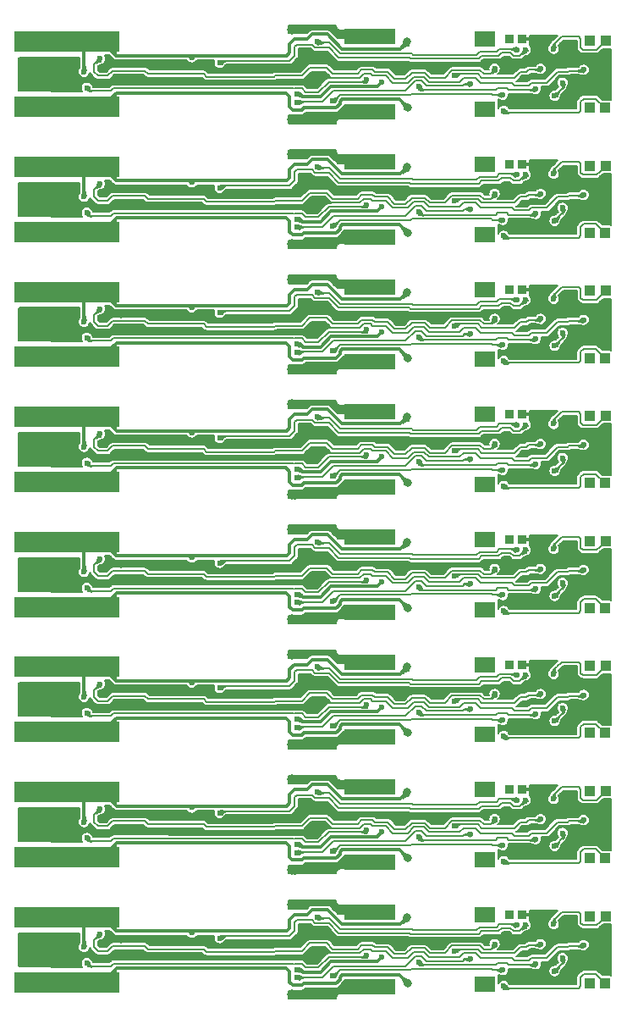
<source format=gbl>
%TF.GenerationSoftware,KiCad,Pcbnew,(5.1.9)-1*%
%TF.CreationDate,2021-10-10T12:49:54+09:00*%
%TF.ProjectId,motordecoder2,6d6f746f-7264-4656-936f-646572322e6b,rev?*%
%TF.SameCoordinates,PX66ff300PY7e5ca20*%
%TF.FileFunction,Copper,L2,Bot*%
%TF.FilePolarity,Positive*%
%FSLAX46Y46*%
G04 Gerber Fmt 4.6, Leading zero omitted, Abs format (unit mm)*
G04 Created by KiCad (PCBNEW (5.1.9)-1) date 2021-10-10 12:49:54*
%MOMM*%
%LPD*%
G01*
G04 APERTURE LIST*
%TA.AperFunction,ComponentPad*%
%ADD10R,2.000000X2.000000*%
%TD*%
%TA.AperFunction,SMDPad,CuDef*%
%ADD11R,6.500000X2.000000*%
%TD*%
%TA.AperFunction,ComponentPad*%
%ADD12R,1.000000X1.000000*%
%TD*%
%TA.AperFunction,ComponentPad*%
%ADD13R,1.500000X1.500000*%
%TD*%
%TA.AperFunction,SMDPad,CuDef*%
%ADD14R,2.000000X1.500000*%
%TD*%
%TA.AperFunction,ComponentPad*%
%ADD15R,0.950000X0.950000*%
%TD*%
%TA.AperFunction,ComponentPad*%
%ADD16R,2.000000X1.500000*%
%TD*%
%TA.AperFunction,ViaPad*%
%ADD17C,1.000000*%
%TD*%
%TA.AperFunction,ViaPad*%
%ADD18C,0.600000*%
%TD*%
%TA.AperFunction,ViaPad*%
%ADD19C,0.800000*%
%TD*%
%TA.AperFunction,Conductor*%
%ADD20C,0.500000*%
%TD*%
%TA.AperFunction,Conductor*%
%ADD21C,0.400000*%
%TD*%
%TA.AperFunction,Conductor*%
%ADD22C,0.300000*%
%TD*%
%TA.AperFunction,Conductor*%
%ADD23C,0.200000*%
%TD*%
%TA.AperFunction,Conductor*%
%ADD24C,0.180000*%
%TD*%
%TA.AperFunction,Conductor*%
%ADD25C,0.100000*%
%TD*%
%TA.AperFunction,Conductor*%
%ADD26C,0.025400*%
%TD*%
G04 APERTURE END LIST*
D10*
%TO.P,P1,1*%
%TO.N,RAIL+*%
X10000000Y8500000D03*
X8000000Y8500000D03*
D11*
X14250000Y8500000D03*
%TD*%
D10*
%TO.P,P1,1*%
%TO.N,RAIL+*%
X10000000Y21000000D03*
X8000000Y21000000D03*
D11*
X14250000Y21000000D03*
%TD*%
D10*
%TO.P,P1,1*%
%TO.N,RAIL+*%
X10000000Y33500000D03*
X8000000Y33500000D03*
D11*
X14250000Y33500000D03*
%TD*%
D10*
%TO.P,P1,1*%
%TO.N,RAIL+*%
X10000000Y46000000D03*
X8000000Y46000000D03*
D11*
X14250000Y46000000D03*
%TD*%
D10*
%TO.P,P1,1*%
%TO.N,RAIL+*%
X10000000Y58500000D03*
X8000000Y58500000D03*
D11*
X14250000Y58500000D03*
%TD*%
D10*
%TO.P,P1,1*%
%TO.N,RAIL+*%
X10000000Y71000000D03*
X8000000Y71000000D03*
D11*
X14250000Y71000000D03*
%TD*%
D10*
%TO.P,P1,1*%
%TO.N,RAIL+*%
X10000000Y83500000D03*
X8000000Y83500000D03*
D11*
X14250000Y83500000D03*
%TD*%
D12*
%TO.P,J12,1*%
%TO.N,Net-(J12-Pad1)*%
X66000000Y1900000D03*
%TD*%
%TO.P,J12,1*%
%TO.N,Net-(J12-Pad1)*%
X66000000Y14400000D03*
%TD*%
%TO.P,J12,1*%
%TO.N,Net-(J12-Pad1)*%
X66000000Y26900000D03*
%TD*%
%TO.P,J12,1*%
%TO.N,Net-(J12-Pad1)*%
X66000000Y39400000D03*
%TD*%
%TO.P,J12,1*%
%TO.N,Net-(J12-Pad1)*%
X66000000Y51900000D03*
%TD*%
%TO.P,J12,1*%
%TO.N,Net-(J12-Pad1)*%
X66000000Y64400000D03*
%TD*%
%TO.P,J12,1*%
%TO.N,Net-(J12-Pad1)*%
X66000000Y76900000D03*
%TD*%
%TO.P,J18,1*%
%TO.N,Net-(J18-Pad1)*%
X64500000Y8600000D03*
%TD*%
%TO.P,J18,1*%
%TO.N,Net-(J18-Pad1)*%
X64500000Y21100000D03*
%TD*%
%TO.P,J18,1*%
%TO.N,Net-(J18-Pad1)*%
X64500000Y33600000D03*
%TD*%
%TO.P,J18,1*%
%TO.N,Net-(J18-Pad1)*%
X64500000Y46100000D03*
%TD*%
%TO.P,J18,1*%
%TO.N,Net-(J18-Pad1)*%
X64500000Y58600000D03*
%TD*%
%TO.P,J18,1*%
%TO.N,Net-(J18-Pad1)*%
X64500000Y71100000D03*
%TD*%
%TO.P,J18,1*%
%TO.N,Net-(J18-Pad1)*%
X64500000Y83600000D03*
%TD*%
%TO.P,J14,1*%
%TO.N,Net-(J14-Pad1)*%
X64500000Y1900000D03*
%TD*%
%TO.P,J14,1*%
%TO.N,Net-(J14-Pad1)*%
X64500000Y14400000D03*
%TD*%
%TO.P,J14,1*%
%TO.N,Net-(J14-Pad1)*%
X64500000Y26900000D03*
%TD*%
%TO.P,J14,1*%
%TO.N,Net-(J14-Pad1)*%
X64500000Y39400000D03*
%TD*%
%TO.P,J14,1*%
%TO.N,Net-(J14-Pad1)*%
X64500000Y51900000D03*
%TD*%
%TO.P,J14,1*%
%TO.N,Net-(J14-Pad1)*%
X64500000Y64400000D03*
%TD*%
%TO.P,J14,1*%
%TO.N,Net-(J14-Pad1)*%
X64500000Y76900000D03*
%TD*%
%TO.P,J16,1*%
%TO.N,Net-(J16-Pad1)*%
X66100000Y8600000D03*
%TD*%
%TO.P,J16,1*%
%TO.N,Net-(J16-Pad1)*%
X66100000Y21100000D03*
%TD*%
%TO.P,J16,1*%
%TO.N,Net-(J16-Pad1)*%
X66100000Y33600000D03*
%TD*%
%TO.P,J16,1*%
%TO.N,Net-(J16-Pad1)*%
X66100000Y46100000D03*
%TD*%
%TO.P,J16,1*%
%TO.N,Net-(J16-Pad1)*%
X66100000Y58600000D03*
%TD*%
%TO.P,J16,1*%
%TO.N,Net-(J16-Pad1)*%
X66100000Y71100000D03*
%TD*%
%TO.P,J16,1*%
%TO.N,Net-(J16-Pad1)*%
X66100000Y83600000D03*
%TD*%
D13*
%TO.P,P6,1*%
%TO.N,MOTOR-*%
X40750000Y1500000D03*
X44250000Y1500000D03*
D14*
X42500000Y1500000D03*
%TD*%
D13*
%TO.P,P6,1*%
%TO.N,MOTOR-*%
X40750000Y14000000D03*
X44250000Y14000000D03*
D14*
X42500000Y14000000D03*
%TD*%
D13*
%TO.P,P6,1*%
%TO.N,MOTOR-*%
X40750000Y26500000D03*
X44250000Y26500000D03*
D14*
X42500000Y26500000D03*
%TD*%
D13*
%TO.P,P6,1*%
%TO.N,MOTOR-*%
X40750000Y39000000D03*
X44250000Y39000000D03*
D14*
X42500000Y39000000D03*
%TD*%
D13*
%TO.P,P6,1*%
%TO.N,MOTOR-*%
X40750000Y51500000D03*
X44250000Y51500000D03*
D14*
X42500000Y51500000D03*
%TD*%
D13*
%TO.P,P6,1*%
%TO.N,MOTOR-*%
X40750000Y64000000D03*
X44250000Y64000000D03*
D14*
X42500000Y64000000D03*
%TD*%
D13*
%TO.P,P6,1*%
%TO.N,MOTOR-*%
X40750000Y76500000D03*
X44250000Y76500000D03*
D14*
X42500000Y76500000D03*
%TD*%
%TO.P,P5,1*%
%TO.N,MOTOR+*%
X42500000Y9000000D03*
D13*
X44250000Y9000000D03*
X40750000Y9000000D03*
%TD*%
D14*
%TO.P,P5,1*%
%TO.N,MOTOR+*%
X42500000Y21500000D03*
D13*
X44250000Y21500000D03*
X40750000Y21500000D03*
%TD*%
D14*
%TO.P,P5,1*%
%TO.N,MOTOR+*%
X42500000Y34000000D03*
D13*
X44250000Y34000000D03*
X40750000Y34000000D03*
%TD*%
D14*
%TO.P,P5,1*%
%TO.N,MOTOR+*%
X42500000Y46500000D03*
D13*
X44250000Y46500000D03*
X40750000Y46500000D03*
%TD*%
D14*
%TO.P,P5,1*%
%TO.N,MOTOR+*%
X42500000Y59000000D03*
D13*
X44250000Y59000000D03*
X40750000Y59000000D03*
%TD*%
D14*
%TO.P,P5,1*%
%TO.N,MOTOR+*%
X42500000Y71500000D03*
D13*
X44250000Y71500000D03*
X40750000Y71500000D03*
%TD*%
D14*
%TO.P,P5,1*%
%TO.N,MOTOR+*%
X42500000Y84000000D03*
D13*
X44250000Y84000000D03*
X40750000Y84000000D03*
%TD*%
D15*
%TO.P,P9,2*%
%TO.N,GND*%
X57735000Y8750000D03*
%TO.P,P9,1*%
%TO.N,UPDI*%
X56465000Y8750000D03*
%TD*%
%TO.P,P9,2*%
%TO.N,GND*%
X57735000Y21250000D03*
%TO.P,P9,1*%
%TO.N,UPDI*%
X56465000Y21250000D03*
%TD*%
%TO.P,P9,2*%
%TO.N,GND*%
X57735000Y33750000D03*
%TO.P,P9,1*%
%TO.N,UPDI*%
X56465000Y33750000D03*
%TD*%
%TO.P,P9,2*%
%TO.N,GND*%
X57735000Y46250000D03*
%TO.P,P9,1*%
%TO.N,UPDI*%
X56465000Y46250000D03*
%TD*%
%TO.P,P9,2*%
%TO.N,GND*%
X57735000Y58750000D03*
%TO.P,P9,1*%
%TO.N,UPDI*%
X56465000Y58750000D03*
%TD*%
%TO.P,P9,2*%
%TO.N,GND*%
X57735000Y71250000D03*
%TO.P,P9,1*%
%TO.N,UPDI*%
X56465000Y71250000D03*
%TD*%
%TO.P,P9,2*%
%TO.N,GND*%
X57735000Y83750000D03*
%TO.P,P9,1*%
%TO.N,UPDI*%
X56465000Y83750000D03*
%TD*%
D16*
%TO.P,P4,1*%
%TO.N,RAIL-*%
X54000000Y1750000D03*
%TD*%
%TO.P,P4,1*%
%TO.N,RAIL-*%
X54000000Y14250000D03*
%TD*%
%TO.P,P4,1*%
%TO.N,RAIL-*%
X54000000Y26750000D03*
%TD*%
%TO.P,P4,1*%
%TO.N,RAIL-*%
X54000000Y39250000D03*
%TD*%
%TO.P,P4,1*%
%TO.N,RAIL-*%
X54000000Y51750000D03*
%TD*%
%TO.P,P4,1*%
%TO.N,RAIL-*%
X54000000Y64250000D03*
%TD*%
%TO.P,P4,1*%
%TO.N,RAIL-*%
X54000000Y76750000D03*
%TD*%
%TO.P,P2,1*%
%TO.N,RAIL+*%
X54000000Y8750000D03*
%TD*%
%TO.P,P2,1*%
%TO.N,RAIL+*%
X54000000Y21250000D03*
%TD*%
%TO.P,P2,1*%
%TO.N,RAIL+*%
X54000000Y33750000D03*
%TD*%
%TO.P,P2,1*%
%TO.N,RAIL+*%
X54000000Y46250000D03*
%TD*%
%TO.P,P2,1*%
%TO.N,RAIL+*%
X54000000Y58750000D03*
%TD*%
%TO.P,P2,1*%
%TO.N,RAIL+*%
X54000000Y71250000D03*
%TD*%
%TO.P,P2,1*%
%TO.N,RAIL+*%
X54000000Y83750000D03*
%TD*%
D11*
%TO.P,P3,1*%
%TO.N,RAIL-*%
X14250000Y2000000D03*
D10*
X8000000Y2000000D03*
X10000000Y2000000D03*
%TD*%
D11*
%TO.P,P3,1*%
%TO.N,RAIL-*%
X14250000Y14500000D03*
D10*
X8000000Y14500000D03*
X10000000Y14500000D03*
%TD*%
D11*
%TO.P,P3,1*%
%TO.N,RAIL-*%
X14250000Y27000000D03*
D10*
X8000000Y27000000D03*
X10000000Y27000000D03*
%TD*%
D11*
%TO.P,P3,1*%
%TO.N,RAIL-*%
X14250000Y39500000D03*
D10*
X8000000Y39500000D03*
X10000000Y39500000D03*
%TD*%
D11*
%TO.P,P3,1*%
%TO.N,RAIL-*%
X14250000Y52000000D03*
D10*
X8000000Y52000000D03*
X10000000Y52000000D03*
%TD*%
D11*
%TO.P,P3,1*%
%TO.N,RAIL-*%
X14250000Y64500000D03*
D10*
X8000000Y64500000D03*
X10000000Y64500000D03*
%TD*%
D11*
%TO.P,P3,1*%
%TO.N,RAIL-*%
X14250000Y77000000D03*
D10*
X8000000Y77000000D03*
X10000000Y77000000D03*
%TD*%
%TO.P,P3,1*%
%TO.N,RAIL-*%
X10000000Y89500000D03*
X8000000Y89500000D03*
D11*
X14250000Y89500000D03*
%TD*%
D13*
%TO.P,P5,1*%
%TO.N,MOTOR+*%
X40750000Y96500000D03*
X44250000Y96500000D03*
D14*
X42500000Y96500000D03*
%TD*%
%TO.P,P6,1*%
%TO.N,MOTOR-*%
X42500000Y89000000D03*
D13*
X44250000Y89000000D03*
X40750000Y89000000D03*
%TD*%
D15*
%TO.P,P9,1*%
%TO.N,UPDI*%
X56465000Y96250000D03*
%TO.P,P9,2*%
%TO.N,GND*%
X57735000Y96250000D03*
%TD*%
D16*
%TO.P,P2,1*%
%TO.N,RAIL+*%
X54000000Y96250000D03*
%TD*%
%TO.P,P4,1*%
%TO.N,RAIL-*%
X54000000Y89250000D03*
%TD*%
D12*
%TO.P,J12,1*%
%TO.N,Net-(J12-Pad1)*%
X66000000Y89400000D03*
%TD*%
%TO.P,J14,1*%
%TO.N,Net-(J14-Pad1)*%
X64500000Y89400000D03*
%TD*%
%TO.P,J16,1*%
%TO.N,Net-(J16-Pad1)*%
X66100000Y96100000D03*
%TD*%
%TO.P,J18,1*%
%TO.N,Net-(J18-Pad1)*%
X64500000Y96100000D03*
%TD*%
D11*
%TO.P,P1,1*%
%TO.N,RAIL+*%
X14250000Y96000000D03*
D10*
X8000000Y96000000D03*
X10000000Y96000000D03*
%TD*%
D17*
%TO.N,MOTOR+*%
X34750000Y97250000D03*
X34750000Y84750000D03*
X34750000Y72250000D03*
X34750000Y59750000D03*
X34750000Y47250000D03*
X34750000Y34750000D03*
X34750000Y22250000D03*
X34750000Y9750000D03*
%TO.N,MOTOR-*%
X34750000Y88250000D03*
X34750000Y75750000D03*
X34750000Y63250000D03*
X34750000Y50750000D03*
X34750000Y38250000D03*
X34750000Y25750000D03*
X34750000Y13250000D03*
X34750000Y750000D03*
D18*
%TO.N,RAIL+*%
X24700000Y94450000D03*
D19*
X46250000Y96000000D03*
X16800000Y96300000D03*
X16800000Y95500000D03*
D18*
X13900000Y93000000D03*
D19*
X46250000Y83500000D03*
X46250000Y71000000D03*
X46250000Y58500000D03*
X46250000Y46000000D03*
X46250000Y33500000D03*
X46250000Y21000000D03*
X46250000Y8500000D03*
X16800000Y83800000D03*
X16800000Y71300000D03*
X16800000Y58800000D03*
X16800000Y46300000D03*
X16800000Y33800000D03*
X16800000Y21300000D03*
X16800000Y8800000D03*
D18*
X13900000Y80500000D03*
X13900000Y68000000D03*
X13900000Y55500000D03*
X13900000Y43000000D03*
X13900000Y30500000D03*
X13900000Y18000000D03*
X13900000Y5500000D03*
X24700000Y81950000D03*
X24700000Y69450000D03*
X24700000Y56950000D03*
X24700000Y44450000D03*
X24700000Y31950000D03*
X24700000Y19450000D03*
X24700000Y6950000D03*
D19*
X16800000Y83000000D03*
X16800000Y70500000D03*
X16800000Y58000000D03*
X16800000Y45500000D03*
X16800000Y33000000D03*
X16800000Y20500000D03*
X16800000Y8000000D03*
%TO.N,RAIL-*%
X46300000Y89400000D03*
X16800000Y89200000D03*
X16800000Y90000000D03*
X46300000Y76900000D03*
X46300000Y64400000D03*
X46300000Y51900000D03*
X46300000Y39400000D03*
X46300000Y26900000D03*
X46300000Y14400000D03*
X46300000Y1900000D03*
X16800000Y77500000D03*
X16800000Y65000000D03*
X16800000Y52500000D03*
X16800000Y40000000D03*
X16800000Y27500000D03*
X16800000Y15000000D03*
X16800000Y2500000D03*
X16800000Y76700000D03*
X16800000Y64200000D03*
X16800000Y51700000D03*
X16800000Y39200000D03*
X16800000Y26700000D03*
X16800000Y14200000D03*
X16800000Y1700000D03*
%TO.N,+12V*%
X19500000Y92300000D03*
X10400000Y91800000D03*
D18*
X63900000Y93200000D03*
D19*
X36900000Y91800000D03*
X36900000Y92500000D03*
D18*
X33300000Y92000000D03*
X37600000Y92600000D03*
D17*
X17800000Y92200000D03*
D19*
X11200000Y91800000D03*
X36900000Y80000000D03*
X36900000Y67500000D03*
X36900000Y55000000D03*
X36900000Y42500000D03*
X36900000Y30000000D03*
X36900000Y17500000D03*
X36900000Y5000000D03*
D18*
X33300000Y79500000D03*
X33300000Y67000000D03*
X33300000Y54500000D03*
X33300000Y42000000D03*
X33300000Y29500000D03*
X33300000Y17000000D03*
X33300000Y4500000D03*
X37600000Y80100000D03*
X37600000Y67600000D03*
X37600000Y55100000D03*
X37600000Y42600000D03*
X37600000Y30100000D03*
X37600000Y17600000D03*
X37600000Y5100000D03*
D19*
X11200000Y79300000D03*
X11200000Y66800000D03*
X11200000Y54300000D03*
X11200000Y41800000D03*
X11200000Y29300000D03*
X11200000Y16800000D03*
X11200000Y4300000D03*
X36900000Y79300000D03*
X36900000Y66800000D03*
X36900000Y54300000D03*
X36900000Y41800000D03*
X36900000Y29300000D03*
X36900000Y16800000D03*
X36900000Y4300000D03*
D17*
X17800000Y79700000D03*
X17800000Y67200000D03*
X17800000Y54700000D03*
X17800000Y42200000D03*
X17800000Y29700000D03*
X17800000Y17200000D03*
X17800000Y4700000D03*
D19*
X19500000Y79800000D03*
X19500000Y67300000D03*
X19500000Y54800000D03*
X19500000Y42300000D03*
X19500000Y29800000D03*
X19500000Y17300000D03*
X19500000Y4800000D03*
X10400000Y79300000D03*
X10400000Y66800000D03*
X10400000Y54300000D03*
X10400000Y41800000D03*
X10400000Y29300000D03*
X10400000Y16800000D03*
X10400000Y4300000D03*
D18*
X63900000Y80700000D03*
X63900000Y68200000D03*
X63900000Y55700000D03*
X63900000Y43200000D03*
X63900000Y30700000D03*
X63900000Y18200000D03*
X63900000Y5700000D03*
%TO.N,GND*%
X21100000Y93950000D03*
D19*
X35500000Y93500000D03*
D18*
X47900000Y93600000D03*
D19*
X49375000Y93500000D03*
D18*
X56800000Y93200000D03*
X57800000Y92300000D03*
X61400000Y93700000D03*
X56100000Y89900000D03*
X65600000Y91400000D03*
X15700000Y93300000D03*
X46600000Y93600000D03*
D19*
X31600000Y93300000D03*
D18*
X19100000Y93900000D03*
D19*
X17600000Y93800000D03*
D18*
X56100000Y77400000D03*
X56100000Y64900000D03*
X56100000Y52400000D03*
X56100000Y39900000D03*
X56100000Y27400000D03*
X56100000Y14900000D03*
X56100000Y2400000D03*
X47900000Y81100000D03*
X47900000Y68600000D03*
X47900000Y56100000D03*
X47900000Y43600000D03*
X47900000Y31100000D03*
X47900000Y18600000D03*
X47900000Y6100000D03*
X57800000Y79800000D03*
X57800000Y67300000D03*
X57800000Y54800000D03*
X57800000Y42300000D03*
X57800000Y29800000D03*
X57800000Y17300000D03*
X57800000Y4800000D03*
D19*
X31600000Y80800000D03*
X31600000Y68300000D03*
X31600000Y55800000D03*
X31600000Y43300000D03*
X31600000Y30800000D03*
X31600000Y18300000D03*
X31600000Y5800000D03*
D18*
X46600000Y81100000D03*
X46600000Y68600000D03*
X46600000Y56100000D03*
X46600000Y43600000D03*
X46600000Y31100000D03*
X46600000Y18600000D03*
X46600000Y6100000D03*
X21100000Y81450000D03*
X21100000Y68950000D03*
X21100000Y56450000D03*
X21100000Y43950000D03*
X21100000Y31450000D03*
X21100000Y18950000D03*
X21100000Y6450000D03*
X15700000Y80800000D03*
X15700000Y68300000D03*
X15700000Y55800000D03*
X15700000Y43300000D03*
X15700000Y30800000D03*
X15700000Y18300000D03*
X15700000Y5800000D03*
D19*
X49375000Y81000000D03*
X49375000Y68500000D03*
X49375000Y56000000D03*
X49375000Y43500000D03*
X49375000Y31000000D03*
X49375000Y18500000D03*
X49375000Y6000000D03*
D18*
X61400000Y81200000D03*
X61400000Y68700000D03*
X61400000Y56200000D03*
X61400000Y43700000D03*
X61400000Y31200000D03*
X61400000Y18700000D03*
X61400000Y6200000D03*
X56800000Y80700000D03*
X56800000Y68200000D03*
X56800000Y55700000D03*
X56800000Y43200000D03*
X56800000Y30700000D03*
X56800000Y18200000D03*
X56800000Y5700000D03*
D19*
X35500000Y81000000D03*
X35500000Y68500000D03*
X35500000Y56000000D03*
X35500000Y43500000D03*
X35500000Y31000000D03*
X35500000Y18500000D03*
X35500000Y6000000D03*
D18*
X65600000Y78900000D03*
X65600000Y66400000D03*
X65600000Y53900000D03*
X65600000Y41400000D03*
X65600000Y28900000D03*
X65600000Y16400000D03*
X65600000Y3900000D03*
D19*
X17600000Y81300000D03*
X17600000Y68800000D03*
X17600000Y56300000D03*
X17600000Y43800000D03*
X17600000Y31300000D03*
X17600000Y18800000D03*
X17600000Y6300000D03*
D18*
X19100000Y81400000D03*
X19100000Y68900000D03*
X19100000Y56400000D03*
X19100000Y43900000D03*
X19100000Y31400000D03*
X19100000Y18900000D03*
X19100000Y6400000D03*
%TO.N,+5V*%
X35250000Y90760003D03*
X43700000Y92000000D03*
X43700000Y79500000D03*
X43700000Y67000000D03*
X43700000Y54500000D03*
X43700000Y42000000D03*
X43700000Y29500000D03*
X43700000Y17000000D03*
X43700000Y4500000D03*
X35250000Y78260003D03*
X35250000Y65760003D03*
X35250000Y53260003D03*
X35250000Y40760003D03*
X35250000Y28260003D03*
X35250000Y15760003D03*
X35250000Y3260003D03*
%TO.N,Net-(J12-Pad1)*%
X55900000Y89100000D03*
X55900000Y76600000D03*
X55900000Y64100000D03*
X55900000Y51600000D03*
X55900000Y39100000D03*
X55900000Y26600000D03*
X55900000Y14100000D03*
X55900000Y1600000D03*
%TO.N,Net-(J16-Pad1)*%
X60900000Y95300000D03*
X60900000Y82800000D03*
X60900000Y70300000D03*
X60900000Y57800000D03*
X60900000Y45300000D03*
X60900000Y32800000D03*
X60900000Y20300000D03*
X60900000Y7800000D03*
%TO.N,REV*%
X37250000Y96000000D03*
X57200000Y95200000D03*
X57200000Y82700000D03*
X57200000Y70200000D03*
X57200000Y57700000D03*
X57200000Y45200000D03*
X57200000Y32700000D03*
X57200000Y20200000D03*
X57200000Y7700000D03*
X37250000Y83500000D03*
X37250000Y71000000D03*
X37250000Y58500000D03*
X37250000Y46000000D03*
X37250000Y33500000D03*
X37250000Y21000000D03*
X37250000Y8500000D03*
%TO.N,FWD*%
X38800000Y90100000D03*
X55800000Y90700000D03*
X55800000Y78200000D03*
X55800000Y65700000D03*
X55800000Y53200000D03*
X55800000Y40700000D03*
X55800000Y28200000D03*
X55800000Y15700000D03*
X55800000Y3200000D03*
X38800000Y77600000D03*
X38800000Y65100000D03*
X38800000Y52600000D03*
X38800000Y40100000D03*
X38800000Y27600000D03*
X38800000Y15100000D03*
X38800000Y2600000D03*
%TO.N,Net-(Q6-Pad3)*%
X42200000Y92200000D03*
X14200000Y91400000D03*
X42200000Y79700000D03*
X42200000Y67200000D03*
X42200000Y54700000D03*
X42200000Y42200000D03*
X42200000Y29700000D03*
X42200000Y17200000D03*
X42200000Y4700000D03*
X14200000Y78900000D03*
X14200000Y66400000D03*
X14200000Y53900000D03*
X14200000Y41400000D03*
X14200000Y28900000D03*
X14200000Y16400000D03*
X14200000Y3900000D03*
%TO.N,ABC+*%
X35250000Y89950000D03*
X52600000Y91800000D03*
X35250000Y77450000D03*
X35250000Y64950000D03*
X35250000Y52450000D03*
X35250000Y39950000D03*
X35250000Y27450000D03*
X35250000Y14950000D03*
X35250000Y2450000D03*
X52600000Y79300000D03*
X52600000Y66800000D03*
X52600000Y54300000D03*
X52600000Y41800000D03*
X52600000Y29300000D03*
X52600000Y16800000D03*
X52600000Y4300000D03*
%TO.N,ABC-*%
X58100000Y95200000D03*
X27500000Y93900000D03*
X58100000Y82700000D03*
X58100000Y70200000D03*
X58100000Y57700000D03*
X58100000Y45200000D03*
X58100000Y32700000D03*
X58100000Y20200000D03*
X58100000Y7700000D03*
X27500000Y81400000D03*
X27500000Y68900000D03*
X27500000Y56400000D03*
X27500000Y43900000D03*
X27500000Y31400000D03*
X27500000Y18900000D03*
X27500000Y6400000D03*
%TO.N,PWM*%
X59600000Y93300000D03*
X51000000Y92600000D03*
X59600000Y80800000D03*
X59600000Y68300000D03*
X59600000Y55800000D03*
X59600000Y43300000D03*
X59600000Y30800000D03*
X59600000Y18300000D03*
X59600000Y5800000D03*
X51000000Y80100000D03*
X51000000Y67600000D03*
X51000000Y55100000D03*
X51000000Y42600000D03*
X51000000Y30100000D03*
X51000000Y17600000D03*
X51000000Y5100000D03*
%TO.N,Func1*%
X15500000Y94300000D03*
X55000000Y93300000D03*
X55000000Y80800000D03*
X55000000Y68300000D03*
X55000000Y55800000D03*
X55000000Y43300000D03*
X55000000Y30800000D03*
X55000000Y18300000D03*
X55000000Y5800000D03*
X15500000Y81800000D03*
X15500000Y69300000D03*
X15500000Y56800000D03*
X15500000Y44300000D03*
X15500000Y31800000D03*
X15500000Y19300000D03*
X15500000Y6800000D03*
%TO.N,Func7*%
X61800000Y91900000D03*
X61000000Y90600000D03*
X61000000Y78100000D03*
X61000000Y65600000D03*
X61000000Y53100000D03*
X61000000Y40600000D03*
X61000000Y28100000D03*
X61000000Y15600000D03*
X61000000Y3100000D03*
X61800000Y79400000D03*
X61800000Y66900000D03*
X61800000Y54400000D03*
X61800000Y41900000D03*
X61800000Y29400000D03*
X61800000Y16900000D03*
X61800000Y4400000D03*
%TO.N,Net-(Q6-Pad5)*%
X47400000Y91500000D03*
X59100000Y91300000D03*
X47400000Y79000000D03*
X47400000Y66500000D03*
X47400000Y54000000D03*
X47400000Y41500000D03*
X47400000Y29000000D03*
X47400000Y16500000D03*
X47400000Y4000000D03*
X59100000Y78800000D03*
X59100000Y66300000D03*
X59100000Y53800000D03*
X59100000Y41300000D03*
X59100000Y28800000D03*
X59100000Y16300000D03*
X59100000Y3800000D03*
%TD*%
D20*
%TO.N,MOTOR+*%
X42500000Y96500000D02*
X44250000Y96500000D01*
X40750000Y96500000D02*
X42500000Y96500000D01*
D21*
X40250000Y97000000D02*
X40750000Y96500000D01*
X40450000Y96800000D02*
X40750000Y96500000D01*
X39200000Y96800000D02*
X40450000Y96800000D01*
X38500000Y97500000D02*
X39200000Y96800000D01*
X35000000Y97500000D02*
X38500000Y97500000D01*
X34750000Y97250000D02*
X35000000Y97500000D01*
D20*
X42500000Y84000000D02*
X44250000Y84000000D01*
X42500000Y71500000D02*
X44250000Y71500000D01*
X42500000Y59000000D02*
X44250000Y59000000D01*
X42500000Y46500000D02*
X44250000Y46500000D01*
X42500000Y34000000D02*
X44250000Y34000000D01*
X42500000Y21500000D02*
X44250000Y21500000D01*
X42500000Y9000000D02*
X44250000Y9000000D01*
X40750000Y84000000D02*
X42500000Y84000000D01*
X40750000Y71500000D02*
X42500000Y71500000D01*
X40750000Y59000000D02*
X42500000Y59000000D01*
X40750000Y46500000D02*
X42500000Y46500000D01*
X40750000Y34000000D02*
X42500000Y34000000D01*
X40750000Y21500000D02*
X42500000Y21500000D01*
X40750000Y9000000D02*
X42500000Y9000000D01*
D21*
X40250000Y84500000D02*
X40750000Y84000000D01*
X40250000Y72000000D02*
X40750000Y71500000D01*
X40250000Y59500000D02*
X40750000Y59000000D01*
X40250000Y47000000D02*
X40750000Y46500000D01*
X40250000Y34500000D02*
X40750000Y34000000D01*
X40250000Y22000000D02*
X40750000Y21500000D01*
X40250000Y9500000D02*
X40750000Y9000000D01*
X35000000Y85000000D02*
X38500000Y85000000D01*
X35000000Y72500000D02*
X38500000Y72500000D01*
X35000000Y60000000D02*
X38500000Y60000000D01*
X35000000Y47500000D02*
X38500000Y47500000D01*
X35000000Y35000000D02*
X38500000Y35000000D01*
X35000000Y22500000D02*
X38500000Y22500000D01*
X35000000Y10000000D02*
X38500000Y10000000D01*
X39200000Y84300000D02*
X40450000Y84300000D01*
X39200000Y71800000D02*
X40450000Y71800000D01*
X39200000Y59300000D02*
X40450000Y59300000D01*
X39200000Y46800000D02*
X40450000Y46800000D01*
X39200000Y34300000D02*
X40450000Y34300000D01*
X39200000Y21800000D02*
X40450000Y21800000D01*
X39200000Y9300000D02*
X40450000Y9300000D01*
X40450000Y84300000D02*
X40750000Y84000000D01*
X40450000Y71800000D02*
X40750000Y71500000D01*
X40450000Y59300000D02*
X40750000Y59000000D01*
X40450000Y46800000D02*
X40750000Y46500000D01*
X40450000Y34300000D02*
X40750000Y34000000D01*
X40450000Y21800000D02*
X40750000Y21500000D01*
X40450000Y9300000D02*
X40750000Y9000000D01*
X34750000Y84750000D02*
X35000000Y85000000D01*
X34750000Y72250000D02*
X35000000Y72500000D01*
X34750000Y59750000D02*
X35000000Y60000000D01*
X34750000Y47250000D02*
X35000000Y47500000D01*
X34750000Y34750000D02*
X35000000Y35000000D01*
X34750000Y22250000D02*
X35000000Y22500000D01*
X34750000Y9750000D02*
X35000000Y10000000D01*
X38500000Y85000000D02*
X39200000Y84300000D01*
X38500000Y72500000D02*
X39200000Y71800000D01*
X38500000Y60000000D02*
X39200000Y59300000D01*
X38500000Y47500000D02*
X39200000Y46800000D01*
X38500000Y35000000D02*
X39200000Y34300000D01*
X38500000Y22500000D02*
X39200000Y21800000D01*
X38500000Y10000000D02*
X39200000Y9300000D01*
%TO.N,MOTOR-*%
X42500000Y89000000D02*
X44250000Y89000000D01*
X40750000Y89000000D02*
X42500000Y89000000D01*
X42500000Y89000000D02*
X40250000Y89000000D01*
X35000000Y88000000D02*
X34750000Y88250000D01*
D22*
X36750000Y88250000D02*
X34750000Y88250000D01*
X38000000Y88250000D02*
X36750000Y88250000D01*
X38250000Y88500000D02*
X38000000Y88250000D01*
X40300000Y88500000D02*
X38250000Y88500000D01*
D21*
X40750000Y76500000D02*
X42500000Y76500000D01*
X40750000Y64000000D02*
X42500000Y64000000D01*
X40750000Y51500000D02*
X42500000Y51500000D01*
X40750000Y39000000D02*
X42500000Y39000000D01*
X40750000Y26500000D02*
X42500000Y26500000D01*
X40750000Y14000000D02*
X42500000Y14000000D01*
X40750000Y1500000D02*
X42500000Y1500000D01*
X35000000Y75500000D02*
X34750000Y75750000D01*
X35000000Y63000000D02*
X34750000Y63250000D01*
X35000000Y50500000D02*
X34750000Y50750000D01*
X35000000Y38000000D02*
X34750000Y38250000D01*
X35000000Y25500000D02*
X34750000Y25750000D01*
X35000000Y13000000D02*
X34750000Y13250000D01*
X35000000Y500000D02*
X34750000Y750000D01*
X42500000Y76500000D02*
X44250000Y76500000D01*
X42500000Y64000000D02*
X44250000Y64000000D01*
X42500000Y51500000D02*
X44250000Y51500000D01*
X42500000Y39000000D02*
X44250000Y39000000D01*
X42500000Y26500000D02*
X44250000Y26500000D01*
X42500000Y14000000D02*
X44250000Y14000000D01*
X42500000Y1500000D02*
X44250000Y1500000D01*
X42500000Y76500000D02*
X40250000Y76500000D01*
X42500000Y64000000D02*
X40250000Y64000000D01*
X42500000Y51500000D02*
X40250000Y51500000D01*
X42500000Y39000000D02*
X40250000Y39000000D01*
X42500000Y26500000D02*
X40250000Y26500000D01*
X42500000Y14000000D02*
X40250000Y14000000D01*
X42500000Y1500000D02*
X40250000Y1500000D01*
D22*
X38250000Y76000000D02*
X38000000Y75750000D01*
X38250000Y63500000D02*
X38000000Y63250000D01*
X38250000Y51000000D02*
X38000000Y50750000D01*
X38250000Y38500000D02*
X38000000Y38250000D01*
X38250000Y26000000D02*
X38000000Y25750000D01*
X38250000Y13500000D02*
X38000000Y13250000D01*
X38250000Y1000000D02*
X38000000Y750000D01*
X40300000Y76000000D02*
X38250000Y76000000D01*
X40300000Y63500000D02*
X38250000Y63500000D01*
X40300000Y51000000D02*
X38250000Y51000000D01*
X40300000Y38500000D02*
X38250000Y38500000D01*
X40300000Y26000000D02*
X38250000Y26000000D01*
X40300000Y13500000D02*
X38250000Y13500000D01*
X40300000Y1000000D02*
X38250000Y1000000D01*
X36750000Y75750000D02*
X34750000Y75750000D01*
X36750000Y63250000D02*
X34750000Y63250000D01*
X36750000Y50750000D02*
X34750000Y50750000D01*
X36750000Y38250000D02*
X34750000Y38250000D01*
X36750000Y25750000D02*
X34750000Y25750000D01*
X36750000Y13250000D02*
X34750000Y13250000D01*
X36750000Y750000D02*
X34750000Y750000D01*
X38000000Y75750000D02*
X36750000Y75750000D01*
X38000000Y63250000D02*
X36750000Y63250000D01*
X38000000Y50750000D02*
X36750000Y50750000D01*
X38000000Y38250000D02*
X36750000Y38250000D01*
X38000000Y25750000D02*
X36750000Y25750000D01*
X38000000Y13250000D02*
X36750000Y13250000D01*
X38000000Y750000D02*
X36750000Y750000D01*
%TO.N,RAIL+*%
X17000000Y94750000D02*
X17000000Y95000000D01*
D20*
X10000000Y96000000D02*
X14500000Y96000000D01*
D22*
X14500000Y96000000D02*
X16490869Y96000000D01*
X34500000Y94900000D02*
X34200000Y94600000D01*
X34500000Y95750000D02*
X34500000Y94900000D01*
X35000000Y96250000D02*
X34500000Y95750000D01*
X36250000Y96250000D02*
X35000000Y96250000D01*
X36750000Y96750000D02*
X36250000Y96250000D01*
X38250000Y96750000D02*
X36750000Y96750000D01*
X39700000Y95300000D02*
X38250000Y96750000D01*
X45550000Y95300000D02*
X39700000Y95300000D01*
X46250000Y96000000D02*
X45550000Y95300000D01*
X26100000Y94600000D02*
X25890869Y94600000D01*
X17150000Y94600000D02*
X17125000Y94625000D01*
X15750000Y96000000D02*
X17125000Y94625000D01*
X26600000Y94600000D02*
X26100000Y94600000D01*
X34200000Y94600000D02*
X26600000Y94600000D01*
X26100000Y94600000D02*
X25000000Y94600000D01*
X24400000Y94600000D02*
X17150000Y94600000D01*
X25000000Y94600000D02*
X24400000Y94600000D01*
D23*
X24500000Y94450000D02*
X24350000Y94600000D01*
X24700000Y94450000D02*
X24550000Y94450000D01*
X24900000Y94450000D02*
X25050000Y94600000D01*
X24700000Y94450000D02*
X24850000Y94450000D01*
D22*
X13900000Y95650000D02*
X14250000Y96000000D01*
X13900000Y93000000D02*
X13900000Y95650000D01*
X36750000Y84250000D02*
X36250000Y83750000D01*
X36750000Y71750000D02*
X36250000Y71250000D01*
X36750000Y59250000D02*
X36250000Y58750000D01*
X36750000Y46750000D02*
X36250000Y46250000D01*
X36750000Y34250000D02*
X36250000Y33750000D01*
X36750000Y21750000D02*
X36250000Y21250000D01*
X36750000Y9250000D02*
X36250000Y8750000D01*
X26600000Y82100000D02*
X26100000Y82100000D01*
X26600000Y69600000D02*
X26100000Y69600000D01*
X26600000Y57100000D02*
X26100000Y57100000D01*
X26600000Y44600000D02*
X26100000Y44600000D01*
X26600000Y32100000D02*
X26100000Y32100000D01*
X26600000Y19600000D02*
X26100000Y19600000D01*
X26600000Y7100000D02*
X26100000Y7100000D01*
X26100000Y82100000D02*
X25000000Y82100000D01*
X26100000Y69600000D02*
X25000000Y69600000D01*
X26100000Y57100000D02*
X25000000Y57100000D01*
X26100000Y44600000D02*
X25000000Y44600000D01*
X26100000Y32100000D02*
X25000000Y32100000D01*
X26100000Y19600000D02*
X25000000Y19600000D01*
X26100000Y7100000D02*
X25000000Y7100000D01*
X34500000Y83250000D02*
X34500000Y82400000D01*
X34500000Y70750000D02*
X34500000Y69900000D01*
X34500000Y58250000D02*
X34500000Y57400000D01*
X34500000Y45750000D02*
X34500000Y44900000D01*
X34500000Y33250000D02*
X34500000Y32400000D01*
X34500000Y20750000D02*
X34500000Y19900000D01*
X34500000Y8250000D02*
X34500000Y7400000D01*
X15750000Y83500000D02*
X17125000Y82125000D01*
X15750000Y71000000D02*
X17125000Y69625000D01*
X15750000Y58500000D02*
X17125000Y57125000D01*
X15750000Y46000000D02*
X17125000Y44625000D01*
X15750000Y33500000D02*
X17125000Y32125000D01*
X15750000Y21000000D02*
X17125000Y19625000D01*
X15750000Y8500000D02*
X17125000Y7125000D01*
D23*
X24900000Y81950000D02*
X25050000Y82100000D01*
X24900000Y69450000D02*
X25050000Y69600000D01*
X24900000Y56950000D02*
X25050000Y57100000D01*
X24900000Y44450000D02*
X25050000Y44600000D01*
X24900000Y31950000D02*
X25050000Y32100000D01*
X24900000Y19450000D02*
X25050000Y19600000D01*
X24900000Y6950000D02*
X25050000Y7100000D01*
D22*
X24400000Y82100000D02*
X17150000Y82100000D01*
X24400000Y69600000D02*
X17150000Y69600000D01*
X24400000Y57100000D02*
X17150000Y57100000D01*
X24400000Y44600000D02*
X17150000Y44600000D01*
X24400000Y32100000D02*
X17150000Y32100000D01*
X24400000Y19600000D02*
X17150000Y19600000D01*
X24400000Y7100000D02*
X17150000Y7100000D01*
X34500000Y82400000D02*
X34200000Y82100000D01*
X34500000Y69900000D02*
X34200000Y69600000D01*
X34500000Y57400000D02*
X34200000Y57100000D01*
X34500000Y44900000D02*
X34200000Y44600000D01*
X34500000Y32400000D02*
X34200000Y32100000D01*
X34500000Y19900000D02*
X34200000Y19600000D01*
X34500000Y7400000D02*
X34200000Y7100000D01*
X39700000Y82800000D02*
X38250000Y84250000D01*
X39700000Y70300000D02*
X38250000Y71750000D01*
X39700000Y57800000D02*
X38250000Y59250000D01*
X39700000Y45300000D02*
X38250000Y46750000D01*
X39700000Y32800000D02*
X38250000Y34250000D01*
X39700000Y20300000D02*
X38250000Y21750000D01*
X39700000Y7800000D02*
X38250000Y9250000D01*
X45550000Y82800000D02*
X39700000Y82800000D01*
X45550000Y70300000D02*
X39700000Y70300000D01*
X45550000Y57800000D02*
X39700000Y57800000D01*
X45550000Y45300000D02*
X39700000Y45300000D01*
X45550000Y32800000D02*
X39700000Y32800000D01*
X45550000Y20300000D02*
X39700000Y20300000D01*
X45550000Y7800000D02*
X39700000Y7800000D01*
X36250000Y83750000D02*
X35000000Y83750000D01*
X36250000Y71250000D02*
X35000000Y71250000D01*
X36250000Y58750000D02*
X35000000Y58750000D01*
X36250000Y46250000D02*
X35000000Y46250000D01*
X36250000Y33750000D02*
X35000000Y33750000D01*
X36250000Y21250000D02*
X35000000Y21250000D01*
X36250000Y8750000D02*
X35000000Y8750000D01*
X17000000Y82250000D02*
X17000000Y82500000D01*
X17000000Y69750000D02*
X17000000Y70000000D01*
X17000000Y57250000D02*
X17000000Y57500000D01*
X17000000Y44750000D02*
X17000000Y45000000D01*
X17000000Y32250000D02*
X17000000Y32500000D01*
X17000000Y19750000D02*
X17000000Y20000000D01*
X17000000Y7250000D02*
X17000000Y7500000D01*
X46250000Y83500000D02*
X45550000Y82800000D01*
X46250000Y71000000D02*
X45550000Y70300000D01*
X46250000Y58500000D02*
X45550000Y57800000D01*
X46250000Y46000000D02*
X45550000Y45300000D01*
X46250000Y33500000D02*
X45550000Y32800000D01*
X46250000Y21000000D02*
X45550000Y20300000D01*
X46250000Y8500000D02*
X45550000Y7800000D01*
X17150000Y82100000D02*
X17125000Y82125000D01*
X17150000Y69600000D02*
X17125000Y69625000D01*
X17150000Y57100000D02*
X17125000Y57125000D01*
X17150000Y44600000D02*
X17125000Y44625000D01*
X17150000Y32100000D02*
X17125000Y32125000D01*
X17150000Y19600000D02*
X17125000Y19625000D01*
X17150000Y7100000D02*
X17125000Y7125000D01*
X34200000Y82100000D02*
X26600000Y82100000D01*
X34200000Y69600000D02*
X26600000Y69600000D01*
X34200000Y57100000D02*
X26600000Y57100000D01*
X34200000Y44600000D02*
X26600000Y44600000D01*
X34200000Y32100000D02*
X26600000Y32100000D01*
X34200000Y19600000D02*
X26600000Y19600000D01*
X34200000Y7100000D02*
X26600000Y7100000D01*
D23*
X24700000Y81950000D02*
X24550000Y81950000D01*
X24700000Y69450000D02*
X24550000Y69450000D01*
X24700000Y56950000D02*
X24550000Y56950000D01*
X24700000Y44450000D02*
X24550000Y44450000D01*
X24700000Y31950000D02*
X24550000Y31950000D01*
X24700000Y19450000D02*
X24550000Y19450000D01*
X24700000Y6950000D02*
X24550000Y6950000D01*
X24700000Y81950000D02*
X24850000Y81950000D01*
X24700000Y69450000D02*
X24850000Y69450000D01*
X24700000Y56950000D02*
X24850000Y56950000D01*
X24700000Y44450000D02*
X24850000Y44450000D01*
X24700000Y31950000D02*
X24850000Y31950000D01*
X24700000Y19450000D02*
X24850000Y19450000D01*
X24700000Y6950000D02*
X24850000Y6950000D01*
D22*
X38250000Y84250000D02*
X36750000Y84250000D01*
X38250000Y71750000D02*
X36750000Y71750000D01*
X38250000Y59250000D02*
X36750000Y59250000D01*
X38250000Y46750000D02*
X36750000Y46750000D01*
X38250000Y34250000D02*
X36750000Y34250000D01*
X38250000Y21750000D02*
X36750000Y21750000D01*
X38250000Y9250000D02*
X36750000Y9250000D01*
X26100000Y82100000D02*
X25890869Y82100000D01*
X26100000Y69600000D02*
X25890869Y69600000D01*
X26100000Y57100000D02*
X25890869Y57100000D01*
X26100000Y44600000D02*
X25890869Y44600000D01*
X26100000Y32100000D02*
X25890869Y32100000D01*
X26100000Y19600000D02*
X25890869Y19600000D01*
X26100000Y7100000D02*
X25890869Y7100000D01*
X13900000Y80500000D02*
X13900000Y83150000D01*
X13900000Y68000000D02*
X13900000Y70650000D01*
X13900000Y55500000D02*
X13900000Y58150000D01*
X13900000Y43000000D02*
X13900000Y45650000D01*
X13900000Y30500000D02*
X13900000Y33150000D01*
X13900000Y18000000D02*
X13900000Y20650000D01*
X13900000Y5500000D02*
X13900000Y8150000D01*
X14500000Y83500000D02*
X16490869Y83500000D01*
X14500000Y71000000D02*
X16490869Y71000000D01*
X14500000Y58500000D02*
X16490869Y58500000D01*
X14500000Y46000000D02*
X16490869Y46000000D01*
X14500000Y33500000D02*
X16490869Y33500000D01*
X14500000Y21000000D02*
X16490869Y21000000D01*
X14500000Y8500000D02*
X16490869Y8500000D01*
X35000000Y83750000D02*
X34500000Y83250000D01*
X35000000Y71250000D02*
X34500000Y70750000D01*
X35000000Y58750000D02*
X34500000Y58250000D01*
X35000000Y46250000D02*
X34500000Y45750000D01*
X35000000Y33750000D02*
X34500000Y33250000D01*
X35000000Y21250000D02*
X34500000Y20750000D01*
X35000000Y8750000D02*
X34500000Y8250000D01*
X25000000Y82100000D02*
X24400000Y82100000D01*
X25000000Y69600000D02*
X24400000Y69600000D01*
X25000000Y57100000D02*
X24400000Y57100000D01*
X25000000Y44600000D02*
X24400000Y44600000D01*
X25000000Y32100000D02*
X24400000Y32100000D01*
X25000000Y19600000D02*
X24400000Y19600000D01*
X25000000Y7100000D02*
X24400000Y7100000D01*
D23*
X24500000Y81950000D02*
X24350000Y82100000D01*
X24500000Y69450000D02*
X24350000Y69600000D01*
X24500000Y56950000D02*
X24350000Y57100000D01*
X24500000Y44450000D02*
X24350000Y44600000D01*
X24500000Y31950000D02*
X24350000Y32100000D01*
X24500000Y19450000D02*
X24350000Y19600000D01*
X24500000Y6950000D02*
X24350000Y7100000D01*
D22*
X13900000Y83150000D02*
X14250000Y83500000D01*
X13900000Y70650000D02*
X14250000Y71000000D01*
X13900000Y58150000D02*
X14250000Y58500000D01*
X13900000Y45650000D02*
X14250000Y46000000D01*
X13900000Y33150000D02*
X14250000Y33500000D01*
X13900000Y20650000D02*
X14250000Y21000000D01*
X13900000Y8150000D02*
X14250000Y8500000D01*
D20*
X10000000Y83500000D02*
X14500000Y83500000D01*
X10000000Y71000000D02*
X14500000Y71000000D01*
X10000000Y58500000D02*
X14500000Y58500000D01*
X10000000Y46000000D02*
X14500000Y46000000D01*
X10000000Y33500000D02*
X14500000Y33500000D01*
X10000000Y21000000D02*
X14500000Y21000000D01*
X10000000Y8500000D02*
X14500000Y8500000D01*
D22*
%TO.N,RAIL-*%
X17000000Y90750000D02*
X17000000Y90500000D01*
D20*
X10000000Y89500000D02*
X14500000Y89500000D01*
D22*
X14500000Y89500000D02*
X16250000Y89500000D01*
X34500000Y90550000D02*
X34500000Y89500000D01*
X34150000Y90900000D02*
X34500000Y90550000D01*
X17150000Y90900000D02*
X34150000Y90900000D01*
X15750000Y89500000D02*
X17150000Y90900000D01*
X34800000Y89200000D02*
X34725000Y89275000D01*
X35700000Y89200000D02*
X34800000Y89200000D01*
X35900000Y89400000D02*
X35700000Y89200000D01*
X39500000Y89750000D02*
X39150000Y89400000D01*
X39500000Y90000000D02*
X39500000Y89750000D01*
X39750000Y90250000D02*
X39500000Y90000000D01*
X45450000Y90250000D02*
X39750000Y90250000D01*
X46300000Y89400000D02*
X45450000Y90250000D01*
X34500000Y89500000D02*
X34725000Y89275000D01*
X39150000Y89400000D02*
X35900000Y89400000D01*
X17000000Y78250000D02*
X17000000Y78000000D01*
X17000000Y65750000D02*
X17000000Y65500000D01*
X17000000Y53250000D02*
X17000000Y53000000D01*
X17000000Y40750000D02*
X17000000Y40500000D01*
X17000000Y28250000D02*
X17000000Y28000000D01*
X17000000Y15750000D02*
X17000000Y15500000D01*
X17000000Y3250000D02*
X17000000Y3000000D01*
D20*
X10000000Y77000000D02*
X14500000Y77000000D01*
X10000000Y64500000D02*
X14500000Y64500000D01*
X10000000Y52000000D02*
X14500000Y52000000D01*
X10000000Y39500000D02*
X14500000Y39500000D01*
X10000000Y27000000D02*
X14500000Y27000000D01*
X10000000Y14500000D02*
X14500000Y14500000D01*
X10000000Y2000000D02*
X14500000Y2000000D01*
D22*
X34150000Y78400000D02*
X34500000Y78050000D01*
X34150000Y65900000D02*
X34500000Y65550000D01*
X34150000Y53400000D02*
X34500000Y53050000D01*
X34150000Y40900000D02*
X34500000Y40550000D01*
X34150000Y28400000D02*
X34500000Y28050000D01*
X34150000Y15900000D02*
X34500000Y15550000D01*
X34150000Y3400000D02*
X34500000Y3050000D01*
X35900000Y76900000D02*
X35700000Y76700000D01*
X35900000Y64400000D02*
X35700000Y64200000D01*
X35900000Y51900000D02*
X35700000Y51700000D01*
X35900000Y39400000D02*
X35700000Y39200000D01*
X35900000Y26900000D02*
X35700000Y26700000D01*
X35900000Y14400000D02*
X35700000Y14200000D01*
X35900000Y1900000D02*
X35700000Y1700000D01*
X39750000Y77750000D02*
X39500000Y77500000D01*
X39750000Y65250000D02*
X39500000Y65000000D01*
X39750000Y52750000D02*
X39500000Y52500000D01*
X39750000Y40250000D02*
X39500000Y40000000D01*
X39750000Y27750000D02*
X39500000Y27500000D01*
X39750000Y15250000D02*
X39500000Y15000000D01*
X39750000Y2750000D02*
X39500000Y2500000D01*
X45450000Y77750000D02*
X39750000Y77750000D01*
X45450000Y65250000D02*
X39750000Y65250000D01*
X45450000Y52750000D02*
X39750000Y52750000D01*
X45450000Y40250000D02*
X39750000Y40250000D01*
X45450000Y27750000D02*
X39750000Y27750000D01*
X45450000Y15250000D02*
X39750000Y15250000D01*
X45450000Y2750000D02*
X39750000Y2750000D01*
X34500000Y78050000D02*
X34500000Y77000000D01*
X34500000Y65550000D02*
X34500000Y64500000D01*
X34500000Y53050000D02*
X34500000Y52000000D01*
X34500000Y40550000D02*
X34500000Y39500000D01*
X34500000Y28050000D02*
X34500000Y27000000D01*
X34500000Y15550000D02*
X34500000Y14500000D01*
X34500000Y3050000D02*
X34500000Y2000000D01*
X39500000Y77500000D02*
X39500000Y77250000D01*
X39500000Y65000000D02*
X39500000Y64750000D01*
X39500000Y52500000D02*
X39500000Y52250000D01*
X39500000Y40000000D02*
X39500000Y39750000D01*
X39500000Y27500000D02*
X39500000Y27250000D01*
X39500000Y15000000D02*
X39500000Y14750000D01*
X39500000Y2500000D02*
X39500000Y2250000D01*
X17150000Y78400000D02*
X34150000Y78400000D01*
X17150000Y65900000D02*
X34150000Y65900000D01*
X17150000Y53400000D02*
X34150000Y53400000D01*
X17150000Y40900000D02*
X34150000Y40900000D01*
X17150000Y28400000D02*
X34150000Y28400000D01*
X17150000Y15900000D02*
X34150000Y15900000D01*
X17150000Y3400000D02*
X34150000Y3400000D01*
X46300000Y76900000D02*
X45450000Y77750000D01*
X46300000Y64400000D02*
X45450000Y65250000D01*
X46300000Y51900000D02*
X45450000Y52750000D01*
X46300000Y39400000D02*
X45450000Y40250000D01*
X46300000Y26900000D02*
X45450000Y27750000D01*
X46300000Y14400000D02*
X45450000Y15250000D01*
X46300000Y1900000D02*
X45450000Y2750000D01*
X39500000Y77250000D02*
X39150000Y76900000D01*
X39500000Y64750000D02*
X39150000Y64400000D01*
X39500000Y52250000D02*
X39150000Y51900000D01*
X39500000Y39750000D02*
X39150000Y39400000D01*
X39500000Y27250000D02*
X39150000Y26900000D01*
X39500000Y14750000D02*
X39150000Y14400000D01*
X39500000Y2250000D02*
X39150000Y1900000D01*
X34500000Y77000000D02*
X34725000Y76775000D01*
X34500000Y64500000D02*
X34725000Y64275000D01*
X34500000Y52000000D02*
X34725000Y51775000D01*
X34500000Y39500000D02*
X34725000Y39275000D01*
X34500000Y27000000D02*
X34725000Y26775000D01*
X34500000Y14500000D02*
X34725000Y14275000D01*
X34500000Y2000000D02*
X34725000Y1775000D01*
X34800000Y76700000D02*
X34725000Y76775000D01*
X34800000Y64200000D02*
X34725000Y64275000D01*
X34800000Y51700000D02*
X34725000Y51775000D01*
X34800000Y39200000D02*
X34725000Y39275000D01*
X34800000Y26700000D02*
X34725000Y26775000D01*
X34800000Y14200000D02*
X34725000Y14275000D01*
X34800000Y1700000D02*
X34725000Y1775000D01*
X39150000Y76900000D02*
X35900000Y76900000D01*
X39150000Y64400000D02*
X35900000Y64400000D01*
X39150000Y51900000D02*
X35900000Y51900000D01*
X39150000Y39400000D02*
X35900000Y39400000D01*
X39150000Y26900000D02*
X35900000Y26900000D01*
X39150000Y14400000D02*
X35900000Y14400000D01*
X39150000Y1900000D02*
X35900000Y1900000D01*
X15750000Y77000000D02*
X17150000Y78400000D01*
X15750000Y64500000D02*
X17150000Y65900000D01*
X15750000Y52000000D02*
X17150000Y53400000D01*
X15750000Y39500000D02*
X17150000Y40900000D01*
X15750000Y27000000D02*
X17150000Y28400000D01*
X15750000Y14500000D02*
X17150000Y15900000D01*
X15750000Y2000000D02*
X17150000Y3400000D01*
X14500000Y77000000D02*
X16250000Y77000000D01*
X14500000Y64500000D02*
X16250000Y64500000D01*
X14500000Y52000000D02*
X16250000Y52000000D01*
X14500000Y39500000D02*
X16250000Y39500000D01*
X14500000Y27000000D02*
X16250000Y27000000D01*
X14500000Y14500000D02*
X16250000Y14500000D01*
X14500000Y2000000D02*
X16250000Y2000000D01*
X35700000Y76700000D02*
X34800000Y76700000D01*
X35700000Y64200000D02*
X34800000Y64200000D01*
X35700000Y51700000D02*
X34800000Y51700000D01*
X35700000Y39200000D02*
X34800000Y39200000D01*
X35700000Y26700000D02*
X34800000Y26700000D01*
X35700000Y14200000D02*
X34800000Y14200000D01*
X35700000Y1700000D02*
X34800000Y1700000D01*
D20*
%TO.N,+12V*%
X36500000Y92000000D02*
X36150000Y92000000D01*
D23*
X37000000Y92200000D02*
X37200000Y92000000D01*
X37000000Y92600000D02*
X37000000Y92200000D01*
D20*
X36500000Y92000000D02*
X37200000Y92000000D01*
D23*
X17750000Y91750000D02*
X16750000Y91750000D01*
D20*
X36900000Y91800000D02*
X36800000Y91900000D01*
X26200000Y91900000D02*
X22700000Y91900000D01*
X36800000Y91900000D02*
X26200000Y91900000D01*
X26200000Y91900000D02*
X25700000Y91900000D01*
X22700000Y91900000D02*
X22400000Y91900000D01*
D23*
X37900000Y92400000D02*
X37800000Y92500000D01*
X41500000Y92400000D02*
X37900000Y92400000D01*
X42600000Y92800000D02*
X41900000Y92800000D01*
X42800000Y92600000D02*
X42600000Y92800000D01*
X41900000Y92800000D02*
X41500000Y92400000D01*
X44100000Y92600000D02*
X42800000Y92600000D01*
X44800000Y91900000D02*
X44100000Y92600000D01*
X46300000Y91900000D02*
X44800000Y91900000D01*
X37800000Y92500000D02*
X36900000Y92500000D01*
X46900000Y92500000D02*
X46300000Y91900000D01*
X47900000Y92500000D02*
X46900000Y92500000D01*
X48400000Y92000000D02*
X47900000Y92500000D01*
X63900000Y93200000D02*
X63800000Y93100000D01*
X63800000Y93100000D02*
X62400000Y93100000D01*
X62400000Y93100000D02*
X62300000Y93000000D01*
X51500000Y92000000D02*
X48400000Y92000000D01*
X62300000Y93000000D02*
X61300000Y93000000D01*
X61300000Y93000000D02*
X60200000Y91900000D01*
X56950000Y91650000D02*
X56700000Y91900000D01*
X58700000Y91900000D02*
X58450000Y91650000D01*
X51900000Y92400000D02*
X51500000Y92000000D01*
X58450000Y91650000D02*
X56950000Y91650000D01*
X56700000Y91900000D02*
X53600000Y91900000D01*
X53600000Y91900000D02*
X53100000Y92400000D01*
X60200000Y91900000D02*
X58700000Y91900000D01*
X53100000Y92400000D02*
X51900000Y92400000D01*
D20*
X36500000Y79500000D02*
X36150000Y79500000D01*
X36500000Y67000000D02*
X36150000Y67000000D01*
X36500000Y54500000D02*
X36150000Y54500000D01*
X36500000Y42000000D02*
X36150000Y42000000D01*
X36500000Y29500000D02*
X36150000Y29500000D01*
X36500000Y17000000D02*
X36150000Y17000000D01*
X36500000Y4500000D02*
X36150000Y4500000D01*
D23*
X37000000Y79700000D02*
X37200000Y79500000D01*
X37000000Y67200000D02*
X37200000Y67000000D01*
X37000000Y54700000D02*
X37200000Y54500000D01*
X37000000Y42200000D02*
X37200000Y42000000D01*
X37000000Y29700000D02*
X37200000Y29500000D01*
X37000000Y17200000D02*
X37200000Y17000000D01*
X37000000Y4700000D02*
X37200000Y4500000D01*
X37000000Y80100000D02*
X37000000Y79700000D01*
X37000000Y67600000D02*
X37000000Y67200000D01*
X37000000Y55100000D02*
X37000000Y54700000D01*
X37000000Y42600000D02*
X37000000Y42200000D01*
X37000000Y30100000D02*
X37000000Y29700000D01*
X37000000Y17600000D02*
X37000000Y17200000D01*
X37000000Y5100000D02*
X37000000Y4700000D01*
D20*
X36500000Y79500000D02*
X37200000Y79500000D01*
X36500000Y67000000D02*
X37200000Y67000000D01*
X36500000Y54500000D02*
X37200000Y54500000D01*
X36500000Y42000000D02*
X37200000Y42000000D01*
X36500000Y29500000D02*
X37200000Y29500000D01*
X36500000Y17000000D02*
X37200000Y17000000D01*
X36500000Y4500000D02*
X37200000Y4500000D01*
D23*
X42600000Y80300000D02*
X41900000Y80300000D01*
X42600000Y67800000D02*
X41900000Y67800000D01*
X42600000Y55300000D02*
X41900000Y55300000D01*
X42600000Y42800000D02*
X41900000Y42800000D01*
X42600000Y30300000D02*
X41900000Y30300000D01*
X42600000Y17800000D02*
X41900000Y17800000D01*
X42600000Y5300000D02*
X41900000Y5300000D01*
X51900000Y79900000D02*
X51500000Y79500000D01*
X51900000Y67400000D02*
X51500000Y67000000D01*
X51900000Y54900000D02*
X51500000Y54500000D01*
X51900000Y42400000D02*
X51500000Y42000000D01*
X51900000Y29900000D02*
X51500000Y29500000D01*
X51900000Y17400000D02*
X51500000Y17000000D01*
X51900000Y4900000D02*
X51500000Y4500000D01*
X60200000Y79400000D02*
X58700000Y79400000D01*
X60200000Y66900000D02*
X58700000Y66900000D01*
X60200000Y54400000D02*
X58700000Y54400000D01*
X60200000Y41900000D02*
X58700000Y41900000D01*
X60200000Y29400000D02*
X58700000Y29400000D01*
X60200000Y16900000D02*
X58700000Y16900000D01*
X60200000Y4400000D02*
X58700000Y4400000D01*
D20*
X36900000Y79300000D02*
X36800000Y79400000D01*
X36900000Y66800000D02*
X36800000Y66900000D01*
X36900000Y54300000D02*
X36800000Y54400000D01*
X36900000Y41800000D02*
X36800000Y41900000D01*
X36900000Y29300000D02*
X36800000Y29400000D01*
X36900000Y16800000D02*
X36800000Y16900000D01*
X36900000Y4300000D02*
X36800000Y4400000D01*
X22700000Y79400000D02*
X22400000Y79400000D01*
X22700000Y66900000D02*
X22400000Y66900000D01*
X22700000Y54400000D02*
X22400000Y54400000D01*
X22700000Y41900000D02*
X22400000Y41900000D01*
X22700000Y29400000D02*
X22400000Y29400000D01*
X22700000Y16900000D02*
X22400000Y16900000D01*
X22700000Y4400000D02*
X22400000Y4400000D01*
D23*
X37800000Y80000000D02*
X36900000Y80000000D01*
X37800000Y67500000D02*
X36900000Y67500000D01*
X37800000Y55000000D02*
X36900000Y55000000D01*
X37800000Y42500000D02*
X36900000Y42500000D01*
X37800000Y30000000D02*
X36900000Y30000000D01*
X37800000Y17500000D02*
X36900000Y17500000D01*
X37800000Y5000000D02*
X36900000Y5000000D01*
X63900000Y80700000D02*
X63800000Y80600000D01*
X63900000Y68200000D02*
X63800000Y68100000D01*
X63900000Y55700000D02*
X63800000Y55600000D01*
X63900000Y43200000D02*
X63800000Y43100000D01*
X63900000Y30700000D02*
X63800000Y30600000D01*
X63900000Y18200000D02*
X63800000Y18100000D01*
X63900000Y5700000D02*
X63800000Y5600000D01*
X62400000Y80600000D02*
X62300000Y80500000D01*
X62400000Y68100000D02*
X62300000Y68000000D01*
X62400000Y55600000D02*
X62300000Y55500000D01*
X62400000Y43100000D02*
X62300000Y43000000D01*
X62400000Y30600000D02*
X62300000Y30500000D01*
X62400000Y18100000D02*
X62300000Y18000000D01*
X62400000Y5600000D02*
X62300000Y5500000D01*
X56700000Y79400000D02*
X53600000Y79400000D01*
X56700000Y66900000D02*
X53600000Y66900000D01*
X56700000Y54400000D02*
X53600000Y54400000D01*
X56700000Y41900000D02*
X53600000Y41900000D01*
X56700000Y29400000D02*
X53600000Y29400000D01*
X56700000Y16900000D02*
X53600000Y16900000D01*
X56700000Y4400000D02*
X53600000Y4400000D01*
X53100000Y79900000D02*
X51900000Y79900000D01*
X53100000Y67400000D02*
X51900000Y67400000D01*
X53100000Y54900000D02*
X51900000Y54900000D01*
X53100000Y42400000D02*
X51900000Y42400000D01*
X53100000Y29900000D02*
X51900000Y29900000D01*
X53100000Y17400000D02*
X51900000Y17400000D01*
X53100000Y4900000D02*
X51900000Y4900000D01*
D20*
X26200000Y79400000D02*
X22700000Y79400000D01*
X26200000Y66900000D02*
X22700000Y66900000D01*
X26200000Y54400000D02*
X22700000Y54400000D01*
X26200000Y41900000D02*
X22700000Y41900000D01*
X26200000Y29400000D02*
X22700000Y29400000D01*
X26200000Y16900000D02*
X22700000Y16900000D01*
X26200000Y4400000D02*
X22700000Y4400000D01*
D23*
X17750000Y79250000D02*
X16750000Y79250000D01*
X17750000Y66750000D02*
X16750000Y66750000D01*
X17750000Y54250000D02*
X16750000Y54250000D01*
X17750000Y41750000D02*
X16750000Y41750000D01*
X17750000Y29250000D02*
X16750000Y29250000D01*
X17750000Y16750000D02*
X16750000Y16750000D01*
X17750000Y4250000D02*
X16750000Y4250000D01*
D20*
X26200000Y79400000D02*
X25700000Y79400000D01*
X26200000Y66900000D02*
X25700000Y66900000D01*
X26200000Y54400000D02*
X25700000Y54400000D01*
X26200000Y41900000D02*
X25700000Y41900000D01*
X26200000Y29400000D02*
X25700000Y29400000D01*
X26200000Y16900000D02*
X25700000Y16900000D01*
X26200000Y4400000D02*
X25700000Y4400000D01*
D23*
X44100000Y80100000D02*
X42800000Y80100000D01*
X44100000Y67600000D02*
X42800000Y67600000D01*
X44100000Y55100000D02*
X42800000Y55100000D01*
X44100000Y42600000D02*
X42800000Y42600000D01*
X44100000Y30100000D02*
X42800000Y30100000D01*
X44100000Y17600000D02*
X42800000Y17600000D01*
X44100000Y5100000D02*
X42800000Y5100000D01*
X46900000Y80000000D02*
X46300000Y79400000D01*
X46900000Y67500000D02*
X46300000Y66900000D01*
X46900000Y55000000D02*
X46300000Y54400000D01*
X46900000Y42500000D02*
X46300000Y41900000D01*
X46900000Y30000000D02*
X46300000Y29400000D01*
X46900000Y17500000D02*
X46300000Y16900000D01*
X46900000Y5000000D02*
X46300000Y4400000D01*
X44800000Y79400000D02*
X44100000Y80100000D01*
X44800000Y66900000D02*
X44100000Y67600000D01*
X44800000Y54400000D02*
X44100000Y55100000D01*
X44800000Y41900000D02*
X44100000Y42600000D01*
X44800000Y29400000D02*
X44100000Y30100000D01*
X44800000Y16900000D02*
X44100000Y17600000D01*
X44800000Y4400000D02*
X44100000Y5100000D01*
X48400000Y79500000D02*
X47900000Y80000000D01*
X48400000Y67000000D02*
X47900000Y67500000D01*
X48400000Y54500000D02*
X47900000Y55000000D01*
X48400000Y42000000D02*
X47900000Y42500000D01*
X48400000Y29500000D02*
X47900000Y30000000D01*
X48400000Y17000000D02*
X47900000Y17500000D01*
X48400000Y4500000D02*
X47900000Y5000000D01*
X37900000Y79900000D02*
X37800000Y80000000D01*
X37900000Y67400000D02*
X37800000Y67500000D01*
X37900000Y54900000D02*
X37800000Y55000000D01*
X37900000Y42400000D02*
X37800000Y42500000D01*
X37900000Y29900000D02*
X37800000Y30000000D01*
X37900000Y17400000D02*
X37800000Y17500000D01*
X37900000Y4900000D02*
X37800000Y5000000D01*
X62300000Y80500000D02*
X61300000Y80500000D01*
X62300000Y68000000D02*
X61300000Y68000000D01*
X62300000Y55500000D02*
X61300000Y55500000D01*
X62300000Y43000000D02*
X61300000Y43000000D01*
X62300000Y30500000D02*
X61300000Y30500000D01*
X62300000Y18000000D02*
X61300000Y18000000D01*
X62300000Y5500000D02*
X61300000Y5500000D01*
X46300000Y79400000D02*
X44800000Y79400000D01*
X46300000Y66900000D02*
X44800000Y66900000D01*
X46300000Y54400000D02*
X44800000Y54400000D01*
X46300000Y41900000D02*
X44800000Y41900000D01*
X46300000Y29400000D02*
X44800000Y29400000D01*
X46300000Y16900000D02*
X44800000Y16900000D01*
X46300000Y4400000D02*
X44800000Y4400000D01*
X61300000Y80500000D02*
X60200000Y79400000D01*
X61300000Y68000000D02*
X60200000Y66900000D01*
X61300000Y55500000D02*
X60200000Y54400000D01*
X61300000Y43000000D02*
X60200000Y41900000D01*
X61300000Y30500000D02*
X60200000Y29400000D01*
X61300000Y18000000D02*
X60200000Y16900000D01*
X61300000Y5500000D02*
X60200000Y4400000D01*
X53600000Y79400000D02*
X53100000Y79900000D01*
X53600000Y66900000D02*
X53100000Y67400000D01*
X53600000Y54400000D02*
X53100000Y54900000D01*
X53600000Y41900000D02*
X53100000Y42400000D01*
X53600000Y29400000D02*
X53100000Y29900000D01*
X53600000Y16900000D02*
X53100000Y17400000D01*
X53600000Y4400000D02*
X53100000Y4900000D01*
X51500000Y79500000D02*
X48400000Y79500000D01*
X51500000Y67000000D02*
X48400000Y67000000D01*
X51500000Y54500000D02*
X48400000Y54500000D01*
X51500000Y42000000D02*
X48400000Y42000000D01*
X51500000Y29500000D02*
X48400000Y29500000D01*
X51500000Y17000000D02*
X48400000Y17000000D01*
X51500000Y4500000D02*
X48400000Y4500000D01*
D20*
X36800000Y79400000D02*
X26200000Y79400000D01*
X36800000Y66900000D02*
X26200000Y66900000D01*
X36800000Y54400000D02*
X26200000Y54400000D01*
X36800000Y41900000D02*
X26200000Y41900000D01*
X36800000Y29400000D02*
X26200000Y29400000D01*
X36800000Y16900000D02*
X26200000Y16900000D01*
X36800000Y4400000D02*
X26200000Y4400000D01*
D23*
X41500000Y79900000D02*
X37900000Y79900000D01*
X41500000Y67400000D02*
X37900000Y67400000D01*
X41500000Y54900000D02*
X37900000Y54900000D01*
X41500000Y42400000D02*
X37900000Y42400000D01*
X41500000Y29900000D02*
X37900000Y29900000D01*
X41500000Y17400000D02*
X37900000Y17400000D01*
X41500000Y4900000D02*
X37900000Y4900000D01*
X41900000Y80300000D02*
X41500000Y79900000D01*
X41900000Y67800000D02*
X41500000Y67400000D01*
X41900000Y55300000D02*
X41500000Y54900000D01*
X41900000Y42800000D02*
X41500000Y42400000D01*
X41900000Y30300000D02*
X41500000Y29900000D01*
X41900000Y17800000D02*
X41500000Y17400000D01*
X41900000Y5300000D02*
X41500000Y4900000D01*
X47900000Y80000000D02*
X46900000Y80000000D01*
X47900000Y67500000D02*
X46900000Y67500000D01*
X47900000Y55000000D02*
X46900000Y55000000D01*
X47900000Y42500000D02*
X46900000Y42500000D01*
X47900000Y30000000D02*
X46900000Y30000000D01*
X47900000Y17500000D02*
X46900000Y17500000D01*
X47900000Y5000000D02*
X46900000Y5000000D01*
X63800000Y80600000D02*
X62400000Y80600000D01*
X63800000Y68100000D02*
X62400000Y68100000D01*
X63800000Y55600000D02*
X62400000Y55600000D01*
X63800000Y43100000D02*
X62400000Y43100000D01*
X63800000Y30600000D02*
X62400000Y30600000D01*
X63800000Y18100000D02*
X62400000Y18100000D01*
X63800000Y5600000D02*
X62400000Y5600000D01*
X56950000Y79150000D02*
X56700000Y79400000D01*
X56950000Y66650000D02*
X56700000Y66900000D01*
X56950000Y54150000D02*
X56700000Y54400000D01*
X56950000Y41650000D02*
X56700000Y41900000D01*
X56950000Y29150000D02*
X56700000Y29400000D01*
X56950000Y16650000D02*
X56700000Y16900000D01*
X56950000Y4150000D02*
X56700000Y4400000D01*
X58700000Y79400000D02*
X58450000Y79150000D01*
X58700000Y66900000D02*
X58450000Y66650000D01*
X58700000Y54400000D02*
X58450000Y54150000D01*
X58700000Y41900000D02*
X58450000Y41650000D01*
X58700000Y29400000D02*
X58450000Y29150000D01*
X58700000Y16900000D02*
X58450000Y16650000D01*
X58700000Y4400000D02*
X58450000Y4150000D01*
X58450000Y79150000D02*
X56950000Y79150000D01*
X58450000Y66650000D02*
X56950000Y66650000D01*
X58450000Y54150000D02*
X56950000Y54150000D01*
X58450000Y41650000D02*
X56950000Y41650000D01*
X58450000Y29150000D02*
X56950000Y29150000D01*
X58450000Y16650000D02*
X56950000Y16650000D01*
X58450000Y4150000D02*
X56950000Y4150000D01*
X42800000Y80100000D02*
X42600000Y80300000D01*
X42800000Y67600000D02*
X42600000Y67800000D01*
X42800000Y55100000D02*
X42600000Y55300000D01*
X42800000Y42600000D02*
X42600000Y42800000D01*
X42800000Y30100000D02*
X42600000Y30300000D01*
X42800000Y17600000D02*
X42600000Y17800000D01*
X42800000Y5100000D02*
X42600000Y5300000D01*
D22*
%TO.N,GND*%
X57735000Y96250000D02*
X58500000Y96250000D01*
D23*
X57100000Y93300000D02*
X57800000Y94000000D01*
X57800000Y94000000D02*
X58750000Y94000000D01*
X58750000Y94000000D02*
X59250000Y94500000D01*
X59250000Y94500000D02*
X60500000Y94500000D01*
X60500000Y94500000D02*
X60750000Y94250000D01*
X53750000Y93750000D02*
X48650000Y93750000D01*
X54000000Y94000000D02*
X53750000Y93750000D01*
X56400000Y94000000D02*
X54000000Y94000000D01*
X57100000Y93300000D02*
X56400000Y94000000D01*
X48500000Y93600000D02*
X48550000Y93650000D01*
X47900000Y93600000D02*
X48500000Y93600000D01*
X48550000Y93650000D02*
X48400000Y93500000D01*
X48650000Y93750000D02*
X48550000Y93650000D01*
X47900000Y93600000D02*
X47300000Y93600000D01*
D24*
X42600000Y93700000D02*
X43700000Y93700000D01*
X43700000Y93700000D02*
X43900000Y93900000D01*
X45800000Y93900000D02*
X46100000Y93600000D01*
X43900000Y93900000D02*
X45800000Y93900000D01*
D23*
X47300000Y93600000D02*
X46100000Y93600000D01*
D24*
X35100000Y93600000D02*
X35100000Y93500000D01*
X36000000Y94500000D02*
X35100000Y93600000D01*
X38200000Y94500000D02*
X36000000Y94500000D01*
X42200000Y93900000D02*
X38800000Y93900000D01*
X42400000Y93700000D02*
X42200000Y93900000D01*
X38800000Y93900000D02*
X38200000Y94500000D01*
X42600000Y93700000D02*
X42400000Y93700000D01*
D23*
X53750000Y81250000D02*
X48650000Y81250000D01*
X53750000Y68750000D02*
X48650000Y68750000D01*
X53750000Y56250000D02*
X48650000Y56250000D01*
X53750000Y43750000D02*
X48650000Y43750000D01*
X53750000Y31250000D02*
X48650000Y31250000D01*
X53750000Y18750000D02*
X48650000Y18750000D01*
X53750000Y6250000D02*
X48650000Y6250000D01*
X48550000Y81150000D02*
X48400000Y81000000D01*
X48550000Y68650000D02*
X48400000Y68500000D01*
X48550000Y56150000D02*
X48400000Y56000000D01*
X48550000Y43650000D02*
X48400000Y43500000D01*
X48550000Y31150000D02*
X48400000Y31000000D01*
X48550000Y18650000D02*
X48400000Y18500000D01*
X48550000Y6150000D02*
X48400000Y6000000D01*
X48650000Y81250000D02*
X48550000Y81150000D01*
X48650000Y68750000D02*
X48550000Y68650000D01*
X48650000Y56250000D02*
X48550000Y56150000D01*
X48650000Y43750000D02*
X48550000Y43650000D01*
X48650000Y31250000D02*
X48550000Y31150000D01*
X48650000Y18750000D02*
X48550000Y18650000D01*
X48650000Y6250000D02*
X48550000Y6150000D01*
X56400000Y81500000D02*
X54000000Y81500000D01*
X56400000Y69000000D02*
X54000000Y69000000D01*
X56400000Y56500000D02*
X54000000Y56500000D01*
X56400000Y44000000D02*
X54000000Y44000000D01*
X56400000Y31500000D02*
X54000000Y31500000D01*
X56400000Y19000000D02*
X54000000Y19000000D01*
X56400000Y6500000D02*
X54000000Y6500000D01*
D22*
X57735000Y83750000D02*
X58500000Y83750000D01*
X57735000Y71250000D02*
X58500000Y71250000D01*
X57735000Y58750000D02*
X58500000Y58750000D01*
X57735000Y46250000D02*
X58500000Y46250000D01*
X57735000Y33750000D02*
X58500000Y33750000D01*
X57735000Y21250000D02*
X58500000Y21250000D01*
X57735000Y8750000D02*
X58500000Y8750000D01*
D23*
X47900000Y81100000D02*
X47300000Y81100000D01*
X47900000Y68600000D02*
X47300000Y68600000D01*
X47900000Y56100000D02*
X47300000Y56100000D01*
X47900000Y43600000D02*
X47300000Y43600000D01*
X47900000Y31100000D02*
X47300000Y31100000D01*
X47900000Y18600000D02*
X47300000Y18600000D01*
X47900000Y6100000D02*
X47300000Y6100000D01*
D24*
X42600000Y81200000D02*
X43700000Y81200000D01*
X42600000Y68700000D02*
X43700000Y68700000D01*
X42600000Y56200000D02*
X43700000Y56200000D01*
X42600000Y43700000D02*
X43700000Y43700000D01*
X42600000Y31200000D02*
X43700000Y31200000D01*
X42600000Y18700000D02*
X43700000Y18700000D01*
X42600000Y6200000D02*
X43700000Y6200000D01*
X43700000Y81200000D02*
X43900000Y81400000D01*
X43700000Y68700000D02*
X43900000Y68900000D01*
X43700000Y56200000D02*
X43900000Y56400000D01*
X43700000Y43700000D02*
X43900000Y43900000D01*
X43700000Y31200000D02*
X43900000Y31400000D01*
X43700000Y18700000D02*
X43900000Y18900000D01*
X43700000Y6200000D02*
X43900000Y6400000D01*
D23*
X59250000Y82000000D02*
X60500000Y82000000D01*
X59250000Y69500000D02*
X60500000Y69500000D01*
X59250000Y57000000D02*
X60500000Y57000000D01*
X59250000Y44500000D02*
X60500000Y44500000D01*
X59250000Y32000000D02*
X60500000Y32000000D01*
X59250000Y19500000D02*
X60500000Y19500000D01*
X59250000Y7000000D02*
X60500000Y7000000D01*
D24*
X45800000Y81400000D02*
X46100000Y81100000D01*
X45800000Y68900000D02*
X46100000Y68600000D01*
X45800000Y56400000D02*
X46100000Y56100000D01*
X45800000Y43900000D02*
X46100000Y43600000D01*
X45800000Y31400000D02*
X46100000Y31100000D01*
X45800000Y18900000D02*
X46100000Y18600000D01*
X45800000Y6400000D02*
X46100000Y6100000D01*
X43900000Y81400000D02*
X45800000Y81400000D01*
X43900000Y68900000D02*
X45800000Y68900000D01*
X43900000Y56400000D02*
X45800000Y56400000D01*
X43900000Y43900000D02*
X45800000Y43900000D01*
X43900000Y31400000D02*
X45800000Y31400000D01*
X43900000Y18900000D02*
X45800000Y18900000D01*
X43900000Y6400000D02*
X45800000Y6400000D01*
D23*
X47300000Y81100000D02*
X46100000Y81100000D01*
X47300000Y68600000D02*
X46100000Y68600000D01*
X47300000Y56100000D02*
X46100000Y56100000D01*
X47300000Y43600000D02*
X46100000Y43600000D01*
X47300000Y31100000D02*
X46100000Y31100000D01*
X47300000Y18600000D02*
X46100000Y18600000D01*
X47300000Y6100000D02*
X46100000Y6100000D01*
X54000000Y81500000D02*
X53750000Y81250000D01*
X54000000Y69000000D02*
X53750000Y68750000D01*
X54000000Y56500000D02*
X53750000Y56250000D01*
X54000000Y44000000D02*
X53750000Y43750000D01*
X54000000Y31500000D02*
X53750000Y31250000D01*
X54000000Y19000000D02*
X53750000Y18750000D01*
X54000000Y6500000D02*
X53750000Y6250000D01*
X57800000Y81500000D02*
X58750000Y81500000D01*
X57800000Y69000000D02*
X58750000Y69000000D01*
X57800000Y56500000D02*
X58750000Y56500000D01*
X57800000Y44000000D02*
X58750000Y44000000D01*
X57800000Y31500000D02*
X58750000Y31500000D01*
X57800000Y19000000D02*
X58750000Y19000000D01*
X57800000Y6500000D02*
X58750000Y6500000D01*
X57100000Y80800000D02*
X57800000Y81500000D01*
X57100000Y68300000D02*
X57800000Y69000000D01*
X57100000Y55800000D02*
X57800000Y56500000D01*
X57100000Y43300000D02*
X57800000Y44000000D01*
X57100000Y30800000D02*
X57800000Y31500000D01*
X57100000Y18300000D02*
X57800000Y19000000D01*
X57100000Y5800000D02*
X57800000Y6500000D01*
X57100000Y80800000D02*
X56400000Y81500000D01*
X57100000Y68300000D02*
X56400000Y69000000D01*
X57100000Y55800000D02*
X56400000Y56500000D01*
X57100000Y43300000D02*
X56400000Y44000000D01*
X57100000Y30800000D02*
X56400000Y31500000D01*
X57100000Y18300000D02*
X56400000Y19000000D01*
X57100000Y5800000D02*
X56400000Y6500000D01*
X58750000Y81500000D02*
X59250000Y82000000D01*
X58750000Y69000000D02*
X59250000Y69500000D01*
X58750000Y56500000D02*
X59250000Y57000000D01*
X58750000Y44000000D02*
X59250000Y44500000D01*
X58750000Y31500000D02*
X59250000Y32000000D01*
X58750000Y19000000D02*
X59250000Y19500000D01*
X58750000Y6500000D02*
X59250000Y7000000D01*
X48500000Y81100000D02*
X48550000Y81150000D01*
X48500000Y68600000D02*
X48550000Y68650000D01*
X48500000Y56100000D02*
X48550000Y56150000D01*
X48500000Y43600000D02*
X48550000Y43650000D01*
X48500000Y31100000D02*
X48550000Y31150000D01*
X48500000Y18600000D02*
X48550000Y18650000D01*
X48500000Y6100000D02*
X48550000Y6150000D01*
X47900000Y81100000D02*
X48500000Y81100000D01*
X47900000Y68600000D02*
X48500000Y68600000D01*
X47900000Y56100000D02*
X48500000Y56100000D01*
X47900000Y43600000D02*
X48500000Y43600000D01*
X47900000Y31100000D02*
X48500000Y31100000D01*
X47900000Y18600000D02*
X48500000Y18600000D01*
X47900000Y6100000D02*
X48500000Y6100000D01*
X60500000Y82000000D02*
X60750000Y81750000D01*
X60500000Y69500000D02*
X60750000Y69250000D01*
X60500000Y57000000D02*
X60750000Y56750000D01*
X60500000Y44500000D02*
X60750000Y44250000D01*
X60500000Y32000000D02*
X60750000Y31750000D01*
X60500000Y19500000D02*
X60750000Y19250000D01*
X60500000Y7000000D02*
X60750000Y6750000D01*
D24*
X38800000Y81400000D02*
X38200000Y82000000D01*
X38800000Y68900000D02*
X38200000Y69500000D01*
X38800000Y56400000D02*
X38200000Y57000000D01*
X38800000Y43900000D02*
X38200000Y44500000D01*
X38800000Y31400000D02*
X38200000Y32000000D01*
X38800000Y18900000D02*
X38200000Y19500000D01*
X38800000Y6400000D02*
X38200000Y7000000D01*
X42600000Y81200000D02*
X42400000Y81200000D01*
X42600000Y68700000D02*
X42400000Y68700000D01*
X42600000Y56200000D02*
X42400000Y56200000D01*
X42600000Y43700000D02*
X42400000Y43700000D01*
X42600000Y31200000D02*
X42400000Y31200000D01*
X42600000Y18700000D02*
X42400000Y18700000D01*
X42600000Y6200000D02*
X42400000Y6200000D01*
X35100000Y81100000D02*
X35100000Y81000000D01*
X35100000Y68600000D02*
X35100000Y68500000D01*
X35100000Y56100000D02*
X35100000Y56000000D01*
X35100000Y43600000D02*
X35100000Y43500000D01*
X35100000Y31100000D02*
X35100000Y31000000D01*
X35100000Y18600000D02*
X35100000Y18500000D01*
X35100000Y6100000D02*
X35100000Y6000000D01*
X42200000Y81400000D02*
X38800000Y81400000D01*
X42200000Y68900000D02*
X38800000Y68900000D01*
X42200000Y56400000D02*
X38800000Y56400000D01*
X42200000Y43900000D02*
X38800000Y43900000D01*
X42200000Y31400000D02*
X38800000Y31400000D01*
X42200000Y18900000D02*
X38800000Y18900000D01*
X42200000Y6400000D02*
X38800000Y6400000D01*
X38200000Y82000000D02*
X36000000Y82000000D01*
X38200000Y69500000D02*
X36000000Y69500000D01*
X38200000Y57000000D02*
X36000000Y57000000D01*
X38200000Y44500000D02*
X36000000Y44500000D01*
X38200000Y32000000D02*
X36000000Y32000000D01*
X38200000Y19500000D02*
X36000000Y19500000D01*
X38200000Y7000000D02*
X36000000Y7000000D01*
X36000000Y82000000D02*
X35100000Y81100000D01*
X36000000Y69500000D02*
X35100000Y68600000D01*
X36000000Y57000000D02*
X35100000Y56100000D01*
X36000000Y44500000D02*
X35100000Y43600000D01*
X36000000Y32000000D02*
X35100000Y31100000D01*
X36000000Y19500000D02*
X35100000Y18600000D01*
X36000000Y7000000D02*
X35100000Y6100000D01*
X42400000Y81200000D02*
X42200000Y81400000D01*
X42400000Y68700000D02*
X42200000Y68900000D01*
X42400000Y56200000D02*
X42200000Y56400000D01*
X42400000Y43700000D02*
X42200000Y43900000D01*
X42400000Y31200000D02*
X42200000Y31400000D01*
X42400000Y18700000D02*
X42200000Y18900000D01*
X42400000Y6200000D02*
X42200000Y6400000D01*
D22*
%TO.N,+5V*%
X43250000Y91550000D02*
X43700000Y92000000D01*
X37600000Y90500000D02*
X38650000Y91550000D01*
X35800000Y90500000D02*
X37600000Y90500000D01*
X35539997Y90760003D02*
X35800000Y90500000D01*
X38650000Y91550000D02*
X43250000Y91550000D01*
X35250000Y90760003D02*
X35539997Y90760003D01*
X35250000Y78260003D02*
X35539997Y78260003D01*
X35250000Y65760003D02*
X35539997Y65760003D01*
X35250000Y53260003D02*
X35539997Y53260003D01*
X35250000Y40760003D02*
X35539997Y40760003D01*
X35250000Y28260003D02*
X35539997Y28260003D01*
X35250000Y15760003D02*
X35539997Y15760003D01*
X35250000Y3260003D02*
X35539997Y3260003D01*
X38650000Y79050000D02*
X43250000Y79050000D01*
X38650000Y66550000D02*
X43250000Y66550000D01*
X38650000Y54050000D02*
X43250000Y54050000D01*
X38650000Y41550000D02*
X43250000Y41550000D01*
X38650000Y29050000D02*
X43250000Y29050000D01*
X38650000Y16550000D02*
X43250000Y16550000D01*
X38650000Y4050000D02*
X43250000Y4050000D01*
X43250000Y79050000D02*
X43700000Y79500000D01*
X43250000Y66550000D02*
X43700000Y67000000D01*
X43250000Y54050000D02*
X43700000Y54500000D01*
X43250000Y41550000D02*
X43700000Y42000000D01*
X43250000Y29050000D02*
X43700000Y29500000D01*
X43250000Y16550000D02*
X43700000Y17000000D01*
X43250000Y4050000D02*
X43700000Y4500000D01*
X37600000Y78000000D02*
X38650000Y79050000D01*
X37600000Y65500000D02*
X38650000Y66550000D01*
X37600000Y53000000D02*
X38650000Y54050000D01*
X37600000Y40500000D02*
X38650000Y41550000D01*
X37600000Y28000000D02*
X38650000Y29050000D01*
X37600000Y15500000D02*
X38650000Y16550000D01*
X37600000Y3000000D02*
X38650000Y4050000D01*
X35800000Y78000000D02*
X37600000Y78000000D01*
X35800000Y65500000D02*
X37600000Y65500000D01*
X35800000Y53000000D02*
X37600000Y53000000D01*
X35800000Y40500000D02*
X37600000Y40500000D01*
X35800000Y28000000D02*
X37600000Y28000000D01*
X35800000Y15500000D02*
X37600000Y15500000D01*
X35800000Y3000000D02*
X37600000Y3000000D01*
X35539997Y78260003D02*
X35800000Y78000000D01*
X35539997Y65760003D02*
X35800000Y65500000D01*
X35539997Y53260003D02*
X35800000Y53000000D01*
X35539997Y40760003D02*
X35800000Y40500000D01*
X35539997Y28260003D02*
X35800000Y28000000D01*
X35539997Y15760003D02*
X35800000Y15500000D01*
X35539997Y3260003D02*
X35800000Y3000000D01*
D23*
%TO.N,Net-(J12-Pad1)*%
X55900000Y89100000D02*
X56100000Y88900000D01*
X56100000Y88900000D02*
X62900000Y88900000D01*
X63900000Y90300000D02*
X65100000Y90300000D01*
X63600000Y90000000D02*
X63900000Y90300000D01*
X65100000Y90300000D02*
X66000000Y89400000D01*
X63600000Y89100000D02*
X63600000Y90000000D01*
X63400000Y88900000D02*
X63600000Y89100000D01*
X62900000Y88900000D02*
X63400000Y88900000D01*
X56100000Y76400000D02*
X62900000Y76400000D01*
X56100000Y63900000D02*
X62900000Y63900000D01*
X56100000Y51400000D02*
X62900000Y51400000D01*
X56100000Y38900000D02*
X62900000Y38900000D01*
X56100000Y26400000D02*
X62900000Y26400000D01*
X56100000Y13900000D02*
X62900000Y13900000D01*
X56100000Y1400000D02*
X62900000Y1400000D01*
X63600000Y76600000D02*
X63600000Y77500000D01*
X63600000Y64100000D02*
X63600000Y65000000D01*
X63600000Y51600000D02*
X63600000Y52500000D01*
X63600000Y39100000D02*
X63600000Y40000000D01*
X63600000Y26600000D02*
X63600000Y27500000D01*
X63600000Y14100000D02*
X63600000Y15000000D01*
X63600000Y1600000D02*
X63600000Y2500000D01*
X63400000Y76400000D02*
X63600000Y76600000D01*
X63400000Y63900000D02*
X63600000Y64100000D01*
X63400000Y51400000D02*
X63600000Y51600000D01*
X63400000Y38900000D02*
X63600000Y39100000D01*
X63400000Y26400000D02*
X63600000Y26600000D01*
X63400000Y13900000D02*
X63600000Y14100000D01*
X63400000Y1400000D02*
X63600000Y1600000D01*
X55900000Y76600000D02*
X56100000Y76400000D01*
X55900000Y64100000D02*
X56100000Y63900000D01*
X55900000Y51600000D02*
X56100000Y51400000D01*
X55900000Y39100000D02*
X56100000Y38900000D01*
X55900000Y26600000D02*
X56100000Y26400000D01*
X55900000Y14100000D02*
X56100000Y13900000D01*
X55900000Y1600000D02*
X56100000Y1400000D01*
X63900000Y77800000D02*
X65100000Y77800000D01*
X63900000Y65300000D02*
X65100000Y65300000D01*
X63900000Y52800000D02*
X65100000Y52800000D01*
X63900000Y40300000D02*
X65100000Y40300000D01*
X63900000Y27800000D02*
X65100000Y27800000D01*
X63900000Y15300000D02*
X65100000Y15300000D01*
X63900000Y2800000D02*
X65100000Y2800000D01*
X65100000Y77800000D02*
X66000000Y76900000D01*
X65100000Y65300000D02*
X66000000Y64400000D01*
X65100000Y52800000D02*
X66000000Y51900000D01*
X65100000Y40300000D02*
X66000000Y39400000D01*
X65100000Y27800000D02*
X66000000Y26900000D01*
X65100000Y15300000D02*
X66000000Y14400000D01*
X65100000Y2800000D02*
X66000000Y1900000D01*
X62900000Y76400000D02*
X63400000Y76400000D01*
X62900000Y63900000D02*
X63400000Y63900000D01*
X62900000Y51400000D02*
X63400000Y51400000D01*
X62900000Y38900000D02*
X63400000Y38900000D01*
X62900000Y26400000D02*
X63400000Y26400000D01*
X62900000Y13900000D02*
X63400000Y13900000D01*
X62900000Y1400000D02*
X63400000Y1400000D01*
X63600000Y77500000D02*
X63900000Y77800000D01*
X63600000Y65000000D02*
X63900000Y65300000D01*
X63600000Y52500000D02*
X63900000Y52800000D01*
X63600000Y40000000D02*
X63900000Y40300000D01*
X63600000Y27500000D02*
X63900000Y27800000D01*
X63600000Y15000000D02*
X63900000Y15300000D01*
X63600000Y2500000D02*
X63900000Y2800000D01*
D24*
%TO.N,Net-(J16-Pad1)*%
X65500000Y95500000D02*
X66100000Y96100000D01*
X65200000Y95200000D02*
X65500000Y95500000D01*
X63800000Y95200000D02*
X65200000Y95200000D01*
X63600000Y96300000D02*
X63600000Y95400000D01*
X63400000Y96500000D02*
X63600000Y96300000D01*
X63600000Y95400000D02*
X63800000Y95200000D01*
X61200000Y96000000D02*
X61700000Y96500000D01*
X61700000Y96500000D02*
X63400000Y96500000D01*
X60900000Y95700000D02*
X60900000Y95300000D01*
X61200000Y96000000D02*
X60900000Y95700000D01*
X60900000Y83200000D02*
X60900000Y82800000D01*
X60900000Y70700000D02*
X60900000Y70300000D01*
X60900000Y58200000D02*
X60900000Y57800000D01*
X60900000Y45700000D02*
X60900000Y45300000D01*
X60900000Y33200000D02*
X60900000Y32800000D01*
X60900000Y20700000D02*
X60900000Y20300000D01*
X60900000Y8200000D02*
X60900000Y7800000D01*
X63400000Y84000000D02*
X63600000Y83800000D01*
X63400000Y71500000D02*
X63600000Y71300000D01*
X63400000Y59000000D02*
X63600000Y58800000D01*
X63400000Y46500000D02*
X63600000Y46300000D01*
X63400000Y34000000D02*
X63600000Y33800000D01*
X63400000Y21500000D02*
X63600000Y21300000D01*
X63400000Y9000000D02*
X63600000Y8800000D01*
X61200000Y83500000D02*
X60900000Y83200000D01*
X61200000Y71000000D02*
X60900000Y70700000D01*
X61200000Y58500000D02*
X60900000Y58200000D01*
X61200000Y46000000D02*
X60900000Y45700000D01*
X61200000Y33500000D02*
X60900000Y33200000D01*
X61200000Y21000000D02*
X60900000Y20700000D01*
X61200000Y8500000D02*
X60900000Y8200000D01*
X63600000Y83800000D02*
X63600000Y82900000D01*
X63600000Y71300000D02*
X63600000Y70400000D01*
X63600000Y58800000D02*
X63600000Y57900000D01*
X63600000Y46300000D02*
X63600000Y45400000D01*
X63600000Y33800000D02*
X63600000Y32900000D01*
X63600000Y21300000D02*
X63600000Y20400000D01*
X63600000Y8800000D02*
X63600000Y7900000D01*
X65500000Y83000000D02*
X66100000Y83600000D01*
X65500000Y70500000D02*
X66100000Y71100000D01*
X65500000Y58000000D02*
X66100000Y58600000D01*
X65500000Y45500000D02*
X66100000Y46100000D01*
X65500000Y33000000D02*
X66100000Y33600000D01*
X65500000Y20500000D02*
X66100000Y21100000D01*
X65500000Y8000000D02*
X66100000Y8600000D01*
X65200000Y82700000D02*
X65500000Y83000000D01*
X65200000Y70200000D02*
X65500000Y70500000D01*
X65200000Y57700000D02*
X65500000Y58000000D01*
X65200000Y45200000D02*
X65500000Y45500000D01*
X65200000Y32700000D02*
X65500000Y33000000D01*
X65200000Y20200000D02*
X65500000Y20500000D01*
X65200000Y7700000D02*
X65500000Y8000000D01*
X63600000Y82900000D02*
X63800000Y82700000D01*
X63600000Y70400000D02*
X63800000Y70200000D01*
X63600000Y57900000D02*
X63800000Y57700000D01*
X63600000Y45400000D02*
X63800000Y45200000D01*
X63600000Y32900000D02*
X63800000Y32700000D01*
X63600000Y20400000D02*
X63800000Y20200000D01*
X63600000Y7900000D02*
X63800000Y7700000D01*
X61200000Y83500000D02*
X61700000Y84000000D01*
X61200000Y71000000D02*
X61700000Y71500000D01*
X61200000Y58500000D02*
X61700000Y59000000D01*
X61200000Y46000000D02*
X61700000Y46500000D01*
X61200000Y33500000D02*
X61700000Y34000000D01*
X61200000Y21000000D02*
X61700000Y21500000D01*
X61200000Y8500000D02*
X61700000Y9000000D01*
X63800000Y82700000D02*
X65200000Y82700000D01*
X63800000Y70200000D02*
X65200000Y70200000D01*
X63800000Y57700000D02*
X65200000Y57700000D01*
X63800000Y45200000D02*
X65200000Y45200000D01*
X63800000Y32700000D02*
X65200000Y32700000D01*
X63800000Y20200000D02*
X65200000Y20200000D01*
X63800000Y7700000D02*
X65200000Y7700000D01*
X61700000Y84000000D02*
X63400000Y84000000D01*
X61700000Y71500000D02*
X63400000Y71500000D01*
X61700000Y59000000D02*
X63400000Y59000000D01*
X61700000Y46500000D02*
X63400000Y46500000D01*
X61700000Y34000000D02*
X63400000Y34000000D01*
X61700000Y21500000D02*
X63400000Y21500000D01*
X61700000Y9000000D02*
X63400000Y9000000D01*
%TO.N,REV*%
X57100000Y95300000D02*
X57200000Y95200000D01*
X55500000Y95300000D02*
X57100000Y95300000D01*
X55200000Y95000000D02*
X55500000Y95300000D01*
X53200000Y94700000D02*
X53500000Y95000000D01*
X47500000Y94700000D02*
X53200000Y94700000D01*
X47499990Y94699990D02*
X47500000Y94700000D01*
X46700000Y94800000D02*
X46800010Y94699990D01*
X39500000Y94800000D02*
X46700000Y94800000D01*
X46800010Y94699990D02*
X47499990Y94699990D01*
X38400000Y95900000D02*
X39500000Y94800000D01*
X37350000Y95900000D02*
X38400000Y95900000D01*
X53500000Y95000000D02*
X55200000Y95000000D01*
X37250000Y96000000D02*
X37350000Y95900000D01*
X37250000Y83500000D02*
X37350000Y83400000D01*
X37250000Y71000000D02*
X37350000Y70900000D01*
X37250000Y58500000D02*
X37350000Y58400000D01*
X37250000Y46000000D02*
X37350000Y45900000D01*
X37250000Y33500000D02*
X37350000Y33400000D01*
X37250000Y21000000D02*
X37350000Y20900000D01*
X37250000Y8500000D02*
X37350000Y8400000D01*
X38400000Y83400000D02*
X39500000Y82300000D01*
X38400000Y70900000D02*
X39500000Y69800000D01*
X38400000Y58400000D02*
X39500000Y57300000D01*
X38400000Y45900000D02*
X39500000Y44800000D01*
X38400000Y33400000D02*
X39500000Y32300000D01*
X38400000Y20900000D02*
X39500000Y19800000D01*
X38400000Y8400000D02*
X39500000Y7300000D01*
X57100000Y82800000D02*
X57200000Y82700000D01*
X57100000Y70300000D02*
X57200000Y70200000D01*
X57100000Y57800000D02*
X57200000Y57700000D01*
X57100000Y45300000D02*
X57200000Y45200000D01*
X57100000Y32800000D02*
X57200000Y32700000D01*
X57100000Y20300000D02*
X57200000Y20200000D01*
X57100000Y7800000D02*
X57200000Y7700000D01*
X46800010Y82199990D02*
X47499990Y82199990D01*
X46800010Y69699990D02*
X47499990Y69699990D01*
X46800010Y57199990D02*
X47499990Y57199990D01*
X46800010Y44699990D02*
X47499990Y44699990D01*
X46800010Y32199990D02*
X47499990Y32199990D01*
X46800010Y19699990D02*
X47499990Y19699990D01*
X46800010Y7199990D02*
X47499990Y7199990D01*
X53500000Y82500000D02*
X55200000Y82500000D01*
X53500000Y70000000D02*
X55200000Y70000000D01*
X53500000Y57500000D02*
X55200000Y57500000D01*
X53500000Y45000000D02*
X55200000Y45000000D01*
X53500000Y32500000D02*
X55200000Y32500000D01*
X53500000Y20000000D02*
X55200000Y20000000D01*
X53500000Y7500000D02*
X55200000Y7500000D01*
X46700000Y82300000D02*
X46800010Y82199990D01*
X46700000Y69800000D02*
X46800010Y69699990D01*
X46700000Y57300000D02*
X46800010Y57199990D01*
X46700000Y44800000D02*
X46800010Y44699990D01*
X46700000Y32300000D02*
X46800010Y32199990D01*
X46700000Y19800000D02*
X46800010Y19699990D01*
X46700000Y7300000D02*
X46800010Y7199990D01*
X55500000Y82800000D02*
X57100000Y82800000D01*
X55500000Y70300000D02*
X57100000Y70300000D01*
X55500000Y57800000D02*
X57100000Y57800000D01*
X55500000Y45300000D02*
X57100000Y45300000D01*
X55500000Y32800000D02*
X57100000Y32800000D01*
X55500000Y20300000D02*
X57100000Y20300000D01*
X55500000Y7800000D02*
X57100000Y7800000D01*
X55200000Y82500000D02*
X55500000Y82800000D01*
X55200000Y70000000D02*
X55500000Y70300000D01*
X55200000Y57500000D02*
X55500000Y57800000D01*
X55200000Y45000000D02*
X55500000Y45300000D01*
X55200000Y32500000D02*
X55500000Y32800000D01*
X55200000Y20000000D02*
X55500000Y20300000D01*
X55200000Y7500000D02*
X55500000Y7800000D01*
X47499990Y82199990D02*
X47500000Y82200000D01*
X47499990Y69699990D02*
X47500000Y69700000D01*
X47499990Y57199990D02*
X47500000Y57200000D01*
X47499990Y44699990D02*
X47500000Y44700000D01*
X47499990Y32199990D02*
X47500000Y32200000D01*
X47499990Y19699990D02*
X47500000Y19700000D01*
X47499990Y7199990D02*
X47500000Y7200000D01*
X53200000Y82200000D02*
X53500000Y82500000D01*
X53200000Y69700000D02*
X53500000Y70000000D01*
X53200000Y57200000D02*
X53500000Y57500000D01*
X53200000Y44700000D02*
X53500000Y45000000D01*
X53200000Y32200000D02*
X53500000Y32500000D01*
X53200000Y19700000D02*
X53500000Y20000000D01*
X53200000Y7200000D02*
X53500000Y7500000D01*
X47500000Y82200000D02*
X53200000Y82200000D01*
X47500000Y69700000D02*
X53200000Y69700000D01*
X47500000Y57200000D02*
X53200000Y57200000D01*
X47500000Y44700000D02*
X53200000Y44700000D01*
X47500000Y32200000D02*
X53200000Y32200000D01*
X47500000Y19700000D02*
X53200000Y19700000D01*
X47500000Y7200000D02*
X53200000Y7200000D01*
X37350000Y83400000D02*
X38400000Y83400000D01*
X37350000Y70900000D02*
X38400000Y70900000D01*
X37350000Y58400000D02*
X38400000Y58400000D01*
X37350000Y45900000D02*
X38400000Y45900000D01*
X37350000Y33400000D02*
X38400000Y33400000D01*
X37350000Y20900000D02*
X38400000Y20900000D01*
X37350000Y8400000D02*
X38400000Y8400000D01*
X39500000Y82300000D02*
X46700000Y82300000D01*
X39500000Y69800000D02*
X46700000Y69800000D01*
X39500000Y57300000D02*
X46700000Y57300000D01*
X39500000Y44800000D02*
X46700000Y44800000D01*
X39500000Y32300000D02*
X46700000Y32300000D01*
X39500000Y19800000D02*
X46700000Y19800000D01*
X39500000Y7300000D02*
X46700000Y7300000D01*
%TO.N,FWD*%
X54800000Y90700000D02*
X55500000Y90700000D01*
X46700000Y90800000D02*
X54700000Y90800000D01*
X46600000Y90700000D02*
X46700000Y90800000D01*
X39500000Y90700000D02*
X46600000Y90700000D01*
X54700000Y90800000D02*
X54800000Y90700000D01*
X38900000Y90100000D02*
X39500000Y90700000D01*
X38800000Y90100000D02*
X38900000Y90100000D01*
X55500000Y90700000D02*
X55800000Y90700000D01*
X54700000Y78300000D02*
X54800000Y78200000D01*
X54700000Y65800000D02*
X54800000Y65700000D01*
X54700000Y53300000D02*
X54800000Y53200000D01*
X54700000Y40800000D02*
X54800000Y40700000D01*
X54700000Y28300000D02*
X54800000Y28200000D01*
X54700000Y15800000D02*
X54800000Y15700000D01*
X54700000Y3300000D02*
X54800000Y3200000D01*
X46700000Y78300000D02*
X54700000Y78300000D01*
X46700000Y65800000D02*
X54700000Y65800000D01*
X46700000Y53300000D02*
X54700000Y53300000D01*
X46700000Y40800000D02*
X54700000Y40800000D01*
X46700000Y28300000D02*
X54700000Y28300000D01*
X46700000Y15800000D02*
X54700000Y15800000D01*
X46700000Y3300000D02*
X54700000Y3300000D01*
X38900000Y77600000D02*
X39500000Y78200000D01*
X38900000Y65100000D02*
X39500000Y65700000D01*
X38900000Y52600000D02*
X39500000Y53200000D01*
X38900000Y40100000D02*
X39500000Y40700000D01*
X38900000Y27600000D02*
X39500000Y28200000D01*
X38900000Y15100000D02*
X39500000Y15700000D01*
X38900000Y2600000D02*
X39500000Y3200000D01*
X54800000Y78200000D02*
X55500000Y78200000D01*
X54800000Y65700000D02*
X55500000Y65700000D01*
X54800000Y53200000D02*
X55500000Y53200000D01*
X54800000Y40700000D02*
X55500000Y40700000D01*
X54800000Y28200000D02*
X55500000Y28200000D01*
X54800000Y15700000D02*
X55500000Y15700000D01*
X54800000Y3200000D02*
X55500000Y3200000D01*
X55500000Y78200000D02*
X55800000Y78200000D01*
X55500000Y65700000D02*
X55800000Y65700000D01*
X55500000Y53200000D02*
X55800000Y53200000D01*
X55500000Y40700000D02*
X55800000Y40700000D01*
X55500000Y28200000D02*
X55800000Y28200000D01*
X55500000Y15700000D02*
X55800000Y15700000D01*
X55500000Y3200000D02*
X55800000Y3200000D01*
X38800000Y77600000D02*
X38900000Y77600000D01*
X38800000Y65100000D02*
X38900000Y65100000D01*
X38800000Y52600000D02*
X38900000Y52600000D01*
X38800000Y40100000D02*
X38900000Y40100000D01*
X38800000Y27600000D02*
X38900000Y27600000D01*
X38800000Y15100000D02*
X38900000Y15100000D01*
X38800000Y2600000D02*
X38900000Y2600000D01*
X39500000Y78200000D02*
X46600000Y78200000D01*
X39500000Y65700000D02*
X46600000Y65700000D01*
X39500000Y53200000D02*
X46600000Y53200000D01*
X39500000Y40700000D02*
X46600000Y40700000D01*
X39500000Y28200000D02*
X46600000Y28200000D01*
X39500000Y15700000D02*
X46600000Y15700000D01*
X39500000Y3200000D02*
X46600000Y3200000D01*
X46600000Y78200000D02*
X46700000Y78300000D01*
X46600000Y65700000D02*
X46700000Y65800000D01*
X46600000Y53200000D02*
X46700000Y53300000D01*
X46600000Y40700000D02*
X46700000Y40800000D01*
X46600000Y28200000D02*
X46700000Y28300000D01*
X46600000Y15700000D02*
X46700000Y15800000D01*
X46600000Y3200000D02*
X46700000Y3300000D01*
%TO.N,Net-(Q6-Pad3)*%
X16850000Y91350000D02*
X16600000Y91100000D01*
X34900000Y91350000D02*
X16850000Y91350000D01*
X14200000Y91500000D02*
X14600000Y91100000D01*
X16600000Y91100000D02*
X14600000Y91100000D01*
X42000000Y92000000D02*
X42200000Y92200000D01*
X37375000Y90975000D02*
X38400000Y92000000D01*
X38400000Y92000000D02*
X42000000Y92000000D01*
X36075000Y90975000D02*
X37375000Y90975000D01*
X35700000Y91350000D02*
X36075000Y90975000D01*
X34950000Y91350000D02*
X35700000Y91350000D01*
X34950000Y78850000D02*
X35700000Y78850000D01*
X34950000Y66350000D02*
X35700000Y66350000D01*
X34950000Y53850000D02*
X35700000Y53850000D01*
X34950000Y41350000D02*
X35700000Y41350000D01*
X34950000Y28850000D02*
X35700000Y28850000D01*
X34950000Y16350000D02*
X35700000Y16350000D01*
X34950000Y3850000D02*
X35700000Y3850000D01*
X42000000Y79500000D02*
X42200000Y79700000D01*
X42000000Y67000000D02*
X42200000Y67200000D01*
X42000000Y54500000D02*
X42200000Y54700000D01*
X42000000Y42000000D02*
X42200000Y42200000D01*
X42000000Y29500000D02*
X42200000Y29700000D01*
X42000000Y17000000D02*
X42200000Y17200000D01*
X42000000Y4500000D02*
X42200000Y4700000D01*
X38400000Y79500000D02*
X42000000Y79500000D01*
X38400000Y67000000D02*
X42000000Y67000000D01*
X38400000Y54500000D02*
X42000000Y54500000D01*
X38400000Y42000000D02*
X42000000Y42000000D01*
X38400000Y29500000D02*
X42000000Y29500000D01*
X38400000Y17000000D02*
X42000000Y17000000D01*
X38400000Y4500000D02*
X42000000Y4500000D01*
X35700000Y78850000D02*
X36075000Y78475000D01*
X35700000Y66350000D02*
X36075000Y65975000D01*
X35700000Y53850000D02*
X36075000Y53475000D01*
X35700000Y41350000D02*
X36075000Y40975000D01*
X35700000Y28850000D02*
X36075000Y28475000D01*
X35700000Y16350000D02*
X36075000Y15975000D01*
X35700000Y3850000D02*
X36075000Y3475000D01*
X36075000Y78475000D02*
X37375000Y78475000D01*
X36075000Y65975000D02*
X37375000Y65975000D01*
X36075000Y53475000D02*
X37375000Y53475000D01*
X36075000Y40975000D02*
X37375000Y40975000D01*
X36075000Y28475000D02*
X37375000Y28475000D01*
X36075000Y15975000D02*
X37375000Y15975000D01*
X36075000Y3475000D02*
X37375000Y3475000D01*
X37375000Y78475000D02*
X38400000Y79500000D01*
X37375000Y65975000D02*
X38400000Y67000000D01*
X37375000Y53475000D02*
X38400000Y54500000D01*
X37375000Y40975000D02*
X38400000Y42000000D01*
X37375000Y28475000D02*
X38400000Y29500000D01*
X37375000Y15975000D02*
X38400000Y17000000D01*
X37375000Y3475000D02*
X38400000Y4500000D01*
X16600000Y78600000D02*
X14600000Y78600000D01*
X16600000Y66100000D02*
X14600000Y66100000D01*
X16600000Y53600000D02*
X14600000Y53600000D01*
X16600000Y41100000D02*
X14600000Y41100000D01*
X16600000Y28600000D02*
X14600000Y28600000D01*
X16600000Y16100000D02*
X14600000Y16100000D01*
X16600000Y3600000D02*
X14600000Y3600000D01*
X14200000Y79000000D02*
X14600000Y78600000D01*
X14200000Y66500000D02*
X14600000Y66100000D01*
X14200000Y54000000D02*
X14600000Y53600000D01*
X14200000Y41500000D02*
X14600000Y41100000D01*
X14200000Y29000000D02*
X14600000Y28600000D01*
X14200000Y16500000D02*
X14600000Y16100000D01*
X14200000Y4000000D02*
X14600000Y3600000D01*
X16850000Y78850000D02*
X16600000Y78600000D01*
X16850000Y66350000D02*
X16600000Y66100000D01*
X16850000Y53850000D02*
X16600000Y53600000D01*
X16850000Y41350000D02*
X16600000Y41100000D01*
X16850000Y28850000D02*
X16600000Y28600000D01*
X16850000Y16350000D02*
X16600000Y16100000D01*
X16850000Y3850000D02*
X16600000Y3600000D01*
X34900000Y78850000D02*
X16850000Y78850000D01*
X34900000Y66350000D02*
X16850000Y66350000D01*
X34900000Y53850000D02*
X16850000Y53850000D01*
X34900000Y41350000D02*
X16850000Y41350000D01*
X34900000Y28850000D02*
X16850000Y28850000D01*
X34900000Y16350000D02*
X16850000Y16350000D01*
X34900000Y3850000D02*
X16850000Y3850000D01*
%TO.N,ABC+*%
X38900000Y91100000D02*
X37800000Y90000000D01*
X47100000Y92100000D02*
X46100000Y91100000D01*
X37300000Y90000000D02*
X35250000Y90000000D01*
X37800000Y90000000D02*
X37300000Y90000000D01*
X47700000Y92100000D02*
X47100000Y92100000D01*
X48200000Y91600000D02*
X47700000Y92100000D01*
X51800000Y91600000D02*
X48200000Y91600000D01*
X52000000Y91800000D02*
X51800000Y91600000D01*
X46100000Y91100000D02*
X38900000Y91100000D01*
X52600000Y91800000D02*
X52000000Y91800000D01*
X37300000Y77500000D02*
X35250000Y77500000D01*
X37300000Y65000000D02*
X35250000Y65000000D01*
X37300000Y52500000D02*
X35250000Y52500000D01*
X37300000Y40000000D02*
X35250000Y40000000D01*
X37300000Y27500000D02*
X35250000Y27500000D01*
X37300000Y15000000D02*
X35250000Y15000000D01*
X37300000Y2500000D02*
X35250000Y2500000D01*
X37800000Y77500000D02*
X37300000Y77500000D01*
X37800000Y65000000D02*
X37300000Y65000000D01*
X37800000Y52500000D02*
X37300000Y52500000D01*
X37800000Y40000000D02*
X37300000Y40000000D01*
X37800000Y27500000D02*
X37300000Y27500000D01*
X37800000Y15000000D02*
X37300000Y15000000D01*
X37800000Y2500000D02*
X37300000Y2500000D01*
X47700000Y79600000D02*
X47100000Y79600000D01*
X47700000Y67100000D02*
X47100000Y67100000D01*
X47700000Y54600000D02*
X47100000Y54600000D01*
X47700000Y42100000D02*
X47100000Y42100000D01*
X47700000Y29600000D02*
X47100000Y29600000D01*
X47700000Y17100000D02*
X47100000Y17100000D01*
X47700000Y4600000D02*
X47100000Y4600000D01*
X48200000Y79100000D02*
X47700000Y79600000D01*
X48200000Y66600000D02*
X47700000Y67100000D01*
X48200000Y54100000D02*
X47700000Y54600000D01*
X48200000Y41600000D02*
X47700000Y42100000D01*
X48200000Y29100000D02*
X47700000Y29600000D01*
X48200000Y16600000D02*
X47700000Y17100000D01*
X48200000Y4100000D02*
X47700000Y4600000D01*
X51800000Y79100000D02*
X48200000Y79100000D01*
X51800000Y66600000D02*
X48200000Y66600000D01*
X51800000Y54100000D02*
X48200000Y54100000D01*
X51800000Y41600000D02*
X48200000Y41600000D01*
X51800000Y29100000D02*
X48200000Y29100000D01*
X51800000Y16600000D02*
X48200000Y16600000D01*
X51800000Y4100000D02*
X48200000Y4100000D01*
X47100000Y79600000D02*
X46100000Y78600000D01*
X47100000Y67100000D02*
X46100000Y66100000D01*
X47100000Y54600000D02*
X46100000Y53600000D01*
X47100000Y42100000D02*
X46100000Y41100000D01*
X47100000Y29600000D02*
X46100000Y28600000D01*
X47100000Y17100000D02*
X46100000Y16100000D01*
X47100000Y4600000D02*
X46100000Y3600000D01*
X52000000Y79300000D02*
X51800000Y79100000D01*
X52000000Y66800000D02*
X51800000Y66600000D01*
X52000000Y54300000D02*
X51800000Y54100000D01*
X52000000Y41800000D02*
X51800000Y41600000D01*
X52000000Y29300000D02*
X51800000Y29100000D01*
X52000000Y16800000D02*
X51800000Y16600000D01*
X52000000Y4300000D02*
X51800000Y4100000D01*
X46100000Y78600000D02*
X38900000Y78600000D01*
X46100000Y66100000D02*
X38900000Y66100000D01*
X46100000Y53600000D02*
X38900000Y53600000D01*
X46100000Y41100000D02*
X38900000Y41100000D01*
X46100000Y28600000D02*
X38900000Y28600000D01*
X46100000Y16100000D02*
X38900000Y16100000D01*
X46100000Y3600000D02*
X38900000Y3600000D01*
X52600000Y79300000D02*
X52000000Y79300000D01*
X52600000Y66800000D02*
X52000000Y66800000D01*
X52600000Y54300000D02*
X52000000Y54300000D01*
X52600000Y41800000D02*
X52000000Y41800000D01*
X52600000Y29300000D02*
X52000000Y29300000D01*
X52600000Y16800000D02*
X52000000Y16800000D01*
X52600000Y4300000D02*
X52000000Y4300000D01*
X38900000Y78600000D02*
X37800000Y77500000D01*
X38900000Y66100000D02*
X37800000Y65000000D01*
X38900000Y53600000D02*
X37800000Y52500000D01*
X38900000Y41100000D02*
X37800000Y40000000D01*
X38900000Y28600000D02*
X37800000Y27500000D01*
X38900000Y16100000D02*
X37800000Y15000000D01*
X38900000Y3600000D02*
X37800000Y2500000D01*
%TO.N,ABC-*%
X58300000Y95200000D02*
X58300000Y95100000D01*
X57500000Y94600000D02*
X58100000Y95200000D01*
X56600000Y94900000D02*
X56900000Y94600000D01*
X53700000Y94600000D02*
X55400000Y94600000D01*
X27500000Y93900000D02*
X27600000Y93900000D01*
X37035998Y95400000D02*
X38400000Y95400000D01*
X27600000Y93900000D02*
X27800000Y94100000D01*
X56900000Y94600000D02*
X57500000Y94600000D01*
X27800000Y94100000D02*
X34500000Y94100000D01*
X34500000Y94100000D02*
X35000000Y94600000D01*
X35000000Y94600000D02*
X35000000Y95500000D01*
X35200000Y95700000D02*
X36735998Y95700000D01*
X55700000Y94900000D02*
X56600000Y94900000D01*
X36735998Y95700000D02*
X37035998Y95400000D01*
X38400000Y95400000D02*
X39400000Y94400000D01*
X55400000Y94600000D02*
X55700000Y94900000D01*
X46600000Y94300000D02*
X53400000Y94300000D01*
X35000000Y95500000D02*
X35200000Y95700000D01*
X39400000Y94400000D02*
X46500000Y94400000D01*
X53400000Y94300000D02*
X53700000Y94600000D01*
X46500000Y94400000D02*
X46600000Y94300000D01*
X53700000Y82100000D02*
X55400000Y82100000D01*
X53700000Y69600000D02*
X55400000Y69600000D01*
X53700000Y57100000D02*
X55400000Y57100000D01*
X53700000Y44600000D02*
X55400000Y44600000D01*
X53700000Y32100000D02*
X55400000Y32100000D01*
X53700000Y19600000D02*
X55400000Y19600000D01*
X53700000Y7100000D02*
X55400000Y7100000D01*
X37035998Y82900000D02*
X38400000Y82900000D01*
X37035998Y70400000D02*
X38400000Y70400000D01*
X37035998Y57900000D02*
X38400000Y57900000D01*
X37035998Y45400000D02*
X38400000Y45400000D01*
X37035998Y32900000D02*
X38400000Y32900000D01*
X37035998Y20400000D02*
X38400000Y20400000D01*
X37035998Y7900000D02*
X38400000Y7900000D01*
X27600000Y81400000D02*
X27800000Y81600000D01*
X27600000Y68900000D02*
X27800000Y69100000D01*
X27600000Y56400000D02*
X27800000Y56600000D01*
X27600000Y43900000D02*
X27800000Y44100000D01*
X27600000Y31400000D02*
X27800000Y31600000D01*
X27600000Y18900000D02*
X27800000Y19100000D01*
X27600000Y6400000D02*
X27800000Y6600000D01*
X55400000Y82100000D02*
X55700000Y82400000D01*
X55400000Y69600000D02*
X55700000Y69900000D01*
X55400000Y57100000D02*
X55700000Y57400000D01*
X55400000Y44600000D02*
X55700000Y44900000D01*
X55400000Y32100000D02*
X55700000Y32400000D01*
X55400000Y19600000D02*
X55700000Y19900000D01*
X55400000Y7100000D02*
X55700000Y7400000D01*
X55700000Y82400000D02*
X56600000Y82400000D01*
X55700000Y69900000D02*
X56600000Y69900000D01*
X55700000Y57400000D02*
X56600000Y57400000D01*
X55700000Y44900000D02*
X56600000Y44900000D01*
X55700000Y32400000D02*
X56600000Y32400000D01*
X55700000Y19900000D02*
X56600000Y19900000D01*
X55700000Y7400000D02*
X56600000Y7400000D01*
X46500000Y81900000D02*
X46600000Y81800000D01*
X46500000Y69400000D02*
X46600000Y69300000D01*
X46500000Y56900000D02*
X46600000Y56800000D01*
X46500000Y44400000D02*
X46600000Y44300000D01*
X46500000Y31900000D02*
X46600000Y31800000D01*
X46500000Y19400000D02*
X46600000Y19300000D01*
X46500000Y6900000D02*
X46600000Y6800000D01*
X27800000Y81600000D02*
X34500000Y81600000D01*
X27800000Y69100000D02*
X34500000Y69100000D01*
X27800000Y56600000D02*
X34500000Y56600000D01*
X27800000Y44100000D02*
X34500000Y44100000D01*
X27800000Y31600000D02*
X34500000Y31600000D01*
X27800000Y19100000D02*
X34500000Y19100000D01*
X27800000Y6600000D02*
X34500000Y6600000D01*
X34500000Y81600000D02*
X35000000Y82100000D01*
X34500000Y69100000D02*
X35000000Y69600000D01*
X34500000Y56600000D02*
X35000000Y57100000D01*
X34500000Y44100000D02*
X35000000Y44600000D01*
X34500000Y31600000D02*
X35000000Y32100000D01*
X34500000Y19100000D02*
X35000000Y19600000D01*
X34500000Y6600000D02*
X35000000Y7100000D01*
X38400000Y82900000D02*
X39400000Y81900000D01*
X38400000Y70400000D02*
X39400000Y69400000D01*
X38400000Y57900000D02*
X39400000Y56900000D01*
X38400000Y45400000D02*
X39400000Y44400000D01*
X38400000Y32900000D02*
X39400000Y31900000D01*
X38400000Y20400000D02*
X39400000Y19400000D01*
X38400000Y7900000D02*
X39400000Y6900000D01*
X27500000Y81400000D02*
X27600000Y81400000D01*
X27500000Y68900000D02*
X27600000Y68900000D01*
X27500000Y56400000D02*
X27600000Y56400000D01*
X27500000Y43900000D02*
X27600000Y43900000D01*
X27500000Y31400000D02*
X27600000Y31400000D01*
X27500000Y18900000D02*
X27600000Y18900000D01*
X27500000Y6400000D02*
X27600000Y6400000D01*
X57500000Y82100000D02*
X58100000Y82700000D01*
X57500000Y69600000D02*
X58100000Y70200000D01*
X57500000Y57100000D02*
X58100000Y57700000D01*
X57500000Y44600000D02*
X58100000Y45200000D01*
X57500000Y32100000D02*
X58100000Y32700000D01*
X57500000Y19600000D02*
X58100000Y20200000D01*
X57500000Y7100000D02*
X58100000Y7700000D01*
X35200000Y83200000D02*
X36735998Y83200000D01*
X35200000Y70700000D02*
X36735998Y70700000D01*
X35200000Y58200000D02*
X36735998Y58200000D01*
X35200000Y45700000D02*
X36735998Y45700000D01*
X35200000Y33200000D02*
X36735998Y33200000D01*
X35200000Y20700000D02*
X36735998Y20700000D01*
X35200000Y8200000D02*
X36735998Y8200000D01*
X56900000Y82100000D02*
X57500000Y82100000D01*
X56900000Y69600000D02*
X57500000Y69600000D01*
X56900000Y57100000D02*
X57500000Y57100000D01*
X56900000Y44600000D02*
X57500000Y44600000D01*
X56900000Y32100000D02*
X57500000Y32100000D01*
X56900000Y19600000D02*
X57500000Y19600000D01*
X56900000Y7100000D02*
X57500000Y7100000D01*
X46600000Y81800000D02*
X53400000Y81800000D01*
X46600000Y69300000D02*
X53400000Y69300000D01*
X46600000Y56800000D02*
X53400000Y56800000D01*
X46600000Y44300000D02*
X53400000Y44300000D01*
X46600000Y31800000D02*
X53400000Y31800000D01*
X46600000Y19300000D02*
X53400000Y19300000D01*
X46600000Y6800000D02*
X53400000Y6800000D01*
X58300000Y82700000D02*
X58300000Y82600000D01*
X58300000Y70200000D02*
X58300000Y70100000D01*
X58300000Y57700000D02*
X58300000Y57600000D01*
X58300000Y45200000D02*
X58300000Y45100000D01*
X58300000Y32700000D02*
X58300000Y32600000D01*
X58300000Y20200000D02*
X58300000Y20100000D01*
X58300000Y7700000D02*
X58300000Y7600000D01*
X35000000Y83000000D02*
X35200000Y83200000D01*
X35000000Y70500000D02*
X35200000Y70700000D01*
X35000000Y58000000D02*
X35200000Y58200000D01*
X35000000Y45500000D02*
X35200000Y45700000D01*
X35000000Y33000000D02*
X35200000Y33200000D01*
X35000000Y20500000D02*
X35200000Y20700000D01*
X35000000Y8000000D02*
X35200000Y8200000D01*
X35000000Y82100000D02*
X35000000Y83000000D01*
X35000000Y69600000D02*
X35000000Y70500000D01*
X35000000Y57100000D02*
X35000000Y58000000D01*
X35000000Y44600000D02*
X35000000Y45500000D01*
X35000000Y32100000D02*
X35000000Y33000000D01*
X35000000Y19600000D02*
X35000000Y20500000D01*
X35000000Y7100000D02*
X35000000Y8000000D01*
X56600000Y82400000D02*
X56900000Y82100000D01*
X56600000Y69900000D02*
X56900000Y69600000D01*
X56600000Y57400000D02*
X56900000Y57100000D01*
X56600000Y44900000D02*
X56900000Y44600000D01*
X56600000Y32400000D02*
X56900000Y32100000D01*
X56600000Y19900000D02*
X56900000Y19600000D01*
X56600000Y7400000D02*
X56900000Y7100000D01*
X36735998Y83200000D02*
X37035998Y82900000D01*
X36735998Y70700000D02*
X37035998Y70400000D01*
X36735998Y58200000D02*
X37035998Y57900000D01*
X36735998Y45700000D02*
X37035998Y45400000D01*
X36735998Y33200000D02*
X37035998Y32900000D01*
X36735998Y20700000D02*
X37035998Y20400000D01*
X36735998Y8200000D02*
X37035998Y7900000D01*
X53400000Y81800000D02*
X53700000Y82100000D01*
X53400000Y69300000D02*
X53700000Y69600000D01*
X53400000Y56800000D02*
X53700000Y57100000D01*
X53400000Y44300000D02*
X53700000Y44600000D01*
X53400000Y31800000D02*
X53700000Y32100000D01*
X53400000Y19300000D02*
X53700000Y19600000D01*
X53400000Y6800000D02*
X53700000Y7100000D01*
X39400000Y81900000D02*
X46500000Y81900000D01*
X39400000Y69400000D02*
X46500000Y69400000D01*
X39400000Y56900000D02*
X46500000Y56900000D01*
X39400000Y44400000D02*
X46500000Y44400000D01*
X39400000Y31900000D02*
X46500000Y31900000D01*
X39400000Y19400000D02*
X46500000Y19400000D01*
X39400000Y6900000D02*
X46500000Y6900000D01*
%TO.N,PWM*%
X58200000Y93000000D02*
X57700000Y93000000D01*
X53300000Y92800000D02*
X53700000Y92400000D01*
X51700000Y92800000D02*
X51200000Y92800000D01*
X51700000Y92800000D02*
X53300000Y92800000D01*
X51200000Y92800000D02*
X51000000Y92600000D01*
X58400000Y93200000D02*
X58200000Y93000000D01*
X59500000Y93200000D02*
X59600000Y93300000D01*
X58400000Y93200000D02*
X59500000Y93200000D01*
X57600000Y93000000D02*
X57000000Y92400000D01*
X57700000Y93000000D02*
X57600000Y93000000D01*
X53700000Y92400000D02*
X57000000Y92400000D01*
X51700000Y80300000D02*
X53300000Y80300000D01*
X51700000Y67800000D02*
X53300000Y67800000D01*
X51700000Y55300000D02*
X53300000Y55300000D01*
X51700000Y42800000D02*
X53300000Y42800000D01*
X51700000Y30300000D02*
X53300000Y30300000D01*
X51700000Y17800000D02*
X53300000Y17800000D01*
X51700000Y5300000D02*
X53300000Y5300000D01*
X59500000Y80700000D02*
X59600000Y80800000D01*
X59500000Y68200000D02*
X59600000Y68300000D01*
X59500000Y55700000D02*
X59600000Y55800000D01*
X59500000Y43200000D02*
X59600000Y43300000D01*
X59500000Y30700000D02*
X59600000Y30800000D01*
X59500000Y18200000D02*
X59600000Y18300000D01*
X59500000Y5700000D02*
X59600000Y5800000D01*
X51200000Y80300000D02*
X51000000Y80100000D01*
X51200000Y67800000D02*
X51000000Y67600000D01*
X51200000Y55300000D02*
X51000000Y55100000D01*
X51200000Y42800000D02*
X51000000Y42600000D01*
X51200000Y30300000D02*
X51000000Y30100000D01*
X51200000Y17800000D02*
X51000000Y17600000D01*
X51200000Y5300000D02*
X51000000Y5100000D01*
X58200000Y80500000D02*
X57700000Y80500000D01*
X58200000Y68000000D02*
X57700000Y68000000D01*
X58200000Y55500000D02*
X57700000Y55500000D01*
X58200000Y43000000D02*
X57700000Y43000000D01*
X58200000Y30500000D02*
X57700000Y30500000D01*
X58200000Y18000000D02*
X57700000Y18000000D01*
X58200000Y5500000D02*
X57700000Y5500000D01*
X53300000Y80300000D02*
X53700000Y79900000D01*
X53300000Y67800000D02*
X53700000Y67400000D01*
X53300000Y55300000D02*
X53700000Y54900000D01*
X53300000Y42800000D02*
X53700000Y42400000D01*
X53300000Y30300000D02*
X53700000Y29900000D01*
X53300000Y17800000D02*
X53700000Y17400000D01*
X53300000Y5300000D02*
X53700000Y4900000D01*
X57600000Y80500000D02*
X57000000Y79900000D01*
X57600000Y68000000D02*
X57000000Y67400000D01*
X57600000Y55500000D02*
X57000000Y54900000D01*
X57600000Y43000000D02*
X57000000Y42400000D01*
X57600000Y30500000D02*
X57000000Y29900000D01*
X57600000Y18000000D02*
X57000000Y17400000D01*
X57600000Y5500000D02*
X57000000Y4900000D01*
X57700000Y80500000D02*
X57600000Y80500000D01*
X57700000Y68000000D02*
X57600000Y68000000D01*
X57700000Y55500000D02*
X57600000Y55500000D01*
X57700000Y43000000D02*
X57600000Y43000000D01*
X57700000Y30500000D02*
X57600000Y30500000D01*
X57700000Y18000000D02*
X57600000Y18000000D01*
X57700000Y5500000D02*
X57600000Y5500000D01*
X53700000Y79900000D02*
X57000000Y79900000D01*
X53700000Y67400000D02*
X57000000Y67400000D01*
X53700000Y54900000D02*
X57000000Y54900000D01*
X53700000Y42400000D02*
X57000000Y42400000D01*
X53700000Y29900000D02*
X57000000Y29900000D01*
X53700000Y17400000D02*
X57000000Y17400000D01*
X53700000Y4900000D02*
X57000000Y4900000D01*
X58400000Y80700000D02*
X59500000Y80700000D01*
X58400000Y68200000D02*
X59500000Y68200000D01*
X58400000Y55700000D02*
X59500000Y55700000D01*
X58400000Y43200000D02*
X59500000Y43200000D01*
X58400000Y30700000D02*
X59500000Y30700000D01*
X58400000Y18200000D02*
X59500000Y18200000D01*
X58400000Y5700000D02*
X59500000Y5700000D01*
X51700000Y80300000D02*
X51200000Y80300000D01*
X51700000Y67800000D02*
X51200000Y67800000D01*
X51700000Y55300000D02*
X51200000Y55300000D01*
X51700000Y42800000D02*
X51200000Y42800000D01*
X51700000Y30300000D02*
X51200000Y30300000D01*
X51700000Y17800000D02*
X51200000Y17800000D01*
X51700000Y5300000D02*
X51200000Y5300000D01*
X58400000Y80700000D02*
X58200000Y80500000D01*
X58400000Y68200000D02*
X58200000Y68000000D01*
X58400000Y55700000D02*
X58200000Y55500000D01*
X58400000Y43200000D02*
X58200000Y43000000D01*
X58400000Y30700000D02*
X58200000Y30500000D01*
X58400000Y18200000D02*
X58200000Y18000000D01*
X58400000Y5700000D02*
X58200000Y5500000D01*
%TO.N,Func1*%
X33000000Y92600000D02*
X35700000Y92600000D01*
X46100000Y92300000D02*
X46700000Y92900000D01*
X26200000Y92500000D02*
X32900000Y92500000D01*
X41300000Y92800000D02*
X41700000Y93200000D01*
X20300000Y92800000D02*
X25900000Y92800000D01*
X25900000Y92800000D02*
X26200000Y92500000D01*
X16300000Y92600000D02*
X16800000Y93100000D01*
X16800000Y93100000D02*
X20000000Y93100000D01*
X15300000Y92600000D02*
X16300000Y92600000D01*
X32900000Y92500000D02*
X33000000Y92600000D01*
X14900000Y93000000D02*
X15300000Y92600000D01*
X36500000Y93400000D02*
X38200000Y93400000D01*
X35700000Y92600000D02*
X36500000Y93400000D01*
X14900000Y93700000D02*
X14900000Y93000000D01*
X43000000Y93000000D02*
X44300000Y93000000D01*
X20000000Y93100000D02*
X20300000Y92800000D01*
X15500000Y94300000D02*
X14900000Y93700000D01*
X38200000Y93400000D02*
X38800000Y92800000D01*
X38800000Y92800000D02*
X41300000Y92800000D01*
X41700000Y93200000D02*
X42800000Y93200000D01*
X44300000Y93000000D02*
X45000000Y92300000D01*
X45000000Y92300000D02*
X46100000Y92300000D01*
X46700000Y92900000D02*
X48000000Y92900000D01*
X48000000Y92900000D02*
X48500000Y92400000D01*
X48500000Y92400000D02*
X50000000Y92400000D01*
X42800000Y93200000D02*
X43000000Y93000000D01*
X53549999Y93150001D02*
X53900000Y92800000D01*
X53900000Y92800000D02*
X54600000Y92800000D01*
X50000000Y92400000D02*
X50749999Y93150001D01*
X54600000Y92800000D02*
X55100000Y93300000D01*
X50749999Y93150001D02*
X53549999Y93150001D01*
X44300000Y80500000D02*
X45000000Y79800000D01*
X44300000Y68000000D02*
X45000000Y67300000D01*
X44300000Y55500000D02*
X45000000Y54800000D01*
X44300000Y43000000D02*
X45000000Y42300000D01*
X44300000Y30500000D02*
X45000000Y29800000D01*
X44300000Y18000000D02*
X45000000Y17300000D01*
X44300000Y5500000D02*
X45000000Y4800000D01*
X48500000Y79900000D02*
X50000000Y79900000D01*
X48500000Y67400000D02*
X50000000Y67400000D01*
X48500000Y54900000D02*
X50000000Y54900000D01*
X48500000Y42400000D02*
X50000000Y42400000D01*
X48500000Y29900000D02*
X50000000Y29900000D01*
X48500000Y17400000D02*
X50000000Y17400000D01*
X48500000Y4900000D02*
X50000000Y4900000D01*
X33000000Y80100000D02*
X35700000Y80100000D01*
X33000000Y67600000D02*
X35700000Y67600000D01*
X33000000Y55100000D02*
X35700000Y55100000D01*
X33000000Y42600000D02*
X35700000Y42600000D01*
X33000000Y30100000D02*
X35700000Y30100000D01*
X33000000Y17600000D02*
X35700000Y17600000D01*
X33000000Y5100000D02*
X35700000Y5100000D01*
X14900000Y80500000D02*
X15300000Y80100000D01*
X14900000Y68000000D02*
X15300000Y67600000D01*
X14900000Y55500000D02*
X15300000Y55100000D01*
X14900000Y43000000D02*
X15300000Y42600000D01*
X14900000Y30500000D02*
X15300000Y30100000D01*
X14900000Y18000000D02*
X15300000Y17600000D01*
X14900000Y5500000D02*
X15300000Y5100000D01*
X26200000Y80000000D02*
X32900000Y80000000D01*
X26200000Y67500000D02*
X32900000Y67500000D01*
X26200000Y55000000D02*
X32900000Y55000000D01*
X26200000Y42500000D02*
X32900000Y42500000D01*
X26200000Y30000000D02*
X32900000Y30000000D01*
X26200000Y17500000D02*
X32900000Y17500000D01*
X26200000Y5000000D02*
X32900000Y5000000D01*
X54600000Y80300000D02*
X55100000Y80800000D01*
X54600000Y67800000D02*
X55100000Y68300000D01*
X54600000Y55300000D02*
X55100000Y55800000D01*
X54600000Y42800000D02*
X55100000Y43300000D01*
X54600000Y30300000D02*
X55100000Y30800000D01*
X54600000Y17800000D02*
X55100000Y18300000D01*
X54600000Y5300000D02*
X55100000Y5800000D01*
X14900000Y81200000D02*
X14900000Y80500000D01*
X14900000Y68700000D02*
X14900000Y68000000D01*
X14900000Y56200000D02*
X14900000Y55500000D01*
X14900000Y43700000D02*
X14900000Y43000000D01*
X14900000Y31200000D02*
X14900000Y30500000D01*
X14900000Y18700000D02*
X14900000Y18000000D01*
X14900000Y6200000D02*
X14900000Y5500000D01*
X48000000Y80400000D02*
X48500000Y79900000D01*
X48000000Y67900000D02*
X48500000Y67400000D01*
X48000000Y55400000D02*
X48500000Y54900000D01*
X48000000Y42900000D02*
X48500000Y42400000D01*
X48000000Y30400000D02*
X48500000Y29900000D01*
X48000000Y17900000D02*
X48500000Y17400000D01*
X48000000Y5400000D02*
X48500000Y4900000D01*
X15300000Y80100000D02*
X16300000Y80100000D01*
X15300000Y67600000D02*
X16300000Y67600000D01*
X15300000Y55100000D02*
X16300000Y55100000D01*
X15300000Y42600000D02*
X16300000Y42600000D01*
X15300000Y30100000D02*
X16300000Y30100000D01*
X15300000Y17600000D02*
X16300000Y17600000D01*
X15300000Y5100000D02*
X16300000Y5100000D01*
X32900000Y80000000D02*
X33000000Y80100000D01*
X32900000Y67500000D02*
X33000000Y67600000D01*
X32900000Y55000000D02*
X33000000Y55100000D01*
X32900000Y42500000D02*
X33000000Y42600000D01*
X32900000Y30000000D02*
X33000000Y30100000D01*
X32900000Y17500000D02*
X33000000Y17600000D01*
X32900000Y5000000D02*
X33000000Y5100000D01*
X35700000Y80100000D02*
X36500000Y80900000D01*
X35700000Y67600000D02*
X36500000Y68400000D01*
X35700000Y55100000D02*
X36500000Y55900000D01*
X35700000Y42600000D02*
X36500000Y43400000D01*
X35700000Y30100000D02*
X36500000Y30900000D01*
X35700000Y17600000D02*
X36500000Y18400000D01*
X35700000Y5100000D02*
X36500000Y5900000D01*
X46700000Y80400000D02*
X48000000Y80400000D01*
X46700000Y67900000D02*
X48000000Y67900000D01*
X46700000Y55400000D02*
X48000000Y55400000D01*
X46700000Y42900000D02*
X48000000Y42900000D01*
X46700000Y30400000D02*
X48000000Y30400000D01*
X46700000Y17900000D02*
X48000000Y17900000D01*
X46700000Y5400000D02*
X48000000Y5400000D01*
X46100000Y79800000D02*
X46700000Y80400000D01*
X46100000Y67300000D02*
X46700000Y67900000D01*
X46100000Y54800000D02*
X46700000Y55400000D01*
X46100000Y42300000D02*
X46700000Y42900000D01*
X46100000Y29800000D02*
X46700000Y30400000D01*
X46100000Y17300000D02*
X46700000Y17900000D01*
X46100000Y4800000D02*
X46700000Y5400000D01*
X25900000Y80300000D02*
X26200000Y80000000D01*
X25900000Y67800000D02*
X26200000Y67500000D01*
X25900000Y55300000D02*
X26200000Y55000000D01*
X25900000Y42800000D02*
X26200000Y42500000D01*
X25900000Y30300000D02*
X26200000Y30000000D01*
X25900000Y17800000D02*
X26200000Y17500000D01*
X25900000Y5300000D02*
X26200000Y5000000D01*
X36500000Y80900000D02*
X38200000Y80900000D01*
X36500000Y68400000D02*
X38200000Y68400000D01*
X36500000Y55900000D02*
X38200000Y55900000D01*
X36500000Y43400000D02*
X38200000Y43400000D01*
X36500000Y30900000D02*
X38200000Y30900000D01*
X36500000Y18400000D02*
X38200000Y18400000D01*
X36500000Y5900000D02*
X38200000Y5900000D01*
X41300000Y80300000D02*
X41700000Y80700000D01*
X41300000Y67800000D02*
X41700000Y68200000D01*
X41300000Y55300000D02*
X41700000Y55700000D01*
X41300000Y42800000D02*
X41700000Y43200000D01*
X41300000Y30300000D02*
X41700000Y30700000D01*
X41300000Y17800000D02*
X41700000Y18200000D01*
X41300000Y5300000D02*
X41700000Y5700000D01*
X20300000Y80300000D02*
X25900000Y80300000D01*
X20300000Y67800000D02*
X25900000Y67800000D01*
X20300000Y55300000D02*
X25900000Y55300000D01*
X20300000Y42800000D02*
X25900000Y42800000D01*
X20300000Y30300000D02*
X25900000Y30300000D01*
X20300000Y17800000D02*
X25900000Y17800000D01*
X20300000Y5300000D02*
X25900000Y5300000D01*
X45000000Y79800000D02*
X46100000Y79800000D01*
X45000000Y67300000D02*
X46100000Y67300000D01*
X45000000Y54800000D02*
X46100000Y54800000D01*
X45000000Y42300000D02*
X46100000Y42300000D01*
X45000000Y29800000D02*
X46100000Y29800000D01*
X45000000Y17300000D02*
X46100000Y17300000D01*
X45000000Y4800000D02*
X46100000Y4800000D01*
X53549999Y80650001D02*
X53900000Y80300000D01*
X53549999Y68150001D02*
X53900000Y67800000D01*
X53549999Y55650001D02*
X53900000Y55300000D01*
X53549999Y43150001D02*
X53900000Y42800000D01*
X53549999Y30650001D02*
X53900000Y30300000D01*
X53549999Y18150001D02*
X53900000Y17800000D01*
X53549999Y5650001D02*
X53900000Y5300000D01*
X38200000Y80900000D02*
X38800000Y80300000D01*
X38200000Y68400000D02*
X38800000Y67800000D01*
X38200000Y55900000D02*
X38800000Y55300000D01*
X38200000Y43400000D02*
X38800000Y42800000D01*
X38200000Y30900000D02*
X38800000Y30300000D01*
X38200000Y18400000D02*
X38800000Y17800000D01*
X38200000Y5900000D02*
X38800000Y5300000D01*
X41700000Y80700000D02*
X42800000Y80700000D01*
X41700000Y68200000D02*
X42800000Y68200000D01*
X41700000Y55700000D02*
X42800000Y55700000D01*
X41700000Y43200000D02*
X42800000Y43200000D01*
X41700000Y30700000D02*
X42800000Y30700000D01*
X41700000Y18200000D02*
X42800000Y18200000D01*
X41700000Y5700000D02*
X42800000Y5700000D01*
X15500000Y81800000D02*
X14900000Y81200000D01*
X15500000Y69300000D02*
X14900000Y68700000D01*
X15500000Y56800000D02*
X14900000Y56200000D01*
X15500000Y44300000D02*
X14900000Y43700000D01*
X15500000Y31800000D02*
X14900000Y31200000D01*
X15500000Y19300000D02*
X14900000Y18700000D01*
X15500000Y6800000D02*
X14900000Y6200000D01*
X53900000Y80300000D02*
X54600000Y80300000D01*
X53900000Y67800000D02*
X54600000Y67800000D01*
X53900000Y55300000D02*
X54600000Y55300000D01*
X53900000Y42800000D02*
X54600000Y42800000D01*
X53900000Y30300000D02*
X54600000Y30300000D01*
X53900000Y17800000D02*
X54600000Y17800000D01*
X53900000Y5300000D02*
X54600000Y5300000D01*
X50000000Y79900000D02*
X50749999Y80650001D01*
X50000000Y67400000D02*
X50749999Y68150001D01*
X50000000Y54900000D02*
X50749999Y55650001D01*
X50000000Y42400000D02*
X50749999Y43150001D01*
X50000000Y29900000D02*
X50749999Y30650001D01*
X50000000Y17400000D02*
X50749999Y18150001D01*
X50000000Y4900000D02*
X50749999Y5650001D01*
X42800000Y80700000D02*
X43000000Y80500000D01*
X42800000Y68200000D02*
X43000000Y68000000D01*
X42800000Y55700000D02*
X43000000Y55500000D01*
X42800000Y43200000D02*
X43000000Y43000000D01*
X42800000Y30700000D02*
X43000000Y30500000D01*
X42800000Y18200000D02*
X43000000Y18000000D01*
X42800000Y5700000D02*
X43000000Y5500000D01*
X43000000Y80500000D02*
X44300000Y80500000D01*
X43000000Y68000000D02*
X44300000Y68000000D01*
X43000000Y55500000D02*
X44300000Y55500000D01*
X43000000Y43000000D02*
X44300000Y43000000D01*
X43000000Y30500000D02*
X44300000Y30500000D01*
X43000000Y18000000D02*
X44300000Y18000000D01*
X43000000Y5500000D02*
X44300000Y5500000D01*
X50749999Y80650001D02*
X53549999Y80650001D01*
X50749999Y68150001D02*
X53549999Y68150001D01*
X50749999Y55650001D02*
X53549999Y55650001D01*
X50749999Y43150001D02*
X53549999Y43150001D01*
X50749999Y30650001D02*
X53549999Y30650001D01*
X50749999Y18150001D02*
X53549999Y18150001D01*
X50749999Y5650001D02*
X53549999Y5650001D01*
X38800000Y80300000D02*
X41300000Y80300000D01*
X38800000Y67800000D02*
X41300000Y67800000D01*
X38800000Y55300000D02*
X41300000Y55300000D01*
X38800000Y42800000D02*
X41300000Y42800000D01*
X38800000Y30300000D02*
X41300000Y30300000D01*
X38800000Y17800000D02*
X41300000Y17800000D01*
X38800000Y5300000D02*
X41300000Y5300000D01*
X16800000Y80600000D02*
X20000000Y80600000D01*
X16800000Y68100000D02*
X20000000Y68100000D01*
X16800000Y55600000D02*
X20000000Y55600000D01*
X16800000Y43100000D02*
X20000000Y43100000D01*
X16800000Y30600000D02*
X20000000Y30600000D01*
X16800000Y18100000D02*
X20000000Y18100000D01*
X16800000Y5600000D02*
X20000000Y5600000D01*
X16300000Y80100000D02*
X16800000Y80600000D01*
X16300000Y67600000D02*
X16800000Y68100000D01*
X16300000Y55100000D02*
X16800000Y55600000D01*
X16300000Y42600000D02*
X16800000Y43100000D01*
X16300000Y30100000D02*
X16800000Y30600000D01*
X16300000Y17600000D02*
X16800000Y18100000D01*
X16300000Y5100000D02*
X16800000Y5600000D01*
X20000000Y80600000D02*
X20300000Y80300000D01*
X20000000Y68100000D02*
X20300000Y67800000D01*
X20000000Y55600000D02*
X20300000Y55300000D01*
X20000000Y43100000D02*
X20300000Y42800000D01*
X20000000Y30600000D02*
X20300000Y30300000D01*
X20000000Y18100000D02*
X20300000Y17800000D01*
X20000000Y5600000D02*
X20300000Y5300000D01*
%TO.N,Func7*%
X61101506Y90503424D02*
X61101506Y90601506D01*
X61000000Y90600000D02*
X61200000Y90800000D01*
X61200000Y90800000D02*
X61800000Y91400000D01*
X61800000Y91900000D02*
X61800000Y91400000D01*
X61000000Y78100000D02*
X61200000Y78300000D01*
X61000000Y65600000D02*
X61200000Y65800000D01*
X61000000Y53100000D02*
X61200000Y53300000D01*
X61000000Y40600000D02*
X61200000Y40800000D01*
X61000000Y28100000D02*
X61200000Y28300000D01*
X61000000Y15600000D02*
X61200000Y15800000D01*
X61000000Y3100000D02*
X61200000Y3300000D01*
X61800000Y79400000D02*
X61800000Y78900000D01*
X61800000Y66900000D02*
X61800000Y66400000D01*
X61800000Y54400000D02*
X61800000Y53900000D01*
X61800000Y41900000D02*
X61800000Y41400000D01*
X61800000Y29400000D02*
X61800000Y28900000D01*
X61800000Y16900000D02*
X61800000Y16400000D01*
X61800000Y4400000D02*
X61800000Y3900000D01*
X61200000Y78300000D02*
X61800000Y78900000D01*
X61200000Y65800000D02*
X61800000Y66400000D01*
X61200000Y53300000D02*
X61800000Y53900000D01*
X61200000Y40800000D02*
X61800000Y41400000D01*
X61200000Y28300000D02*
X61800000Y28900000D01*
X61200000Y15800000D02*
X61800000Y16400000D01*
X61200000Y3300000D02*
X61800000Y3900000D01*
X61101506Y78003424D02*
X61101506Y78101506D01*
X61101506Y65503424D02*
X61101506Y65601506D01*
X61101506Y53003424D02*
X61101506Y53101506D01*
X61101506Y40503424D02*
X61101506Y40601506D01*
X61101506Y28003424D02*
X61101506Y28101506D01*
X61101506Y15503424D02*
X61101506Y15601506D01*
X61101506Y3003424D02*
X61101506Y3101506D01*
%TO.N,Net-(Q6-Pad5)*%
X59000000Y91400000D02*
X58800000Y91200000D01*
X47699999Y91200001D02*
X47400000Y91500000D01*
X47900000Y91200000D02*
X47699999Y91200001D01*
X47800000Y91200000D02*
X47900000Y91200000D01*
X57000000Y91200000D02*
X59000000Y91200000D01*
X56400000Y91200000D02*
X57000000Y91200000D01*
X56200000Y91400000D02*
X56400000Y91200000D01*
X55300000Y91400000D02*
X56200000Y91400000D01*
X55100000Y91200000D02*
X55300000Y91400000D01*
X47900000Y91200000D02*
X55100000Y91200000D01*
X47900000Y78700000D02*
X47699999Y78700001D01*
X47900000Y66200000D02*
X47699999Y66200001D01*
X47900000Y53700000D02*
X47699999Y53700001D01*
X47900000Y41200000D02*
X47699999Y41200001D01*
X47900000Y28700000D02*
X47699999Y28700001D01*
X47900000Y16200000D02*
X47699999Y16200001D01*
X47900000Y3700000D02*
X47699999Y3700001D01*
X47699999Y78700001D02*
X47400000Y79000000D01*
X47699999Y66200001D02*
X47400000Y66500000D01*
X47699999Y53700001D02*
X47400000Y54000000D01*
X47699999Y41200001D02*
X47400000Y41500000D01*
X47699999Y28700001D02*
X47400000Y29000000D01*
X47699999Y16200001D02*
X47400000Y16500000D01*
X47699999Y3700001D02*
X47400000Y4000000D01*
X47800000Y78700000D02*
X47900000Y78700000D01*
X47800000Y66200000D02*
X47900000Y66200000D01*
X47800000Y53700000D02*
X47900000Y53700000D01*
X47800000Y41200000D02*
X47900000Y41200000D01*
X47800000Y28700000D02*
X47900000Y28700000D01*
X47800000Y16200000D02*
X47900000Y16200000D01*
X47800000Y3700000D02*
X47900000Y3700000D01*
X59000000Y78900000D02*
X58800000Y78700000D01*
X59000000Y66400000D02*
X58800000Y66200000D01*
X59000000Y53900000D02*
X58800000Y53700000D01*
X59000000Y41400000D02*
X58800000Y41200000D01*
X59000000Y28900000D02*
X58800000Y28700000D01*
X59000000Y16400000D02*
X58800000Y16200000D01*
X59000000Y3900000D02*
X58800000Y3700000D01*
X57000000Y78700000D02*
X59000000Y78700000D01*
X57000000Y66200000D02*
X59000000Y66200000D01*
X57000000Y53700000D02*
X59000000Y53700000D01*
X57000000Y41200000D02*
X59000000Y41200000D01*
X57000000Y28700000D02*
X59000000Y28700000D01*
X57000000Y16200000D02*
X59000000Y16200000D01*
X57000000Y3700000D02*
X59000000Y3700000D01*
X55300000Y78900000D02*
X56200000Y78900000D01*
X55300000Y66400000D02*
X56200000Y66400000D01*
X55300000Y53900000D02*
X56200000Y53900000D01*
X55300000Y41400000D02*
X56200000Y41400000D01*
X55300000Y28900000D02*
X56200000Y28900000D01*
X55300000Y16400000D02*
X56200000Y16400000D01*
X55300000Y3900000D02*
X56200000Y3900000D01*
X55100000Y78700000D02*
X55300000Y78900000D01*
X55100000Y66200000D02*
X55300000Y66400000D01*
X55100000Y53700000D02*
X55300000Y53900000D01*
X55100000Y41200000D02*
X55300000Y41400000D01*
X55100000Y28700000D02*
X55300000Y28900000D01*
X55100000Y16200000D02*
X55300000Y16400000D01*
X55100000Y3700000D02*
X55300000Y3900000D01*
X47900000Y78700000D02*
X55100000Y78700000D01*
X47900000Y66200000D02*
X55100000Y66200000D01*
X47900000Y53700000D02*
X55100000Y53700000D01*
X47900000Y41200000D02*
X55100000Y41200000D01*
X47900000Y28700000D02*
X55100000Y28700000D01*
X47900000Y16200000D02*
X55100000Y16200000D01*
X47900000Y3700000D02*
X55100000Y3700000D01*
X56400000Y78700000D02*
X57000000Y78700000D01*
X56400000Y66200000D02*
X57000000Y66200000D01*
X56400000Y53700000D02*
X57000000Y53700000D01*
X56400000Y41200000D02*
X57000000Y41200000D01*
X56400000Y28700000D02*
X57000000Y28700000D01*
X56400000Y16200000D02*
X57000000Y16200000D01*
X56400000Y3700000D02*
X57000000Y3700000D01*
X56200000Y78900000D02*
X56400000Y78700000D01*
X56200000Y66400000D02*
X56400000Y66200000D01*
X56200000Y53900000D02*
X56400000Y53700000D01*
X56200000Y41400000D02*
X56400000Y41200000D01*
X56200000Y28900000D02*
X56400000Y28700000D01*
X56200000Y16400000D02*
X56400000Y16200000D01*
X56200000Y3900000D02*
X56400000Y3700000D01*
%TD*%
D23*
%TO.N,MOTOR-*%
X40135736Y89643595D02*
X40143595Y89635736D01*
X40150000Y89611833D01*
X40150000Y88459851D01*
X40140577Y88412480D01*
X40119325Y88380675D01*
X40087520Y88359423D01*
X40040149Y88350000D01*
X39517188Y88350000D01*
X39500000Y88351693D01*
X39482811Y88350000D01*
X39431388Y88344935D01*
X39365413Y88324922D01*
X39304610Y88292422D01*
X39251315Y88248685D01*
X39207578Y88195390D01*
X39175078Y88134587D01*
X39155065Y88068612D01*
X39148307Y88000000D01*
X39150000Y87982811D01*
X39150000Y87850000D01*
X34459851Y87850000D01*
X34412480Y87859423D01*
X34380675Y87880675D01*
X34359423Y87912480D01*
X34350000Y87959851D01*
X34350000Y88540149D01*
X34359423Y88587520D01*
X34380675Y88619325D01*
X34412480Y88640577D01*
X34459851Y88650000D01*
X35667157Y88650000D01*
X35686666Y88651921D01*
X35763203Y88667145D01*
X35781962Y88672836D01*
X35799251Y88682077D01*
X35864136Y88725432D01*
X35879290Y88737868D01*
X36005169Y88863747D01*
X36045323Y88890577D01*
X36092694Y88900000D01*
X39167157Y88900000D01*
X39186666Y88901921D01*
X39263203Y88917145D01*
X39281962Y88922836D01*
X39299251Y88932077D01*
X39364136Y88975432D01*
X39379290Y88987868D01*
X40005169Y89613747D01*
X40045323Y89640577D01*
X40092694Y89650000D01*
X40111833Y89650000D01*
X40135736Y89643595D01*
%TA.AperFunction,Conductor*%
D25*
G36*
X40135736Y89643595D02*
G01*
X40143595Y89635736D01*
X40150000Y89611833D01*
X40150000Y88459851D01*
X40140577Y88412480D01*
X40119325Y88380675D01*
X40087520Y88359423D01*
X40040149Y88350000D01*
X39517188Y88350000D01*
X39500000Y88351693D01*
X39482811Y88350000D01*
X39431388Y88344935D01*
X39365413Y88324922D01*
X39304610Y88292422D01*
X39251315Y88248685D01*
X39207578Y88195390D01*
X39175078Y88134587D01*
X39155065Y88068612D01*
X39148307Y88000000D01*
X39150000Y87982811D01*
X39150000Y87850000D01*
X34459851Y87850000D01*
X34412480Y87859423D01*
X34380675Y87880675D01*
X34359423Y87912480D01*
X34350000Y87959851D01*
X34350000Y88540149D01*
X34359423Y88587520D01*
X34380675Y88619325D01*
X34412480Y88640577D01*
X34459851Y88650000D01*
X35667157Y88650000D01*
X35686666Y88651921D01*
X35763203Y88667145D01*
X35781962Y88672836D01*
X35799251Y88682077D01*
X35864136Y88725432D01*
X35879290Y88737868D01*
X36005169Y88863747D01*
X36045323Y88890577D01*
X36092694Y88900000D01*
X39167157Y88900000D01*
X39186666Y88901921D01*
X39263203Y88917145D01*
X39281962Y88922836D01*
X39299251Y88932077D01*
X39364136Y88975432D01*
X39379290Y88987868D01*
X40005169Y89613747D01*
X40045323Y89640577D01*
X40092694Y89650000D01*
X40111833Y89650000D01*
X40135736Y89643595D01*
G37*
%TD.AperFunction*%
%TD*%
D23*
%TO.N,MOTOR+*%
X39150000Y97517189D02*
X39148307Y97500000D01*
X39155065Y97431388D01*
X39175078Y97365413D01*
X39207578Y97304610D01*
X39251315Y97251315D01*
X39304610Y97207578D01*
X39365413Y97175078D01*
X39431388Y97155065D01*
X39500000Y97148307D01*
X39517188Y97150000D01*
X40040149Y97150000D01*
X40087520Y97140577D01*
X40119325Y97119325D01*
X40140577Y97087520D01*
X40150000Y97040149D01*
X40150000Y96459851D01*
X40140577Y96412480D01*
X40119325Y96380675D01*
X40087520Y96359423D01*
X40040149Y96350000D01*
X39342694Y96350000D01*
X39295323Y96359423D01*
X39255169Y96386253D01*
X38879290Y96762132D01*
X38864136Y96774568D01*
X38857178Y96779217D01*
X38583829Y97052566D01*
X38569737Y97069737D01*
X38501216Y97125971D01*
X38423041Y97167757D01*
X38338215Y97193489D01*
X38272105Y97200000D01*
X38272094Y97200000D01*
X38250000Y97202176D01*
X38227906Y97200000D01*
X36772094Y97200000D01*
X36750000Y97202176D01*
X36727906Y97200000D01*
X36727895Y97200000D01*
X36661785Y97193489D01*
X36576959Y97167757D01*
X36498783Y97125971D01*
X36447432Y97083828D01*
X36447428Y97083824D01*
X36430263Y97069737D01*
X36416176Y97052572D01*
X36213605Y96850000D01*
X34459851Y96850000D01*
X34412480Y96859423D01*
X34380675Y96880675D01*
X34359423Y96912480D01*
X34350000Y96959851D01*
X34350000Y97540149D01*
X34359423Y97587520D01*
X34380675Y97619325D01*
X34412480Y97640577D01*
X34459851Y97650000D01*
X39150000Y97650000D01*
X39150000Y97517189D01*
%TA.AperFunction,Conductor*%
D25*
G36*
X39150000Y97517189D02*
G01*
X39148307Y97500000D01*
X39155065Y97431388D01*
X39175078Y97365413D01*
X39207578Y97304610D01*
X39251315Y97251315D01*
X39304610Y97207578D01*
X39365413Y97175078D01*
X39431388Y97155065D01*
X39500000Y97148307D01*
X39517188Y97150000D01*
X40040149Y97150000D01*
X40087520Y97140577D01*
X40119325Y97119325D01*
X40140577Y97087520D01*
X40150000Y97040149D01*
X40150000Y96459851D01*
X40140577Y96412480D01*
X40119325Y96380675D01*
X40087520Y96359423D01*
X40040149Y96350000D01*
X39342694Y96350000D01*
X39295323Y96359423D01*
X39255169Y96386253D01*
X38879290Y96762132D01*
X38864136Y96774568D01*
X38857178Y96779217D01*
X38583829Y97052566D01*
X38569737Y97069737D01*
X38501216Y97125971D01*
X38423041Y97167757D01*
X38338215Y97193489D01*
X38272105Y97200000D01*
X38272094Y97200000D01*
X38250000Y97202176D01*
X38227906Y97200000D01*
X36772094Y97200000D01*
X36750000Y97202176D01*
X36727906Y97200000D01*
X36727895Y97200000D01*
X36661785Y97193489D01*
X36576959Y97167757D01*
X36498783Y97125971D01*
X36447432Y97083828D01*
X36447428Y97083824D01*
X36430263Y97069737D01*
X36416176Y97052572D01*
X36213605Y96850000D01*
X34459851Y96850000D01*
X34412480Y96859423D01*
X34380675Y96880675D01*
X34359423Y96912480D01*
X34350000Y96959851D01*
X34350000Y97540149D01*
X34359423Y97587520D01*
X34380675Y97619325D01*
X34412480Y97640577D01*
X34459851Y97650000D01*
X39150000Y97650000D01*
X39150000Y97517189D01*
G37*
%TD.AperFunction*%
%TD*%
D26*
%TO.N,Net-(J12-Pad1)*%
X56180355Y89175053D02*
X56180440Y89174859D01*
X56196092Y89139848D01*
X56196349Y89139308D01*
X56212435Y89107442D01*
X56212952Y89106516D01*
X56230441Y89078054D01*
X56231349Y89076763D01*
X56251211Y89051966D01*
X56252630Y89050463D01*
X56275837Y89029591D01*
X56277745Y89028174D01*
X56305266Y89011487D01*
X56307411Y89010448D01*
X56340216Y88998207D01*
X56342250Y88997636D01*
X56381309Y88990100D01*
X56383011Y88989890D01*
X56417300Y88987986D01*
X56417300Y88812471D01*
X56345529Y88811164D01*
X56345077Y88811148D01*
X56273151Y88807273D01*
X56272793Y88807248D01*
X56210514Y88802125D01*
X56210348Y88802111D01*
X56155046Y88796833D01*
X56104427Y88792525D01*
X56055706Y88790244D01*
X56006212Y88791041D01*
X55953104Y88795979D01*
X55893558Y88806160D01*
X55833348Y88820663D01*
X55800636Y89186403D01*
X56167643Y89204809D01*
X56180355Y89175053D01*
%TA.AperFunction,Conductor*%
D25*
G36*
X56180355Y89175053D02*
G01*
X56180440Y89174859D01*
X56196092Y89139848D01*
X56196349Y89139308D01*
X56212435Y89107442D01*
X56212952Y89106516D01*
X56230441Y89078054D01*
X56231349Y89076763D01*
X56251211Y89051966D01*
X56252630Y89050463D01*
X56275837Y89029591D01*
X56277745Y89028174D01*
X56305266Y89011487D01*
X56307411Y89010448D01*
X56340216Y88998207D01*
X56342250Y88997636D01*
X56381309Y88990100D01*
X56383011Y88989890D01*
X56417300Y88987986D01*
X56417300Y88812471D01*
X56345529Y88811164D01*
X56345077Y88811148D01*
X56273151Y88807273D01*
X56272793Y88807248D01*
X56210514Y88802125D01*
X56210348Y88802111D01*
X56155046Y88796833D01*
X56104427Y88792525D01*
X56055706Y88790244D01*
X56006212Y88791041D01*
X55953104Y88795979D01*
X55893558Y88806160D01*
X55833348Y88820663D01*
X55800636Y89186403D01*
X56167643Y89204809D01*
X56180355Y89175053D01*
G37*
%TD.AperFunction*%
%TD*%
D26*
%TO.N,Net-(Q6-Pad5)*%
X58874075Y91145867D02*
X58873599Y91146433D01*
X58873252Y91146743D01*
X58871242Y91148212D01*
X58868984Y91149260D01*
X58868611Y91149351D01*
X58754717Y91263245D01*
X58761421Y91268781D01*
X58769657Y91274909D01*
X58777675Y91280367D01*
X58785219Y91285131D01*
X58791970Y91289141D01*
X58797826Y91292470D01*
X58802318Y91294979D01*
X58802523Y91295096D01*
X58804527Y91296265D01*
X59188022Y91327508D01*
X58874075Y91145867D01*
%TA.AperFunction,Conductor*%
D25*
G36*
X58874075Y91145867D02*
G01*
X58873599Y91146433D01*
X58873252Y91146743D01*
X58871242Y91148212D01*
X58868984Y91149260D01*
X58868611Y91149351D01*
X58754717Y91263245D01*
X58761421Y91268781D01*
X58769657Y91274909D01*
X58777675Y91280367D01*
X58785219Y91285131D01*
X58791970Y91289141D01*
X58797826Y91292470D01*
X58802318Y91294979D01*
X58802523Y91295096D01*
X58804527Y91296265D01*
X59188022Y91327508D01*
X58874075Y91145867D01*
G37*
%TD.AperFunction*%
%TD*%
D26*
%TO.N,Net-(Q6-Pad5)*%
X59224484Y91342925D02*
X59057251Y91016042D01*
X59000385Y91024621D01*
X58944595Y91036709D01*
X58895660Y91050265D01*
X58850601Y91064608D01*
X58806917Y91078904D01*
X58806605Y91079002D01*
X58761561Y91092469D01*
X58760899Y91092647D01*
X58711837Y91104474D01*
X58710972Y91104651D01*
X58655135Y91114062D01*
X58654226Y91114182D01*
X58588858Y91120399D01*
X58588023Y91120451D01*
X58522700Y91122339D01*
X58522700Y91277845D01*
X58570888Y91279962D01*
X58572260Y91280097D01*
X58622764Y91287858D01*
X58624443Y91288234D01*
X58666930Y91300824D01*
X58668746Y91301518D01*
X58705026Y91318655D01*
X58706679Y91319593D01*
X58738564Y91340993D01*
X58739803Y91341939D01*
X58769104Y91367322D01*
X58769855Y91368028D01*
X58798381Y91397110D01*
X58798708Y91397457D01*
X58828272Y91429956D01*
X58860559Y91465453D01*
X58891229Y91497295D01*
X59224484Y91342925D01*
%TA.AperFunction,Conductor*%
D25*
G36*
X59224484Y91342925D02*
G01*
X59057251Y91016042D01*
X59000385Y91024621D01*
X58944595Y91036709D01*
X58895660Y91050265D01*
X58850601Y91064608D01*
X58806917Y91078904D01*
X58806605Y91079002D01*
X58761561Y91092469D01*
X58760899Y91092647D01*
X58711837Y91104474D01*
X58710972Y91104651D01*
X58655135Y91114062D01*
X58654226Y91114182D01*
X58588858Y91120399D01*
X58588023Y91120451D01*
X58522700Y91122339D01*
X58522700Y91277845D01*
X58570888Y91279962D01*
X58572260Y91280097D01*
X58622764Y91287858D01*
X58624443Y91288234D01*
X58666930Y91300824D01*
X58668746Y91301518D01*
X58705026Y91318655D01*
X58706679Y91319593D01*
X58738564Y91340993D01*
X58739803Y91341939D01*
X58769104Y91367322D01*
X58769855Y91368028D01*
X58798381Y91397110D01*
X58798708Y91397457D01*
X58828272Y91429956D01*
X58860559Y91465453D01*
X58891229Y91497295D01*
X59224484Y91342925D01*
G37*
%TD.AperFunction*%
%TD*%
D23*
%TO.N,GND*%
X60937780Y96289323D02*
X60937775Y96289319D01*
X60637777Y95989321D01*
X60622894Y95977106D01*
X60574158Y95917720D01*
X60569426Y95908867D01*
X60560471Y95897925D01*
X60530410Y95859319D01*
X60520447Y95845757D01*
X60493329Y95806582D01*
X60484374Y95792858D01*
X60458650Y95750982D01*
X60451845Y95739324D01*
X60425969Y95692611D01*
X60421540Y95684312D01*
X60393965Y95630627D01*
X60391514Y95625746D01*
X60378980Y95600209D01*
X60368287Y95584207D01*
X60323058Y95475014D01*
X60300000Y95359095D01*
X60300000Y95240905D01*
X60323058Y95124986D01*
X60368287Y95015793D01*
X60433950Y94917522D01*
X60517522Y94833950D01*
X60615793Y94768287D01*
X60724986Y94723058D01*
X60840905Y94700000D01*
X60959095Y94700000D01*
X61075014Y94723058D01*
X61184207Y94768287D01*
X61282478Y94833950D01*
X61366050Y94917522D01*
X61431713Y95015793D01*
X61476942Y95124986D01*
X61500000Y95240905D01*
X61500000Y95359095D01*
X61476942Y95475014D01*
X61431713Y95584207D01*
X61413228Y95611872D01*
X61412983Y95612327D01*
X61403968Y95627942D01*
X61394616Y95643072D01*
X61489319Y95737775D01*
X61489323Y95737780D01*
X61861544Y96110000D01*
X63210000Y96110000D01*
X63210001Y95419169D01*
X63208113Y95400000D01*
X63215643Y95323547D01*
X63237944Y95250032D01*
X63274159Y95182279D01*
X63310681Y95137776D01*
X63310685Y95137772D01*
X63322895Y95122894D01*
X63337774Y95110683D01*
X63510675Y94937783D01*
X63522894Y94922894D01*
X63582279Y94874158D01*
X63650031Y94837944D01*
X63716694Y94817722D01*
X63723547Y94815643D01*
X63800000Y94808113D01*
X63819159Y94810000D01*
X65180841Y94810000D01*
X65200000Y94808113D01*
X65276453Y94815643D01*
X65283306Y94817722D01*
X65349969Y94837944D01*
X65417721Y94874158D01*
X65477106Y94922894D01*
X65489321Y94937777D01*
X65789319Y95237775D01*
X65789323Y95237780D01*
X65850092Y95298549D01*
X66600000Y95298549D01*
X66650000Y95303473D01*
X66650000Y90159989D01*
X66615360Y90178504D01*
X66558810Y90195659D01*
X66500000Y90201451D01*
X65764234Y90201451D01*
X65396737Y90568948D01*
X65384211Y90584211D01*
X65323303Y90634197D01*
X65253814Y90671340D01*
X65178414Y90694212D01*
X65119647Y90700000D01*
X65119646Y90700000D01*
X65100000Y90701935D01*
X65080354Y90700000D01*
X63919643Y90700000D01*
X63899999Y90701935D01*
X63880355Y90700000D01*
X63880353Y90700000D01*
X63821586Y90694212D01*
X63746186Y90671340D01*
X63701089Y90647235D01*
X63676697Y90634197D01*
X63631049Y90596735D01*
X63631047Y90596733D01*
X63615789Y90584211D01*
X63603267Y90568953D01*
X63331047Y90296732D01*
X63315790Y90284211D01*
X63303268Y90268953D01*
X63303265Y90268950D01*
X63265803Y90223302D01*
X63228661Y90153814D01*
X63205788Y90078413D01*
X63198065Y90000000D01*
X63200001Y89980344D01*
X63200000Y89300000D01*
X56467020Y89300000D01*
X56466942Y89300174D01*
X56453085Y89332611D01*
X56431713Y89384207D01*
X56366050Y89482478D01*
X56282478Y89566050D01*
X56184207Y89631713D01*
X56075014Y89676942D01*
X55959095Y89700000D01*
X55840905Y89700000D01*
X55724986Y89676942D01*
X55615793Y89631713D01*
X55517522Y89566050D01*
X55433950Y89482478D01*
X55368287Y89384207D01*
X55350000Y89340058D01*
X55350000Y90244234D01*
X55358355Y90240623D01*
X55458115Y90196995D01*
X55505603Y90175096D01*
X55515793Y90168287D01*
X55624986Y90123058D01*
X55740905Y90100000D01*
X55859095Y90100000D01*
X55975014Y90123058D01*
X56084207Y90168287D01*
X56182478Y90233950D01*
X56266050Y90317522D01*
X56331713Y90415793D01*
X56376942Y90524986D01*
X56400000Y90640905D01*
X56400000Y90659095D01*
X60400000Y90659095D01*
X60400000Y90540905D01*
X60423058Y90424986D01*
X60468287Y90315793D01*
X60533950Y90217522D01*
X60617522Y90133950D01*
X60715793Y90068287D01*
X60824986Y90023058D01*
X60940905Y90000000D01*
X61059095Y90000000D01*
X61175014Y90023058D01*
X61284207Y90068287D01*
X61382478Y90133950D01*
X61466050Y90217522D01*
X61531713Y90315793D01*
X61576942Y90424986D01*
X61582298Y90451913D01*
X61587719Y90469100D01*
X61591979Y90483925D01*
X61605369Y90535481D01*
X61607599Y90544657D01*
X61618168Y90591345D01*
X61618183Y90591413D01*
X61626661Y90628903D01*
X61633114Y90653034D01*
X61638176Y90667386D01*
X61643507Y90678586D01*
X61652869Y90693592D01*
X61671145Y90717016D01*
X61705840Y90754297D01*
X62062227Y91110683D01*
X62077106Y91122894D01*
X62089320Y91137776D01*
X62125841Y91182278D01*
X62125843Y91182280D01*
X62142062Y91212624D01*
X62169155Y91251955D01*
X62183388Y91274736D01*
X62208611Y91319446D01*
X62219873Y91341488D01*
X62239955Y91385148D01*
X62246978Y91401708D01*
X62264185Y91445922D01*
X62267066Y91453636D01*
X62283362Y91499169D01*
X62299780Y91544268D01*
X62317665Y91589036D01*
X62325779Y91606913D01*
X62331713Y91615793D01*
X62376942Y91724986D01*
X62400000Y91840905D01*
X62400000Y91959095D01*
X62376942Y92075014D01*
X62331713Y92184207D01*
X62266050Y92282478D01*
X62182478Y92366050D01*
X62084207Y92431713D01*
X61975014Y92476942D01*
X61859095Y92500000D01*
X61740905Y92500000D01*
X61624986Y92476942D01*
X61515793Y92431713D01*
X61417522Y92366050D01*
X61333950Y92282478D01*
X61268287Y92184207D01*
X61223058Y92075014D01*
X61200000Y91959095D01*
X61200000Y91840905D01*
X61223058Y91724986D01*
X61268287Y91615793D01*
X61333950Y91517522D01*
X61344339Y91507133D01*
X61346826Y91503834D01*
X61349266Y91500810D01*
X61154302Y91305845D01*
X61117016Y91271146D01*
X61093591Y91252870D01*
X61078585Y91243508D01*
X61067385Y91238177D01*
X61053033Y91233115D01*
X61028902Y91226662D01*
X60991412Y91218184D01*
X60991344Y91218169D01*
X60944656Y91207600D01*
X60935480Y91205370D01*
X60883924Y91191980D01*
X60869093Y91187718D01*
X60851906Y91182297D01*
X60824986Y91176942D01*
X60715793Y91131713D01*
X60617522Y91066050D01*
X60533950Y90982478D01*
X60468287Y90884207D01*
X60423058Y90775014D01*
X60400000Y90659095D01*
X56400000Y90659095D01*
X56400000Y90759095D01*
X56390055Y90809093D01*
X56400000Y90808113D01*
X56419159Y90810000D01*
X58505662Y90810000D01*
X58569108Y90808167D01*
X58613831Y90803913D01*
X58648707Y90798035D01*
X58679750Y90790552D01*
X58713349Y90780506D01*
X58753441Y90767386D01*
X58755750Y90766640D01*
X58801027Y90752227D01*
X58811939Y90748980D01*
X58861468Y90735260D01*
X58878027Y90731176D01*
X58934564Y90718926D01*
X58953342Y90715479D01*
X58993679Y90709394D01*
X59040905Y90700000D01*
X59159095Y90700000D01*
X59275014Y90723058D01*
X59384207Y90768287D01*
X59482478Y90833950D01*
X59566050Y90917522D01*
X59631713Y91015793D01*
X59676942Y91124986D01*
X59700000Y91240905D01*
X59700000Y91359095D01*
X59676942Y91475014D01*
X59666593Y91500000D01*
X60180354Y91500000D01*
X60200000Y91498065D01*
X60219646Y91500000D01*
X60219647Y91500000D01*
X60278414Y91505788D01*
X60353814Y91528660D01*
X60423303Y91565803D01*
X60484211Y91615789D01*
X60496737Y91631052D01*
X61465686Y92600000D01*
X62280354Y92600000D01*
X62300000Y92598065D01*
X62319646Y92600000D01*
X62319647Y92600000D01*
X62378414Y92605788D01*
X62453814Y92628660D01*
X62523303Y92665803D01*
X62564972Y92700000D01*
X63306177Y92700000D01*
X63371167Y92698346D01*
X63418349Y92694394D01*
X63455684Y92688851D01*
X63488636Y92681838D01*
X63523136Y92672695D01*
X63563510Y92660893D01*
X63564765Y92660529D01*
X63610158Y92647474D01*
X63619109Y92645049D01*
X63668564Y92632467D01*
X63682691Y92629234D01*
X63738900Y92617792D01*
X63755150Y92614947D01*
X63795705Y92608991D01*
X63840905Y92600000D01*
X63959095Y92600000D01*
X64075014Y92623058D01*
X64184207Y92668287D01*
X64282478Y92733950D01*
X64366050Y92817522D01*
X64431713Y92915793D01*
X64476942Y93024986D01*
X64500000Y93140905D01*
X64500000Y93259095D01*
X64476942Y93375014D01*
X64431713Y93484207D01*
X64366050Y93582478D01*
X64282478Y93666050D01*
X64184207Y93731713D01*
X64075014Y93776942D01*
X63959095Y93800000D01*
X63840905Y93800000D01*
X63724986Y93776942D01*
X63615793Y93731713D01*
X63517522Y93666050D01*
X63433950Y93582478D01*
X63431072Y93578171D01*
X63401207Y93546181D01*
X63377024Y93520706D01*
X63362293Y93506512D01*
X63359196Y93504002D01*
X63358926Y93503928D01*
X63342423Y93501573D01*
X63303872Y93500000D01*
X62419635Y93500000D01*
X62399999Y93501934D01*
X62380363Y93500000D01*
X62380353Y93500000D01*
X62321586Y93494212D01*
X62246186Y93471340D01*
X62176697Y93434197D01*
X62135028Y93400000D01*
X61319646Y93400000D01*
X61300000Y93401935D01*
X61280353Y93400000D01*
X61232511Y93395288D01*
X61221586Y93394212D01*
X61146185Y93371340D01*
X61076697Y93334197D01*
X61031049Y93296735D01*
X61031047Y93296733D01*
X61015789Y93284211D01*
X61003267Y93268953D01*
X60034315Y92300000D01*
X58719635Y92300000D01*
X58699999Y92301934D01*
X58680363Y92300000D01*
X58680353Y92300000D01*
X58621586Y92294212D01*
X58546186Y92271340D01*
X58476697Y92234197D01*
X58415789Y92184211D01*
X58403259Y92168943D01*
X58284315Y92050000D01*
X57172524Y92050000D01*
X57217721Y92074158D01*
X57277106Y92122894D01*
X57289321Y92137778D01*
X57761544Y92610000D01*
X58180841Y92610000D01*
X58200000Y92608113D01*
X58276453Y92615643D01*
X58300356Y92622894D01*
X58349969Y92637944D01*
X58417721Y92674158D01*
X58477106Y92722894D01*
X58489321Y92737779D01*
X58561543Y92810000D01*
X59005662Y92810000D01*
X59069108Y92808167D01*
X59113831Y92803913D01*
X59148707Y92798035D01*
X59179750Y92790552D01*
X59213349Y92780506D01*
X59253441Y92767386D01*
X59255750Y92766640D01*
X59301027Y92752227D01*
X59311939Y92748980D01*
X59361468Y92735260D01*
X59378027Y92731176D01*
X59434564Y92718926D01*
X59453342Y92715479D01*
X59493679Y92709394D01*
X59540905Y92700000D01*
X59659095Y92700000D01*
X59775014Y92723058D01*
X59884207Y92768287D01*
X59982478Y92833950D01*
X60066050Y92917522D01*
X60131713Y93015793D01*
X60176942Y93124986D01*
X60200000Y93240905D01*
X60200000Y93359095D01*
X60176942Y93475014D01*
X60131713Y93584207D01*
X60066050Y93682478D01*
X59982478Y93766050D01*
X59884207Y93831713D01*
X59775014Y93876942D01*
X59659095Y93900000D01*
X59540905Y93900000D01*
X59424986Y93876942D01*
X59315793Y93831713D01*
X59217522Y93766050D01*
X59133950Y93682478D01*
X59130262Y93676959D01*
X59129361Y93675996D01*
X59096962Y93640377D01*
X59071183Y93612039D01*
X59055156Y93595700D01*
X59052546Y93593438D01*
X59040882Y93591646D01*
X59003414Y93590000D01*
X58419159Y93590000D01*
X58400000Y93591887D01*
X58380841Y93590000D01*
X58323547Y93584357D01*
X58250031Y93562056D01*
X58182279Y93525842D01*
X58122894Y93477106D01*
X58110675Y93462217D01*
X58038458Y93390000D01*
X57619148Y93390000D01*
X57599999Y93391886D01*
X57580850Y93390000D01*
X57580841Y93390000D01*
X57523547Y93384357D01*
X57450031Y93362056D01*
X57382279Y93325842D01*
X57382277Y93325841D01*
X57382278Y93325841D01*
X57337775Y93289319D01*
X57337772Y93289316D01*
X57322894Y93277106D01*
X57310683Y93262227D01*
X56838457Y92790000D01*
X55316703Y92790000D01*
X55382478Y92833950D01*
X55466050Y92917522D01*
X55531713Y93015793D01*
X55576942Y93124986D01*
X55600000Y93240905D01*
X55600000Y93359095D01*
X55576942Y93475014D01*
X55531713Y93584207D01*
X55466050Y93682478D01*
X55382478Y93766050D01*
X55284207Y93831713D01*
X55175014Y93876942D01*
X55059095Y93900000D01*
X54940905Y93900000D01*
X54824986Y93876942D01*
X54715793Y93831713D01*
X54617522Y93766050D01*
X54533950Y93682478D01*
X54468287Y93584207D01*
X54423058Y93475014D01*
X54400000Y93359095D01*
X54400000Y93240905D01*
X54401659Y93232566D01*
X54403334Y93203675D01*
X54403723Y93197927D01*
X54404336Y93190000D01*
X54061543Y93190000D01*
X53839320Y93412223D01*
X53827105Y93427107D01*
X53767720Y93475843D01*
X53699968Y93512057D01*
X53626452Y93534358D01*
X53569158Y93540001D01*
X53549999Y93541888D01*
X53530840Y93540001D01*
X50769149Y93540001D01*
X50749998Y93541887D01*
X50730849Y93540001D01*
X50730840Y93540001D01*
X50673546Y93534358D01*
X50600030Y93512057D01*
X50532278Y93475843D01*
X50472893Y93427107D01*
X50460678Y93412223D01*
X49838458Y92790000D01*
X48661544Y92790000D01*
X48289321Y93162222D01*
X48277106Y93177106D01*
X48217721Y93225842D01*
X48149969Y93262056D01*
X48076453Y93284357D01*
X48019159Y93290000D01*
X48000000Y93291887D01*
X47980841Y93290000D01*
X46719148Y93290000D01*
X46699999Y93291886D01*
X46680850Y93290000D01*
X46680841Y93290000D01*
X46623547Y93284357D01*
X46550031Y93262056D01*
X46482279Y93225842D01*
X46482277Y93225841D01*
X46482278Y93225841D01*
X46437775Y93189319D01*
X46437772Y93189316D01*
X46422894Y93177106D01*
X46410683Y93162227D01*
X45938457Y92690000D01*
X45161543Y92690000D01*
X44589319Y93262224D01*
X44577106Y93277106D01*
X44517721Y93325842D01*
X44449969Y93362056D01*
X44376453Y93384357D01*
X44319159Y93390000D01*
X44300000Y93391887D01*
X44280841Y93390000D01*
X43161543Y93390000D01*
X43089319Y93462224D01*
X43077106Y93477106D01*
X43017721Y93525842D01*
X42949969Y93562056D01*
X42876453Y93584357D01*
X42819159Y93590000D01*
X42800000Y93591887D01*
X42780841Y93590000D01*
X41719148Y93590000D01*
X41699999Y93591886D01*
X41680850Y93590000D01*
X41680841Y93590000D01*
X41623547Y93584357D01*
X41550031Y93562056D01*
X41482279Y93525842D01*
X41422894Y93477106D01*
X41410681Y93462224D01*
X41138457Y93190000D01*
X38961544Y93190000D01*
X38489321Y93662222D01*
X38477106Y93677106D01*
X38417721Y93725842D01*
X38349969Y93762056D01*
X38276453Y93784357D01*
X38219159Y93790000D01*
X38200000Y93791887D01*
X38180841Y93790000D01*
X36519159Y93790000D01*
X36500000Y93791887D01*
X36480841Y93790000D01*
X36423547Y93784357D01*
X36350031Y93762056D01*
X36282279Y93725842D01*
X36260676Y93708113D01*
X36237775Y93689319D01*
X36237772Y93689316D01*
X36222894Y93677106D01*
X36210684Y93662228D01*
X35538457Y92990000D01*
X33019148Y92990000D01*
X32999999Y92991886D01*
X32980850Y92990000D01*
X32980841Y92990000D01*
X32923547Y92984357D01*
X32850031Y92962056D01*
X32782279Y92925842D01*
X32738605Y92890000D01*
X26361544Y92890000D01*
X26189319Y93062224D01*
X26177106Y93077106D01*
X26117721Y93125842D01*
X26049969Y93162056D01*
X25976453Y93184357D01*
X25919159Y93190000D01*
X25900000Y93191887D01*
X25880841Y93190000D01*
X20461544Y93190000D01*
X20289321Y93362223D01*
X20277106Y93377106D01*
X20217721Y93425842D01*
X20149969Y93462056D01*
X20076453Y93484357D01*
X20019159Y93490000D01*
X20000000Y93491887D01*
X19980841Y93490000D01*
X16819159Y93490000D01*
X16800000Y93491887D01*
X16723547Y93484357D01*
X16650031Y93462056D01*
X16582279Y93425842D01*
X16537775Y93389319D01*
X16537772Y93389316D01*
X16522894Y93377106D01*
X16510683Y93362227D01*
X16138457Y92990000D01*
X15461543Y92990000D01*
X15290000Y93161543D01*
X15290000Y93538457D01*
X15354577Y93603034D01*
X15390057Y93635934D01*
X15411411Y93652392D01*
X15424369Y93660292D01*
X15433852Y93664643D01*
X15447110Y93669080D01*
X15470766Y93675000D01*
X15507756Y93682818D01*
X15508811Y93683043D01*
X15554599Y93692893D01*
X15565005Y93695326D01*
X15615480Y93708081D01*
X15631601Y93712637D01*
X15647248Y93717535D01*
X15675014Y93723058D01*
X15784207Y93768287D01*
X15882478Y93833950D01*
X15966050Y93917522D01*
X16031713Y94015793D01*
X16076942Y94124986D01*
X16100000Y94240905D01*
X16100000Y94359095D01*
X16076942Y94475014D01*
X16031713Y94584207D01*
X15987751Y94650000D01*
X16463604Y94650000D01*
X16666177Y94447428D01*
X16680263Y94430263D01*
X16697429Y94416175D01*
X16816176Y94297428D01*
X16830263Y94280263D01*
X16898784Y94224029D01*
X16976959Y94182243D01*
X17061785Y94156511D01*
X17127895Y94150000D01*
X17127907Y94150000D01*
X17149999Y94147824D01*
X17172091Y94150000D01*
X24178840Y94150000D01*
X24233950Y94067522D01*
X24317522Y93983950D01*
X24415793Y93918287D01*
X24524986Y93873058D01*
X24640905Y93850000D01*
X24759095Y93850000D01*
X24875014Y93873058D01*
X24984207Y93918287D01*
X25082478Y93983950D01*
X25166050Y94067522D01*
X25221160Y94150000D01*
X26954118Y94150000D01*
X26923058Y94075014D01*
X26900000Y93959095D01*
X26900000Y93840905D01*
X26923058Y93724986D01*
X26968287Y93615793D01*
X27033950Y93517522D01*
X27117522Y93433950D01*
X27215793Y93368287D01*
X27324986Y93323058D01*
X27440905Y93300000D01*
X27559095Y93300000D01*
X27675014Y93323058D01*
X27784207Y93368287D01*
X27882478Y93433950D01*
X27966050Y93517522D01*
X28031713Y93615793D01*
X28039106Y93633642D01*
X28044127Y93642675D01*
X28065608Y93683635D01*
X28067478Y93687260D01*
X28079012Y93710000D01*
X34480841Y93710000D01*
X34500000Y93708113D01*
X34576453Y93715643D01*
X34588040Y93719158D01*
X34649969Y93737944D01*
X34717721Y93774158D01*
X34777106Y93822894D01*
X34789321Y93837778D01*
X35262229Y94310685D01*
X35277106Y94322894D01*
X35289458Y94337944D01*
X35325842Y94382279D01*
X35362056Y94450031D01*
X35384357Y94523547D01*
X35391887Y94600000D01*
X35390000Y94619159D01*
X35390000Y95310000D01*
X36574455Y95310000D01*
X36746681Y95137773D01*
X36758892Y95122894D01*
X36773770Y95110684D01*
X36773773Y95110681D01*
X36796675Y95091886D01*
X36818277Y95074158D01*
X36883161Y95039477D01*
X36886029Y95037944D01*
X36959544Y95015643D01*
X37035997Y95008113D01*
X37055156Y95010000D01*
X38238457Y95010000D01*
X39110679Y94137778D01*
X39122894Y94122894D01*
X39182279Y94074158D01*
X39250031Y94037944D01*
X39299641Y94022895D01*
X39323547Y94015643D01*
X39400000Y94008113D01*
X39419159Y94010000D01*
X46338605Y94010000D01*
X46382279Y93974158D01*
X46450031Y93937944D01*
X46523547Y93915643D01*
X46580841Y93910000D01*
X46580850Y93910000D01*
X46599999Y93908114D01*
X46619148Y93910000D01*
X53380841Y93910000D01*
X53400000Y93908113D01*
X53476453Y93915643D01*
X53485169Y93918287D01*
X53549969Y93937944D01*
X53617721Y93974158D01*
X53677106Y94022894D01*
X53689321Y94037777D01*
X53861544Y94210000D01*
X55380841Y94210000D01*
X55400000Y94208113D01*
X55476453Y94215643D01*
X55549969Y94237944D01*
X55617721Y94274158D01*
X55677106Y94322894D01*
X55689321Y94337777D01*
X55861544Y94510000D01*
X56438457Y94510000D01*
X56610681Y94337775D01*
X56622894Y94322894D01*
X56637772Y94310684D01*
X56637775Y94310681D01*
X56653443Y94297823D01*
X56682279Y94274158D01*
X56732881Y94247111D01*
X56750031Y94237944D01*
X56823546Y94215643D01*
X56899999Y94208113D01*
X56919158Y94210000D01*
X57480841Y94210000D01*
X57500000Y94208113D01*
X57576453Y94215643D01*
X57649969Y94237944D01*
X57717721Y94274158D01*
X57777106Y94322894D01*
X57789321Y94337778D01*
X57954577Y94503034D01*
X57990057Y94535934D01*
X58011411Y94552392D01*
X58024369Y94560292D01*
X58033852Y94564643D01*
X58047110Y94569080D01*
X58070766Y94575000D01*
X58107756Y94582818D01*
X58108811Y94583043D01*
X58154599Y94592893D01*
X58165005Y94595326D01*
X58215480Y94608081D01*
X58231601Y94612637D01*
X58247248Y94617535D01*
X58275014Y94623058D01*
X58384207Y94668287D01*
X58482478Y94733950D01*
X58545409Y94796881D01*
X58577106Y94822894D01*
X58625842Y94882279D01*
X58662056Y94950032D01*
X58684357Y95023548D01*
X58690000Y95080842D01*
X58690000Y95090632D01*
X58700000Y95140905D01*
X58700000Y95259095D01*
X58676942Y95375014D01*
X58631713Y95484207D01*
X58566050Y95582478D01*
X58496028Y95652500D01*
X58497788Y95655794D01*
X58515514Y95714230D01*
X58521499Y95775000D01*
X58521499Y96650000D01*
X61298456Y96650000D01*
X60937780Y96289323D01*
%TA.AperFunction,Conductor*%
D25*
G36*
X60937780Y96289323D02*
G01*
X60937775Y96289319D01*
X60637777Y95989321D01*
X60622894Y95977106D01*
X60574158Y95917720D01*
X60569426Y95908867D01*
X60560471Y95897925D01*
X60530410Y95859319D01*
X60520447Y95845757D01*
X60493329Y95806582D01*
X60484374Y95792858D01*
X60458650Y95750982D01*
X60451845Y95739324D01*
X60425969Y95692611D01*
X60421540Y95684312D01*
X60393965Y95630627D01*
X60391514Y95625746D01*
X60378980Y95600209D01*
X60368287Y95584207D01*
X60323058Y95475014D01*
X60300000Y95359095D01*
X60300000Y95240905D01*
X60323058Y95124986D01*
X60368287Y95015793D01*
X60433950Y94917522D01*
X60517522Y94833950D01*
X60615793Y94768287D01*
X60724986Y94723058D01*
X60840905Y94700000D01*
X60959095Y94700000D01*
X61075014Y94723058D01*
X61184207Y94768287D01*
X61282478Y94833950D01*
X61366050Y94917522D01*
X61431713Y95015793D01*
X61476942Y95124986D01*
X61500000Y95240905D01*
X61500000Y95359095D01*
X61476942Y95475014D01*
X61431713Y95584207D01*
X61413228Y95611872D01*
X61412983Y95612327D01*
X61403968Y95627942D01*
X61394616Y95643072D01*
X61489319Y95737775D01*
X61489323Y95737780D01*
X61861544Y96110000D01*
X63210000Y96110000D01*
X63210001Y95419169D01*
X63208113Y95400000D01*
X63215643Y95323547D01*
X63237944Y95250032D01*
X63274159Y95182279D01*
X63310681Y95137776D01*
X63310685Y95137772D01*
X63322895Y95122894D01*
X63337774Y95110683D01*
X63510675Y94937783D01*
X63522894Y94922894D01*
X63582279Y94874158D01*
X63650031Y94837944D01*
X63716694Y94817722D01*
X63723547Y94815643D01*
X63800000Y94808113D01*
X63819159Y94810000D01*
X65180841Y94810000D01*
X65200000Y94808113D01*
X65276453Y94815643D01*
X65283306Y94817722D01*
X65349969Y94837944D01*
X65417721Y94874158D01*
X65477106Y94922894D01*
X65489321Y94937777D01*
X65789319Y95237775D01*
X65789323Y95237780D01*
X65850092Y95298549D01*
X66600000Y95298549D01*
X66650000Y95303473D01*
X66650000Y90159989D01*
X66615360Y90178504D01*
X66558810Y90195659D01*
X66500000Y90201451D01*
X65764234Y90201451D01*
X65396737Y90568948D01*
X65384211Y90584211D01*
X65323303Y90634197D01*
X65253814Y90671340D01*
X65178414Y90694212D01*
X65119647Y90700000D01*
X65119646Y90700000D01*
X65100000Y90701935D01*
X65080354Y90700000D01*
X63919643Y90700000D01*
X63899999Y90701935D01*
X63880355Y90700000D01*
X63880353Y90700000D01*
X63821586Y90694212D01*
X63746186Y90671340D01*
X63701089Y90647235D01*
X63676697Y90634197D01*
X63631049Y90596735D01*
X63631047Y90596733D01*
X63615789Y90584211D01*
X63603267Y90568953D01*
X63331047Y90296732D01*
X63315790Y90284211D01*
X63303268Y90268953D01*
X63303265Y90268950D01*
X63265803Y90223302D01*
X63228661Y90153814D01*
X63205788Y90078413D01*
X63198065Y90000000D01*
X63200001Y89980344D01*
X63200000Y89300000D01*
X56467020Y89300000D01*
X56466942Y89300174D01*
X56453085Y89332611D01*
X56431713Y89384207D01*
X56366050Y89482478D01*
X56282478Y89566050D01*
X56184207Y89631713D01*
X56075014Y89676942D01*
X55959095Y89700000D01*
X55840905Y89700000D01*
X55724986Y89676942D01*
X55615793Y89631713D01*
X55517522Y89566050D01*
X55433950Y89482478D01*
X55368287Y89384207D01*
X55350000Y89340058D01*
X55350000Y90244234D01*
X55358355Y90240623D01*
X55458115Y90196995D01*
X55505603Y90175096D01*
X55515793Y90168287D01*
X55624986Y90123058D01*
X55740905Y90100000D01*
X55859095Y90100000D01*
X55975014Y90123058D01*
X56084207Y90168287D01*
X56182478Y90233950D01*
X56266050Y90317522D01*
X56331713Y90415793D01*
X56376942Y90524986D01*
X56400000Y90640905D01*
X56400000Y90659095D01*
X60400000Y90659095D01*
X60400000Y90540905D01*
X60423058Y90424986D01*
X60468287Y90315793D01*
X60533950Y90217522D01*
X60617522Y90133950D01*
X60715793Y90068287D01*
X60824986Y90023058D01*
X60940905Y90000000D01*
X61059095Y90000000D01*
X61175014Y90023058D01*
X61284207Y90068287D01*
X61382478Y90133950D01*
X61466050Y90217522D01*
X61531713Y90315793D01*
X61576942Y90424986D01*
X61582298Y90451913D01*
X61587719Y90469100D01*
X61591979Y90483925D01*
X61605369Y90535481D01*
X61607599Y90544657D01*
X61618168Y90591345D01*
X61618183Y90591413D01*
X61626661Y90628903D01*
X61633114Y90653034D01*
X61638176Y90667386D01*
X61643507Y90678586D01*
X61652869Y90693592D01*
X61671145Y90717016D01*
X61705840Y90754297D01*
X62062227Y91110683D01*
X62077106Y91122894D01*
X62089320Y91137776D01*
X62125841Y91182278D01*
X62125843Y91182280D01*
X62142062Y91212624D01*
X62169155Y91251955D01*
X62183388Y91274736D01*
X62208611Y91319446D01*
X62219873Y91341488D01*
X62239955Y91385148D01*
X62246978Y91401708D01*
X62264185Y91445922D01*
X62267066Y91453636D01*
X62283362Y91499169D01*
X62299780Y91544268D01*
X62317665Y91589036D01*
X62325779Y91606913D01*
X62331713Y91615793D01*
X62376942Y91724986D01*
X62400000Y91840905D01*
X62400000Y91959095D01*
X62376942Y92075014D01*
X62331713Y92184207D01*
X62266050Y92282478D01*
X62182478Y92366050D01*
X62084207Y92431713D01*
X61975014Y92476942D01*
X61859095Y92500000D01*
X61740905Y92500000D01*
X61624986Y92476942D01*
X61515793Y92431713D01*
X61417522Y92366050D01*
X61333950Y92282478D01*
X61268287Y92184207D01*
X61223058Y92075014D01*
X61200000Y91959095D01*
X61200000Y91840905D01*
X61223058Y91724986D01*
X61268287Y91615793D01*
X61333950Y91517522D01*
X61344339Y91507133D01*
X61346826Y91503834D01*
X61349266Y91500810D01*
X61154302Y91305845D01*
X61117016Y91271146D01*
X61093591Y91252870D01*
X61078585Y91243508D01*
X61067385Y91238177D01*
X61053033Y91233115D01*
X61028902Y91226662D01*
X60991412Y91218184D01*
X60991344Y91218169D01*
X60944656Y91207600D01*
X60935480Y91205370D01*
X60883924Y91191980D01*
X60869093Y91187718D01*
X60851906Y91182297D01*
X60824986Y91176942D01*
X60715793Y91131713D01*
X60617522Y91066050D01*
X60533950Y90982478D01*
X60468287Y90884207D01*
X60423058Y90775014D01*
X60400000Y90659095D01*
X56400000Y90659095D01*
X56400000Y90759095D01*
X56390055Y90809093D01*
X56400000Y90808113D01*
X56419159Y90810000D01*
X58505662Y90810000D01*
X58569108Y90808167D01*
X58613831Y90803913D01*
X58648707Y90798035D01*
X58679750Y90790552D01*
X58713349Y90780506D01*
X58753441Y90767386D01*
X58755750Y90766640D01*
X58801027Y90752227D01*
X58811939Y90748980D01*
X58861468Y90735260D01*
X58878027Y90731176D01*
X58934564Y90718926D01*
X58953342Y90715479D01*
X58993679Y90709394D01*
X59040905Y90700000D01*
X59159095Y90700000D01*
X59275014Y90723058D01*
X59384207Y90768287D01*
X59482478Y90833950D01*
X59566050Y90917522D01*
X59631713Y91015793D01*
X59676942Y91124986D01*
X59700000Y91240905D01*
X59700000Y91359095D01*
X59676942Y91475014D01*
X59666593Y91500000D01*
X60180354Y91500000D01*
X60200000Y91498065D01*
X60219646Y91500000D01*
X60219647Y91500000D01*
X60278414Y91505788D01*
X60353814Y91528660D01*
X60423303Y91565803D01*
X60484211Y91615789D01*
X60496737Y91631052D01*
X61465686Y92600000D01*
X62280354Y92600000D01*
X62300000Y92598065D01*
X62319646Y92600000D01*
X62319647Y92600000D01*
X62378414Y92605788D01*
X62453814Y92628660D01*
X62523303Y92665803D01*
X62564972Y92700000D01*
X63306177Y92700000D01*
X63371167Y92698346D01*
X63418349Y92694394D01*
X63455684Y92688851D01*
X63488636Y92681838D01*
X63523136Y92672695D01*
X63563510Y92660893D01*
X63564765Y92660529D01*
X63610158Y92647474D01*
X63619109Y92645049D01*
X63668564Y92632467D01*
X63682691Y92629234D01*
X63738900Y92617792D01*
X63755150Y92614947D01*
X63795705Y92608991D01*
X63840905Y92600000D01*
X63959095Y92600000D01*
X64075014Y92623058D01*
X64184207Y92668287D01*
X64282478Y92733950D01*
X64366050Y92817522D01*
X64431713Y92915793D01*
X64476942Y93024986D01*
X64500000Y93140905D01*
X64500000Y93259095D01*
X64476942Y93375014D01*
X64431713Y93484207D01*
X64366050Y93582478D01*
X64282478Y93666050D01*
X64184207Y93731713D01*
X64075014Y93776942D01*
X63959095Y93800000D01*
X63840905Y93800000D01*
X63724986Y93776942D01*
X63615793Y93731713D01*
X63517522Y93666050D01*
X63433950Y93582478D01*
X63431072Y93578171D01*
X63401207Y93546181D01*
X63377024Y93520706D01*
X63362293Y93506512D01*
X63359196Y93504002D01*
X63358926Y93503928D01*
X63342423Y93501573D01*
X63303872Y93500000D01*
X62419635Y93500000D01*
X62399999Y93501934D01*
X62380363Y93500000D01*
X62380353Y93500000D01*
X62321586Y93494212D01*
X62246186Y93471340D01*
X62176697Y93434197D01*
X62135028Y93400000D01*
X61319646Y93400000D01*
X61300000Y93401935D01*
X61280353Y93400000D01*
X61232511Y93395288D01*
X61221586Y93394212D01*
X61146185Y93371340D01*
X61076697Y93334197D01*
X61031049Y93296735D01*
X61031047Y93296733D01*
X61015789Y93284211D01*
X61003267Y93268953D01*
X60034315Y92300000D01*
X58719635Y92300000D01*
X58699999Y92301934D01*
X58680363Y92300000D01*
X58680353Y92300000D01*
X58621586Y92294212D01*
X58546186Y92271340D01*
X58476697Y92234197D01*
X58415789Y92184211D01*
X58403259Y92168943D01*
X58284315Y92050000D01*
X57172524Y92050000D01*
X57217721Y92074158D01*
X57277106Y92122894D01*
X57289321Y92137778D01*
X57761544Y92610000D01*
X58180841Y92610000D01*
X58200000Y92608113D01*
X58276453Y92615643D01*
X58300356Y92622894D01*
X58349969Y92637944D01*
X58417721Y92674158D01*
X58477106Y92722894D01*
X58489321Y92737779D01*
X58561543Y92810000D01*
X59005662Y92810000D01*
X59069108Y92808167D01*
X59113831Y92803913D01*
X59148707Y92798035D01*
X59179750Y92790552D01*
X59213349Y92780506D01*
X59253441Y92767386D01*
X59255750Y92766640D01*
X59301027Y92752227D01*
X59311939Y92748980D01*
X59361468Y92735260D01*
X59378027Y92731176D01*
X59434564Y92718926D01*
X59453342Y92715479D01*
X59493679Y92709394D01*
X59540905Y92700000D01*
X59659095Y92700000D01*
X59775014Y92723058D01*
X59884207Y92768287D01*
X59982478Y92833950D01*
X60066050Y92917522D01*
X60131713Y93015793D01*
X60176942Y93124986D01*
X60200000Y93240905D01*
X60200000Y93359095D01*
X60176942Y93475014D01*
X60131713Y93584207D01*
X60066050Y93682478D01*
X59982478Y93766050D01*
X59884207Y93831713D01*
X59775014Y93876942D01*
X59659095Y93900000D01*
X59540905Y93900000D01*
X59424986Y93876942D01*
X59315793Y93831713D01*
X59217522Y93766050D01*
X59133950Y93682478D01*
X59130262Y93676959D01*
X59129361Y93675996D01*
X59096962Y93640377D01*
X59071183Y93612039D01*
X59055156Y93595700D01*
X59052546Y93593438D01*
X59040882Y93591646D01*
X59003414Y93590000D01*
X58419159Y93590000D01*
X58400000Y93591887D01*
X58380841Y93590000D01*
X58323547Y93584357D01*
X58250031Y93562056D01*
X58182279Y93525842D01*
X58122894Y93477106D01*
X58110675Y93462217D01*
X58038458Y93390000D01*
X57619148Y93390000D01*
X57599999Y93391886D01*
X57580850Y93390000D01*
X57580841Y93390000D01*
X57523547Y93384357D01*
X57450031Y93362056D01*
X57382279Y93325842D01*
X57382277Y93325841D01*
X57382278Y93325841D01*
X57337775Y93289319D01*
X57337772Y93289316D01*
X57322894Y93277106D01*
X57310683Y93262227D01*
X56838457Y92790000D01*
X55316703Y92790000D01*
X55382478Y92833950D01*
X55466050Y92917522D01*
X55531713Y93015793D01*
X55576942Y93124986D01*
X55600000Y93240905D01*
X55600000Y93359095D01*
X55576942Y93475014D01*
X55531713Y93584207D01*
X55466050Y93682478D01*
X55382478Y93766050D01*
X55284207Y93831713D01*
X55175014Y93876942D01*
X55059095Y93900000D01*
X54940905Y93900000D01*
X54824986Y93876942D01*
X54715793Y93831713D01*
X54617522Y93766050D01*
X54533950Y93682478D01*
X54468287Y93584207D01*
X54423058Y93475014D01*
X54400000Y93359095D01*
X54400000Y93240905D01*
X54401659Y93232566D01*
X54403334Y93203675D01*
X54403723Y93197927D01*
X54404336Y93190000D01*
X54061543Y93190000D01*
X53839320Y93412223D01*
X53827105Y93427107D01*
X53767720Y93475843D01*
X53699968Y93512057D01*
X53626452Y93534358D01*
X53569158Y93540001D01*
X53549999Y93541888D01*
X53530840Y93540001D01*
X50769149Y93540001D01*
X50749998Y93541887D01*
X50730849Y93540001D01*
X50730840Y93540001D01*
X50673546Y93534358D01*
X50600030Y93512057D01*
X50532278Y93475843D01*
X50472893Y93427107D01*
X50460678Y93412223D01*
X49838458Y92790000D01*
X48661544Y92790000D01*
X48289321Y93162222D01*
X48277106Y93177106D01*
X48217721Y93225842D01*
X48149969Y93262056D01*
X48076453Y93284357D01*
X48019159Y93290000D01*
X48000000Y93291887D01*
X47980841Y93290000D01*
X46719148Y93290000D01*
X46699999Y93291886D01*
X46680850Y93290000D01*
X46680841Y93290000D01*
X46623547Y93284357D01*
X46550031Y93262056D01*
X46482279Y93225842D01*
X46482277Y93225841D01*
X46482278Y93225841D01*
X46437775Y93189319D01*
X46437772Y93189316D01*
X46422894Y93177106D01*
X46410683Y93162227D01*
X45938457Y92690000D01*
X45161543Y92690000D01*
X44589319Y93262224D01*
X44577106Y93277106D01*
X44517721Y93325842D01*
X44449969Y93362056D01*
X44376453Y93384357D01*
X44319159Y93390000D01*
X44300000Y93391887D01*
X44280841Y93390000D01*
X43161543Y93390000D01*
X43089319Y93462224D01*
X43077106Y93477106D01*
X43017721Y93525842D01*
X42949969Y93562056D01*
X42876453Y93584357D01*
X42819159Y93590000D01*
X42800000Y93591887D01*
X42780841Y93590000D01*
X41719148Y93590000D01*
X41699999Y93591886D01*
X41680850Y93590000D01*
X41680841Y93590000D01*
X41623547Y93584357D01*
X41550031Y93562056D01*
X41482279Y93525842D01*
X41422894Y93477106D01*
X41410681Y93462224D01*
X41138457Y93190000D01*
X38961544Y93190000D01*
X38489321Y93662222D01*
X38477106Y93677106D01*
X38417721Y93725842D01*
X38349969Y93762056D01*
X38276453Y93784357D01*
X38219159Y93790000D01*
X38200000Y93791887D01*
X38180841Y93790000D01*
X36519159Y93790000D01*
X36500000Y93791887D01*
X36480841Y93790000D01*
X36423547Y93784357D01*
X36350031Y93762056D01*
X36282279Y93725842D01*
X36260676Y93708113D01*
X36237775Y93689319D01*
X36237772Y93689316D01*
X36222894Y93677106D01*
X36210684Y93662228D01*
X35538457Y92990000D01*
X33019148Y92990000D01*
X32999999Y92991886D01*
X32980850Y92990000D01*
X32980841Y92990000D01*
X32923547Y92984357D01*
X32850031Y92962056D01*
X32782279Y92925842D01*
X32738605Y92890000D01*
X26361544Y92890000D01*
X26189319Y93062224D01*
X26177106Y93077106D01*
X26117721Y93125842D01*
X26049969Y93162056D01*
X25976453Y93184357D01*
X25919159Y93190000D01*
X25900000Y93191887D01*
X25880841Y93190000D01*
X20461544Y93190000D01*
X20289321Y93362223D01*
X20277106Y93377106D01*
X20217721Y93425842D01*
X20149969Y93462056D01*
X20076453Y93484357D01*
X20019159Y93490000D01*
X20000000Y93491887D01*
X19980841Y93490000D01*
X16819159Y93490000D01*
X16800000Y93491887D01*
X16723547Y93484357D01*
X16650031Y93462056D01*
X16582279Y93425842D01*
X16537775Y93389319D01*
X16537772Y93389316D01*
X16522894Y93377106D01*
X16510683Y93362227D01*
X16138457Y92990000D01*
X15461543Y92990000D01*
X15290000Y93161543D01*
X15290000Y93538457D01*
X15354577Y93603034D01*
X15390057Y93635934D01*
X15411411Y93652392D01*
X15424369Y93660292D01*
X15433852Y93664643D01*
X15447110Y93669080D01*
X15470766Y93675000D01*
X15507756Y93682818D01*
X15508811Y93683043D01*
X15554599Y93692893D01*
X15565005Y93695326D01*
X15615480Y93708081D01*
X15631601Y93712637D01*
X15647248Y93717535D01*
X15675014Y93723058D01*
X15784207Y93768287D01*
X15882478Y93833950D01*
X15966050Y93917522D01*
X16031713Y94015793D01*
X16076942Y94124986D01*
X16100000Y94240905D01*
X16100000Y94359095D01*
X16076942Y94475014D01*
X16031713Y94584207D01*
X15987751Y94650000D01*
X16463604Y94650000D01*
X16666177Y94447428D01*
X16680263Y94430263D01*
X16697429Y94416175D01*
X16816176Y94297428D01*
X16830263Y94280263D01*
X16898784Y94224029D01*
X16976959Y94182243D01*
X17061785Y94156511D01*
X17127895Y94150000D01*
X17127907Y94150000D01*
X17149999Y94147824D01*
X17172091Y94150000D01*
X24178840Y94150000D01*
X24233950Y94067522D01*
X24317522Y93983950D01*
X24415793Y93918287D01*
X24524986Y93873058D01*
X24640905Y93850000D01*
X24759095Y93850000D01*
X24875014Y93873058D01*
X24984207Y93918287D01*
X25082478Y93983950D01*
X25166050Y94067522D01*
X25221160Y94150000D01*
X26954118Y94150000D01*
X26923058Y94075014D01*
X26900000Y93959095D01*
X26900000Y93840905D01*
X26923058Y93724986D01*
X26968287Y93615793D01*
X27033950Y93517522D01*
X27117522Y93433950D01*
X27215793Y93368287D01*
X27324986Y93323058D01*
X27440905Y93300000D01*
X27559095Y93300000D01*
X27675014Y93323058D01*
X27784207Y93368287D01*
X27882478Y93433950D01*
X27966050Y93517522D01*
X28031713Y93615793D01*
X28039106Y93633642D01*
X28044127Y93642675D01*
X28065608Y93683635D01*
X28067478Y93687260D01*
X28079012Y93710000D01*
X34480841Y93710000D01*
X34500000Y93708113D01*
X34576453Y93715643D01*
X34588040Y93719158D01*
X34649969Y93737944D01*
X34717721Y93774158D01*
X34777106Y93822894D01*
X34789321Y93837778D01*
X35262229Y94310685D01*
X35277106Y94322894D01*
X35289458Y94337944D01*
X35325842Y94382279D01*
X35362056Y94450031D01*
X35384357Y94523547D01*
X35391887Y94600000D01*
X35390000Y94619159D01*
X35390000Y95310000D01*
X36574455Y95310000D01*
X36746681Y95137773D01*
X36758892Y95122894D01*
X36773770Y95110684D01*
X36773773Y95110681D01*
X36796675Y95091886D01*
X36818277Y95074158D01*
X36883161Y95039477D01*
X36886029Y95037944D01*
X36959544Y95015643D01*
X37035997Y95008113D01*
X37055156Y95010000D01*
X38238457Y95010000D01*
X39110679Y94137778D01*
X39122894Y94122894D01*
X39182279Y94074158D01*
X39250031Y94037944D01*
X39299641Y94022895D01*
X39323547Y94015643D01*
X39400000Y94008113D01*
X39419159Y94010000D01*
X46338605Y94010000D01*
X46382279Y93974158D01*
X46450031Y93937944D01*
X46523547Y93915643D01*
X46580841Y93910000D01*
X46580850Y93910000D01*
X46599999Y93908114D01*
X46619148Y93910000D01*
X53380841Y93910000D01*
X53400000Y93908113D01*
X53476453Y93915643D01*
X53485169Y93918287D01*
X53549969Y93937944D01*
X53617721Y93974158D01*
X53677106Y94022894D01*
X53689321Y94037777D01*
X53861544Y94210000D01*
X55380841Y94210000D01*
X55400000Y94208113D01*
X55476453Y94215643D01*
X55549969Y94237944D01*
X55617721Y94274158D01*
X55677106Y94322894D01*
X55689321Y94337777D01*
X55861544Y94510000D01*
X56438457Y94510000D01*
X56610681Y94337775D01*
X56622894Y94322894D01*
X56637772Y94310684D01*
X56637775Y94310681D01*
X56653443Y94297823D01*
X56682279Y94274158D01*
X56732881Y94247111D01*
X56750031Y94237944D01*
X56823546Y94215643D01*
X56899999Y94208113D01*
X56919158Y94210000D01*
X57480841Y94210000D01*
X57500000Y94208113D01*
X57576453Y94215643D01*
X57649969Y94237944D01*
X57717721Y94274158D01*
X57777106Y94322894D01*
X57789321Y94337778D01*
X57954577Y94503034D01*
X57990057Y94535934D01*
X58011411Y94552392D01*
X58024369Y94560292D01*
X58033852Y94564643D01*
X58047110Y94569080D01*
X58070766Y94575000D01*
X58107756Y94582818D01*
X58108811Y94583043D01*
X58154599Y94592893D01*
X58165005Y94595326D01*
X58215480Y94608081D01*
X58231601Y94612637D01*
X58247248Y94617535D01*
X58275014Y94623058D01*
X58384207Y94668287D01*
X58482478Y94733950D01*
X58545409Y94796881D01*
X58577106Y94822894D01*
X58625842Y94882279D01*
X58662056Y94950032D01*
X58684357Y95023548D01*
X58690000Y95080842D01*
X58690000Y95090632D01*
X58700000Y95140905D01*
X58700000Y95259095D01*
X58676942Y95375014D01*
X58631713Y95484207D01*
X58566050Y95582478D01*
X58496028Y95652500D01*
X58497788Y95655794D01*
X58515514Y95714230D01*
X58521499Y95775000D01*
X58521499Y96650000D01*
X61298456Y96650000D01*
X60937780Y96289323D01*
G37*
%TD.AperFunction*%
%TD*%
D23*
%TO.N,+12V*%
X13450000Y93592561D02*
X13449029Y93535694D01*
X13446514Y93493978D01*
X13442952Y93463538D01*
X13438809Y93441412D01*
X13434013Y93423439D01*
X13427546Y93404809D01*
X13417772Y93381322D01*
X13403377Y93350323D01*
X13383990Y93310576D01*
X13378751Y93299868D01*
X13368287Y93284207D01*
X13323058Y93175014D01*
X13300000Y93059095D01*
X13300000Y92940905D01*
X13323058Y92824986D01*
X13368287Y92715793D01*
X13433950Y92617522D01*
X13517522Y92533950D01*
X13615793Y92468287D01*
X13724986Y92423058D01*
X13840905Y92400000D01*
X13959095Y92400000D01*
X14075014Y92423058D01*
X14184207Y92468287D01*
X14282478Y92533950D01*
X14366050Y92617522D01*
X14431713Y92715793D01*
X14476942Y92824986D01*
X14491863Y92900000D01*
X14522786Y92900000D01*
X14537944Y92850032D01*
X14574159Y92782279D01*
X14610681Y92737776D01*
X14610685Y92737772D01*
X14622895Y92722894D01*
X14637773Y92710684D01*
X15010679Y92337778D01*
X15022894Y92322894D01*
X15082279Y92274158D01*
X15150031Y92237944D01*
X15223547Y92215643D01*
X15280841Y92210000D01*
X15280850Y92210000D01*
X15299999Y92208114D01*
X15319148Y92210000D01*
X16280841Y92210000D01*
X16300000Y92208113D01*
X16376453Y92215643D01*
X16400359Y92222895D01*
X16449969Y92237944D01*
X16517721Y92274158D01*
X16577106Y92322894D01*
X16589321Y92337778D01*
X16961544Y92710000D01*
X19838457Y92710000D01*
X20010683Y92537773D01*
X20022894Y92522894D01*
X20037772Y92510684D01*
X20037775Y92510681D01*
X20050789Y92500001D01*
X20082279Y92474158D01*
X20127414Y92450033D01*
X20150031Y92437944D01*
X20223546Y92415643D01*
X20264751Y92411585D01*
X20313334Y92401921D01*
X20332843Y92400000D01*
X25657306Y92400000D01*
X25704677Y92390577D01*
X25744831Y92363747D01*
X25870710Y92237868D01*
X25885864Y92225432D01*
X25950749Y92182077D01*
X25968037Y92172836D01*
X25986797Y92167145D01*
X26000498Y92164420D01*
X26027534Y92149969D01*
X26050031Y92137944D01*
X26123546Y92115643D01*
X26199999Y92108113D01*
X26219158Y92110000D01*
X32880841Y92110000D01*
X32900000Y92108113D01*
X32976453Y92115643D01*
X33049969Y92137944D01*
X33117721Y92174158D01*
X33161395Y92210000D01*
X35680841Y92210000D01*
X35700000Y92208113D01*
X35776453Y92215643D01*
X35800359Y92222895D01*
X35849969Y92237944D01*
X35917721Y92274158D01*
X35977106Y92322894D01*
X35989321Y92337778D01*
X36661544Y93010000D01*
X38038457Y93010000D01*
X38510683Y92537773D01*
X38522894Y92522894D01*
X38537772Y92510684D01*
X38537775Y92510681D01*
X38550789Y92500001D01*
X38582279Y92474158D01*
X38650000Y92437961D01*
X38650000Y92390000D01*
X38419159Y92390000D01*
X38400000Y92391887D01*
X38323546Y92384357D01*
X38250031Y92362056D01*
X38182279Y92325842D01*
X38152238Y92301188D01*
X38137775Y92289319D01*
X38137772Y92289316D01*
X38122894Y92277106D01*
X38110684Y92262228D01*
X37213457Y91365000D01*
X36236544Y91365000D01*
X35989321Y91612222D01*
X35977106Y91627106D01*
X35917721Y91675842D01*
X35849969Y91712056D01*
X35776453Y91734357D01*
X35719159Y91740000D01*
X35700000Y91741887D01*
X35680841Y91740000D01*
X34930841Y91740000D01*
X34925000Y91739425D01*
X34919159Y91740000D01*
X16869148Y91740000D01*
X16849999Y91741886D01*
X16830850Y91740000D01*
X16830841Y91740000D01*
X16773547Y91734357D01*
X16700031Y91712056D01*
X16632279Y91675842D01*
X16572894Y91627106D01*
X16560675Y91612217D01*
X16438457Y91490000D01*
X14793853Y91490000D01*
X14776942Y91575014D01*
X14731713Y91684207D01*
X14666050Y91782478D01*
X14582478Y91866050D01*
X14484207Y91931713D01*
X14375014Y91976942D01*
X14259095Y92000000D01*
X14140905Y92000000D01*
X14024986Y91976942D01*
X13915793Y91931713D01*
X13817522Y91866050D01*
X13733950Y91782478D01*
X13668287Y91684207D01*
X13623058Y91575014D01*
X13600000Y91459095D01*
X13600000Y91340905D01*
X13623058Y91224986D01*
X13668287Y91115793D01*
X13728146Y91026208D01*
X7461928Y91097593D01*
X7401104Y91114511D01*
X7366225Y91149790D01*
X7350000Y91210805D01*
X7350000Y94290149D01*
X7359423Y94337520D01*
X7380675Y94369325D01*
X7412480Y94390577D01*
X7459851Y94400000D01*
X13450001Y94400000D01*
X13450000Y93592561D01*
%TA.AperFunction,Conductor*%
D25*
G36*
X13450000Y93592561D02*
G01*
X13449029Y93535694D01*
X13446514Y93493978D01*
X13442952Y93463538D01*
X13438809Y93441412D01*
X13434013Y93423439D01*
X13427546Y93404809D01*
X13417772Y93381322D01*
X13403377Y93350323D01*
X13383990Y93310576D01*
X13378751Y93299868D01*
X13368287Y93284207D01*
X13323058Y93175014D01*
X13300000Y93059095D01*
X13300000Y92940905D01*
X13323058Y92824986D01*
X13368287Y92715793D01*
X13433950Y92617522D01*
X13517522Y92533950D01*
X13615793Y92468287D01*
X13724986Y92423058D01*
X13840905Y92400000D01*
X13959095Y92400000D01*
X14075014Y92423058D01*
X14184207Y92468287D01*
X14282478Y92533950D01*
X14366050Y92617522D01*
X14431713Y92715793D01*
X14476942Y92824986D01*
X14491863Y92900000D01*
X14522786Y92900000D01*
X14537944Y92850032D01*
X14574159Y92782279D01*
X14610681Y92737776D01*
X14610685Y92737772D01*
X14622895Y92722894D01*
X14637773Y92710684D01*
X15010679Y92337778D01*
X15022894Y92322894D01*
X15082279Y92274158D01*
X15150031Y92237944D01*
X15223547Y92215643D01*
X15280841Y92210000D01*
X15280850Y92210000D01*
X15299999Y92208114D01*
X15319148Y92210000D01*
X16280841Y92210000D01*
X16300000Y92208113D01*
X16376453Y92215643D01*
X16400359Y92222895D01*
X16449969Y92237944D01*
X16517721Y92274158D01*
X16577106Y92322894D01*
X16589321Y92337778D01*
X16961544Y92710000D01*
X19838457Y92710000D01*
X20010683Y92537773D01*
X20022894Y92522894D01*
X20037772Y92510684D01*
X20037775Y92510681D01*
X20050789Y92500001D01*
X20082279Y92474158D01*
X20127414Y92450033D01*
X20150031Y92437944D01*
X20223546Y92415643D01*
X20264751Y92411585D01*
X20313334Y92401921D01*
X20332843Y92400000D01*
X25657306Y92400000D01*
X25704677Y92390577D01*
X25744831Y92363747D01*
X25870710Y92237868D01*
X25885864Y92225432D01*
X25950749Y92182077D01*
X25968037Y92172836D01*
X25986797Y92167145D01*
X26000498Y92164420D01*
X26027534Y92149969D01*
X26050031Y92137944D01*
X26123546Y92115643D01*
X26199999Y92108113D01*
X26219158Y92110000D01*
X32880841Y92110000D01*
X32900000Y92108113D01*
X32976453Y92115643D01*
X33049969Y92137944D01*
X33117721Y92174158D01*
X33161395Y92210000D01*
X35680841Y92210000D01*
X35700000Y92208113D01*
X35776453Y92215643D01*
X35800359Y92222895D01*
X35849969Y92237944D01*
X35917721Y92274158D01*
X35977106Y92322894D01*
X35989321Y92337778D01*
X36661544Y93010000D01*
X38038457Y93010000D01*
X38510683Y92537773D01*
X38522894Y92522894D01*
X38537772Y92510684D01*
X38537775Y92510681D01*
X38550789Y92500001D01*
X38582279Y92474158D01*
X38650000Y92437961D01*
X38650000Y92390000D01*
X38419159Y92390000D01*
X38400000Y92391887D01*
X38323546Y92384357D01*
X38250031Y92362056D01*
X38182279Y92325842D01*
X38152238Y92301188D01*
X38137775Y92289319D01*
X38137772Y92289316D01*
X38122894Y92277106D01*
X38110684Y92262228D01*
X37213457Y91365000D01*
X36236544Y91365000D01*
X35989321Y91612222D01*
X35977106Y91627106D01*
X35917721Y91675842D01*
X35849969Y91712056D01*
X35776453Y91734357D01*
X35719159Y91740000D01*
X35700000Y91741887D01*
X35680841Y91740000D01*
X34930841Y91740000D01*
X34925000Y91739425D01*
X34919159Y91740000D01*
X16869148Y91740000D01*
X16849999Y91741886D01*
X16830850Y91740000D01*
X16830841Y91740000D01*
X16773547Y91734357D01*
X16700031Y91712056D01*
X16632279Y91675842D01*
X16572894Y91627106D01*
X16560675Y91612217D01*
X16438457Y91490000D01*
X14793853Y91490000D01*
X14776942Y91575014D01*
X14731713Y91684207D01*
X14666050Y91782478D01*
X14582478Y91866050D01*
X14484207Y91931713D01*
X14375014Y91976942D01*
X14259095Y92000000D01*
X14140905Y92000000D01*
X14024986Y91976942D01*
X13915793Y91931713D01*
X13817522Y91866050D01*
X13733950Y91782478D01*
X13668287Y91684207D01*
X13623058Y91575014D01*
X13600000Y91459095D01*
X13600000Y91340905D01*
X13623058Y91224986D01*
X13668287Y91115793D01*
X13728146Y91026208D01*
X7461928Y91097593D01*
X7401104Y91114511D01*
X7366225Y91149790D01*
X7350000Y91210805D01*
X7350000Y94290149D01*
X7359423Y94337520D01*
X7380675Y94369325D01*
X7412480Y94390577D01*
X7459851Y94400000D01*
X13450001Y94400000D01*
X13450000Y93592561D01*
G37*
%TD.AperFunction*%
%TD*%
D26*
%TO.N,+5V*%
X35446835Y90979260D02*
X35498364Y90948742D01*
X35543686Y90919555D01*
X35584946Y90890234D01*
X35624211Y90859357D01*
X35663592Y90825452D01*
X35705167Y90787057D01*
X35750996Y90742730D01*
X35803020Y90691145D01*
X35854376Y90639794D01*
X35659852Y90445270D01*
X35638029Y90465408D01*
X35637091Y90466194D01*
X35607606Y90488558D01*
X35606342Y90489402D01*
X35577803Y90506090D01*
X35576182Y90506889D01*
X35548232Y90518272D01*
X35546320Y90518880D01*
X35518602Y90525330D01*
X35516583Y90525631D01*
X35488737Y90527519D01*
X35486850Y90527506D01*
X35458521Y90525205D01*
X35456942Y90524976D01*
X35427772Y90518857D01*
X35426564Y90518541D01*
X35396194Y90508975D01*
X35395333Y90508670D01*
X35371395Y90499191D01*
X35118464Y90766119D01*
X35394808Y91008192D01*
X35446835Y90979260D01*
%TA.AperFunction,Conductor*%
D25*
G36*
X35446835Y90979260D02*
G01*
X35498364Y90948742D01*
X35543686Y90919555D01*
X35584946Y90890234D01*
X35624211Y90859357D01*
X35663592Y90825452D01*
X35705167Y90787057D01*
X35750996Y90742730D01*
X35803020Y90691145D01*
X35854376Y90639794D01*
X35659852Y90445270D01*
X35638029Y90465408D01*
X35637091Y90466194D01*
X35607606Y90488558D01*
X35606342Y90489402D01*
X35577803Y90506090D01*
X35576182Y90506889D01*
X35548232Y90518272D01*
X35546320Y90518880D01*
X35518602Y90525330D01*
X35516583Y90525631D01*
X35488737Y90527519D01*
X35486850Y90527506D01*
X35458521Y90525205D01*
X35456942Y90524976D01*
X35427772Y90518857D01*
X35426564Y90518541D01*
X35396194Y90508975D01*
X35395333Y90508670D01*
X35371395Y90499191D01*
X35118464Y90766119D01*
X35394808Y91008192D01*
X35446835Y90979260D01*
G37*
%TD.AperFunction*%
%TD*%
D26*
%TO.N,ABC+*%
X35388628Y90206963D02*
X35438953Y90187122D01*
X35483159Y90167131D01*
X35523879Y90147588D01*
X35524034Y90147515D01*
X35563692Y90129138D01*
X35564296Y90128877D01*
X35605350Y90112378D01*
X35606324Y90112032D01*
X35651362Y90098065D01*
X35652526Y90097764D01*
X35704134Y90086980D01*
X35705289Y90086793D01*
X35766052Y90079844D01*
X35767064Y90079769D01*
X35827300Y90077724D01*
X35827300Y89922192D01*
X35776000Y89920099D01*
X35774735Y89919984D01*
X35721681Y89912459D01*
X35720148Y89912144D01*
X35675442Y89900052D01*
X35673802Y89899486D01*
X35635363Y89883194D01*
X35633886Y89882451D01*
X35599632Y89862327D01*
X35598552Y89861616D01*
X35566402Y89838027D01*
X35565800Y89837557D01*
X35533674Y89810872D01*
X35533506Y89810730D01*
X35499426Y89781405D01*
X35461383Y89749863D01*
X35424322Y89721764D01*
X35120237Y89927628D01*
X35337795Y90223392D01*
X35388628Y90206963D01*
%TA.AperFunction,Conductor*%
D25*
G36*
X35388628Y90206963D02*
G01*
X35438953Y90187122D01*
X35483159Y90167131D01*
X35523879Y90147588D01*
X35524034Y90147515D01*
X35563692Y90129138D01*
X35564296Y90128877D01*
X35605350Y90112378D01*
X35606324Y90112032D01*
X35651362Y90098065D01*
X35652526Y90097764D01*
X35704134Y90086980D01*
X35705289Y90086793D01*
X35766052Y90079844D01*
X35767064Y90079769D01*
X35827300Y90077724D01*
X35827300Y89922192D01*
X35776000Y89920099D01*
X35774735Y89919984D01*
X35721681Y89912459D01*
X35720148Y89912144D01*
X35675442Y89900052D01*
X35673802Y89899486D01*
X35635363Y89883194D01*
X35633886Y89882451D01*
X35599632Y89862327D01*
X35598552Y89861616D01*
X35566402Y89838027D01*
X35565800Y89837557D01*
X35533674Y89810872D01*
X35533506Y89810730D01*
X35499426Y89781405D01*
X35461383Y89749863D01*
X35424322Y89721764D01*
X35120237Y89927628D01*
X35337795Y90223392D01*
X35388628Y90206963D01*
G37*
%TD.AperFunction*%
%TD*%
D26*
%TO.N,FWD*%
X39320714Y90410857D02*
X39277229Y90364643D01*
X39276635Y90363965D01*
X39236220Y90314390D01*
X39235604Y90313568D01*
X39204336Y90268167D01*
X39203780Y90267286D01*
X39179292Y90224621D01*
X39178881Y90223843D01*
X39158810Y90182478D01*
X39158587Y90181992D01*
X39140565Y90140489D01*
X39140529Y90140405D01*
X39122255Y90097476D01*
X39101440Y90051827D01*
X39075682Y90001877D01*
X39047060Y89953627D01*
X38688050Y90030675D01*
X38779084Y90386461D01*
X38825805Y90390199D01*
X38875739Y90392409D01*
X38921159Y90394008D01*
X38921502Y90394025D01*
X38963616Y90396650D01*
X38964494Y90396735D01*
X39004393Y90402022D01*
X39005766Y90402282D01*
X39044652Y90411873D01*
X39046302Y90412401D01*
X39085381Y90427935D01*
X39086989Y90428709D01*
X39127465Y90451827D01*
X39128791Y90452699D01*
X39171868Y90485042D01*
X39172850Y90485859D01*
X39210768Y90520803D01*
X39320714Y90410857D01*
%TA.AperFunction,Conductor*%
D25*
G36*
X39320714Y90410857D02*
G01*
X39277229Y90364643D01*
X39276635Y90363965D01*
X39236220Y90314390D01*
X39235604Y90313568D01*
X39204336Y90268167D01*
X39203780Y90267286D01*
X39179292Y90224621D01*
X39178881Y90223843D01*
X39158810Y90182478D01*
X39158587Y90181992D01*
X39140565Y90140489D01*
X39140529Y90140405D01*
X39122255Y90097476D01*
X39101440Y90051827D01*
X39075682Y90001877D01*
X39047060Y89953627D01*
X38688050Y90030675D01*
X38779084Y90386461D01*
X38825805Y90390199D01*
X38875739Y90392409D01*
X38921159Y90394008D01*
X38921502Y90394025D01*
X38963616Y90396650D01*
X38964494Y90396735D01*
X39004393Y90402022D01*
X39005766Y90402282D01*
X39044652Y90411873D01*
X39046302Y90412401D01*
X39085381Y90427935D01*
X39086989Y90428709D01*
X39127465Y90451827D01*
X39128791Y90452699D01*
X39171868Y90485042D01*
X39172850Y90485859D01*
X39210768Y90520803D01*
X39320714Y90410857D01*
G37*
%TD.AperFunction*%
%TD*%
D26*
%TO.N,MOTOR-*%
X44606678Y89000000D02*
X43920891Y88340512D01*
X43795092Y88406820D01*
X43681783Y88475906D01*
X43582380Y88542401D01*
X43490818Y88604849D01*
X43490461Y88605084D01*
X43400806Y88661905D01*
X43399953Y88662400D01*
X43306101Y88712127D01*
X43304824Y88712716D01*
X43200636Y88753905D01*
X43199147Y88754389D01*
X43078484Y88785597D01*
X43077041Y88785883D01*
X42933765Y88805666D01*
X42932538Y88805775D01*
X42772700Y88812200D01*
X42772700Y89187800D01*
X42932538Y89194226D01*
X42933765Y89194335D01*
X43077041Y89214118D01*
X43078484Y89214404D01*
X43199147Y89245612D01*
X43200636Y89246096D01*
X43304824Y89287285D01*
X43306101Y89287874D01*
X43399953Y89337601D01*
X43400806Y89338096D01*
X43490461Y89394917D01*
X43490818Y89395152D01*
X43582380Y89457600D01*
X43681783Y89524095D01*
X43795092Y89593181D01*
X43920891Y89659488D01*
X44606678Y89000000D01*
%TA.AperFunction,Conductor*%
D25*
G36*
X44606678Y89000000D02*
G01*
X43920891Y88340512D01*
X43795092Y88406820D01*
X43681783Y88475906D01*
X43582380Y88542401D01*
X43490818Y88604849D01*
X43490461Y88605084D01*
X43400806Y88661905D01*
X43399953Y88662400D01*
X43306101Y88712127D01*
X43304824Y88712716D01*
X43200636Y88753905D01*
X43199147Y88754389D01*
X43078484Y88785597D01*
X43077041Y88785883D01*
X42933765Y88805666D01*
X42932538Y88805775D01*
X42772700Y88812200D01*
X42772700Y89187800D01*
X42932538Y89194226D01*
X42933765Y89194335D01*
X43077041Y89214118D01*
X43078484Y89214404D01*
X43199147Y89245612D01*
X43200636Y89246096D01*
X43304824Y89287285D01*
X43306101Y89287874D01*
X43399953Y89337601D01*
X43400806Y89338096D01*
X43490461Y89394917D01*
X43490818Y89395152D01*
X43582380Y89457600D01*
X43681783Y89524095D01*
X43795092Y89593181D01*
X43920891Y89659488D01*
X44606678Y89000000D01*
G37*
%TD.AperFunction*%
%TD*%
D26*
%TO.N,MOTOR-*%
X41204907Y89593181D02*
X41318216Y89524095D01*
X41417619Y89457600D01*
X41509181Y89395152D01*
X41509538Y89394917D01*
X41599193Y89338096D01*
X41600046Y89337601D01*
X41693898Y89287874D01*
X41695175Y89287285D01*
X41799363Y89246096D01*
X41800852Y89245612D01*
X41921515Y89214404D01*
X41922958Y89214118D01*
X42066234Y89194335D01*
X42067461Y89194226D01*
X42227300Y89187800D01*
X42227300Y88812200D01*
X42067461Y88805775D01*
X42066234Y88805666D01*
X41922958Y88785883D01*
X41921515Y88785597D01*
X41800852Y88754389D01*
X41799363Y88753905D01*
X41695175Y88712716D01*
X41693898Y88712127D01*
X41600046Y88662400D01*
X41599193Y88661905D01*
X41509538Y88605084D01*
X41509181Y88604849D01*
X41417619Y88542401D01*
X41318216Y88475906D01*
X41204907Y88406820D01*
X41079109Y88340512D01*
X40393322Y89000000D01*
X41079109Y89659488D01*
X41204907Y89593181D01*
%TA.AperFunction,Conductor*%
D25*
G36*
X41204907Y89593181D02*
G01*
X41318216Y89524095D01*
X41417619Y89457600D01*
X41509181Y89395152D01*
X41509538Y89394917D01*
X41599193Y89338096D01*
X41600046Y89337601D01*
X41693898Y89287874D01*
X41695175Y89287285D01*
X41799363Y89246096D01*
X41800852Y89245612D01*
X41921515Y89214404D01*
X41922958Y89214118D01*
X42066234Y89194335D01*
X42067461Y89194226D01*
X42227300Y89187800D01*
X42227300Y88812200D01*
X42067461Y88805775D01*
X42066234Y88805666D01*
X41922958Y88785883D01*
X41921515Y88785597D01*
X41800852Y88754389D01*
X41799363Y88753905D01*
X41695175Y88712716D01*
X41693898Y88712127D01*
X41600046Y88662400D01*
X41599193Y88661905D01*
X41509538Y88605084D01*
X41509181Y88604849D01*
X41417619Y88542401D01*
X41318216Y88475906D01*
X41204907Y88406820D01*
X41079109Y88340512D01*
X40393322Y89000000D01*
X41079109Y89659488D01*
X41204907Y89593181D01*
G37*
%TD.AperFunction*%
%TD*%
D26*
%TO.N,MOTOR-*%
X41154037Y89614059D02*
X41219490Y89557604D01*
X41272972Y89496705D01*
X41319558Y89433978D01*
X41364110Y89372477D01*
X41364627Y89371812D01*
X41411938Y89314868D01*
X41413230Y89313526D01*
X41468356Y89264126D01*
X41470525Y89262561D01*
X41538556Y89223639D01*
X41541253Y89222486D01*
X41627279Y89196979D01*
X41629827Y89196499D01*
X41727300Y89188320D01*
X41727300Y88811680D01*
X41629827Y88803502D01*
X41627279Y88803022D01*
X41541253Y88777515D01*
X41538556Y88776362D01*
X41470525Y88737440D01*
X41468356Y88735875D01*
X41413230Y88686475D01*
X41411938Y88685133D01*
X41364627Y88628189D01*
X41364110Y88627524D01*
X41319558Y88566023D01*
X41272972Y88503296D01*
X41219490Y88442397D01*
X41154037Y88385942D01*
X41078725Y88340881D01*
X40393322Y89000000D01*
X41078725Y89659119D01*
X41154037Y89614059D01*
%TA.AperFunction,Conductor*%
D25*
G36*
X41154037Y89614059D02*
G01*
X41219490Y89557604D01*
X41272972Y89496705D01*
X41319558Y89433978D01*
X41364110Y89372477D01*
X41364627Y89371812D01*
X41411938Y89314868D01*
X41413230Y89313526D01*
X41468356Y89264126D01*
X41470525Y89262561D01*
X41538556Y89223639D01*
X41541253Y89222486D01*
X41627279Y89196979D01*
X41629827Y89196499D01*
X41727300Y89188320D01*
X41727300Y88811680D01*
X41629827Y88803502D01*
X41627279Y88803022D01*
X41541253Y88777515D01*
X41538556Y88776362D01*
X41470525Y88737440D01*
X41468356Y88735875D01*
X41413230Y88686475D01*
X41411938Y88685133D01*
X41364627Y88628189D01*
X41364110Y88627524D01*
X41319558Y88566023D01*
X41272972Y88503296D01*
X41219490Y88442397D01*
X41154037Y88385942D01*
X41078725Y88340881D01*
X40393322Y89000000D01*
X41078725Y89659119D01*
X41154037Y89614059D01*
G37*
%TD.AperFunction*%
%TD*%
D26*
%TO.N,RAIL+*%
X10762005Y96699571D02*
X10894879Y96608840D01*
X11016886Y96523342D01*
X11017219Y96523116D01*
X11136501Y96445052D01*
X11137346Y96444546D01*
X11262187Y96376029D01*
X11263478Y96375412D01*
X11402215Y96318513D01*
X11403742Y96317997D01*
X11564714Y96274788D01*
X11566205Y96274482D01*
X11757747Y96247037D01*
X11759019Y96246920D01*
X11977300Y96237818D01*
X11977300Y95762182D01*
X11759019Y95753081D01*
X11757747Y95752964D01*
X11566205Y95725519D01*
X11564714Y95725213D01*
X11403742Y95682004D01*
X11402215Y95681488D01*
X11263478Y95624589D01*
X11262187Y95623972D01*
X11137346Y95555455D01*
X11136501Y95554949D01*
X11017219Y95476885D01*
X11016886Y95476659D01*
X10894879Y95391161D01*
X10762005Y95300430D01*
X10609998Y95206550D01*
X10438068Y95115524D01*
X9518322Y96000000D01*
X10326618Y96777300D01*
X10636149Y96777300D01*
X10762005Y96699571D01*
%TA.AperFunction,Conductor*%
D25*
G36*
X10762005Y96699571D02*
G01*
X10894879Y96608840D01*
X11016886Y96523342D01*
X11017219Y96523116D01*
X11136501Y96445052D01*
X11137346Y96444546D01*
X11262187Y96376029D01*
X11263478Y96375412D01*
X11402215Y96318513D01*
X11403742Y96317997D01*
X11564714Y96274788D01*
X11566205Y96274482D01*
X11757747Y96247037D01*
X11759019Y96246920D01*
X11977300Y96237818D01*
X11977300Y95762182D01*
X11759019Y95753081D01*
X11757747Y95752964D01*
X11566205Y95725519D01*
X11564714Y95725213D01*
X11403742Y95682004D01*
X11402215Y95681488D01*
X11263478Y95624589D01*
X11262187Y95623972D01*
X11137346Y95555455D01*
X11136501Y95554949D01*
X11017219Y95476885D01*
X11016886Y95476659D01*
X10894879Y95391161D01*
X10762005Y95300430D01*
X10609998Y95206550D01*
X10438068Y95115524D01*
X9518322Y96000000D01*
X10326618Y96777300D01*
X10636149Y96777300D01*
X10762005Y96699571D01*
G37*
%TD.AperFunction*%
%TD*%
D26*
%TO.N,RAIL+*%
X46368749Y95631446D02*
X46304739Y95610702D01*
X46240102Y95592202D01*
X46181513Y95576386D01*
X46181351Y95576341D01*
X46127042Y95560907D01*
X46126476Y95560732D01*
X46074789Y95543399D01*
X46073873Y95543052D01*
X46023029Y95521510D01*
X46021932Y95520982D01*
X45970151Y95492918D01*
X45969082Y95492268D01*
X45914586Y95455372D01*
X45913686Y95454704D01*
X45854696Y95406665D01*
X45854006Y95406060D01*
X45797715Y95353019D01*
X45603018Y95547716D01*
X45656059Y95604008D01*
X45656664Y95604697D01*
X45704703Y95663687D01*
X45705371Y95664587D01*
X45742267Y95719083D01*
X45742917Y95720152D01*
X45770981Y95771933D01*
X45771509Y95773030D01*
X45793051Y95823874D01*
X45793398Y95824790D01*
X45810731Y95876477D01*
X45810906Y95877043D01*
X45826340Y95931352D01*
X45826385Y95931514D01*
X45842201Y95990103D01*
X45860701Y96054740D01*
X45881446Y96118749D01*
X46378465Y96128465D01*
X46368749Y95631446D01*
%TA.AperFunction,Conductor*%
D25*
G36*
X46368749Y95631446D02*
G01*
X46304739Y95610702D01*
X46240102Y95592202D01*
X46181513Y95576386D01*
X46181351Y95576341D01*
X46127042Y95560907D01*
X46126476Y95560732D01*
X46074789Y95543399D01*
X46073873Y95543052D01*
X46023029Y95521510D01*
X46021932Y95520982D01*
X45970151Y95492918D01*
X45969082Y95492268D01*
X45914586Y95455372D01*
X45913686Y95454704D01*
X45854696Y95406665D01*
X45854006Y95406060D01*
X45797715Y95353019D01*
X45603018Y95547716D01*
X45656059Y95604008D01*
X45656664Y95604697D01*
X45704703Y95663687D01*
X45705371Y95664587D01*
X45742267Y95719083D01*
X45742917Y95720152D01*
X45770981Y95771933D01*
X45771509Y95773030D01*
X45793051Y95823874D01*
X45793398Y95824790D01*
X45810731Y95876477D01*
X45810906Y95877043D01*
X45826340Y95931352D01*
X45826385Y95931514D01*
X45842201Y95990103D01*
X45860701Y96054740D01*
X45881446Y96118749D01*
X46378465Y96128465D01*
X46368749Y95631446D01*
G37*
%TD.AperFunction*%
%TD*%
D26*
%TO.N,RAIL-*%
X10609998Y90293451D02*
X10762005Y90199571D01*
X10894879Y90108840D01*
X11016886Y90023342D01*
X11017219Y90023116D01*
X11136501Y89945052D01*
X11137346Y89944546D01*
X11262187Y89876029D01*
X11263478Y89875412D01*
X11402215Y89818513D01*
X11403742Y89817997D01*
X11564714Y89774788D01*
X11566205Y89774482D01*
X11757747Y89747037D01*
X11759019Y89746920D01*
X11977300Y89737818D01*
X11977300Y89262182D01*
X11759019Y89253081D01*
X11757747Y89252964D01*
X11566205Y89225519D01*
X11564714Y89225213D01*
X11403742Y89182004D01*
X11402215Y89181488D01*
X11263478Y89124589D01*
X11262187Y89123972D01*
X11137346Y89055455D01*
X11136501Y89054949D01*
X11017219Y88976885D01*
X11016886Y88976659D01*
X10894879Y88891161D01*
X10762005Y88800430D01*
X10636147Y88722700D01*
X10326618Y88722700D01*
X9518322Y89500000D01*
X10438068Y90384476D01*
X10609998Y90293451D01*
%TA.AperFunction,Conductor*%
D25*
G36*
X10609998Y90293451D02*
G01*
X10762005Y90199571D01*
X10894879Y90108840D01*
X11016886Y90023342D01*
X11017219Y90023116D01*
X11136501Y89945052D01*
X11137346Y89944546D01*
X11262187Y89876029D01*
X11263478Y89875412D01*
X11402215Y89818513D01*
X11403742Y89817997D01*
X11564714Y89774788D01*
X11566205Y89774482D01*
X11757747Y89747037D01*
X11759019Y89746920D01*
X11977300Y89737818D01*
X11977300Y89262182D01*
X11759019Y89253081D01*
X11757747Y89252964D01*
X11566205Y89225519D01*
X11564714Y89225213D01*
X11403742Y89182004D01*
X11402215Y89181488D01*
X11263478Y89124589D01*
X11262187Y89123972D01*
X11137346Y89055455D01*
X11136501Y89054949D01*
X11017219Y88976885D01*
X11016886Y88976659D01*
X10894879Y88891161D01*
X10762005Y88800430D01*
X10636147Y88722700D01*
X10326618Y88722700D01*
X9518322Y89500000D01*
X10438068Y90384476D01*
X10609998Y90293451D01*
G37*
%TD.AperFunction*%
%TD*%
D26*
%TO.N,RAIL-*%
X45904007Y89993941D02*
X45904696Y89993336D01*
X45963686Y89945297D01*
X45964586Y89944629D01*
X46019082Y89907733D01*
X46020151Y89907083D01*
X46071932Y89879019D01*
X46073029Y89878491D01*
X46123873Y89856949D01*
X46124789Y89856602D01*
X46176476Y89839269D01*
X46177042Y89839094D01*
X46231351Y89823660D01*
X46231513Y89823615D01*
X46290102Y89807799D01*
X46354739Y89789299D01*
X46418749Y89768554D01*
X46428465Y89271535D01*
X45931446Y89281251D01*
X45910701Y89345261D01*
X45892201Y89409898D01*
X45876385Y89468487D01*
X45876340Y89468649D01*
X45860906Y89522958D01*
X45860731Y89523524D01*
X45843398Y89575211D01*
X45843051Y89576127D01*
X45821509Y89626971D01*
X45820981Y89628068D01*
X45792917Y89679849D01*
X45792267Y89680918D01*
X45755371Y89735414D01*
X45754703Y89736314D01*
X45706664Y89795304D01*
X45706059Y89795993D01*
X45653018Y89852284D01*
X45847716Y90046982D01*
X45904007Y89993941D01*
%TA.AperFunction,Conductor*%
D25*
G36*
X45904007Y89993941D02*
G01*
X45904696Y89993336D01*
X45963686Y89945297D01*
X45964586Y89944629D01*
X46019082Y89907733D01*
X46020151Y89907083D01*
X46071932Y89879019D01*
X46073029Y89878491D01*
X46123873Y89856949D01*
X46124789Y89856602D01*
X46176476Y89839269D01*
X46177042Y89839094D01*
X46231351Y89823660D01*
X46231513Y89823615D01*
X46290102Y89807799D01*
X46354739Y89789299D01*
X46418749Y89768554D01*
X46428465Y89271535D01*
X45931446Y89281251D01*
X45910701Y89345261D01*
X45892201Y89409898D01*
X45876385Y89468487D01*
X45876340Y89468649D01*
X45860906Y89522958D01*
X45860731Y89523524D01*
X45843398Y89575211D01*
X45843051Y89576127D01*
X45821509Y89626971D01*
X45820981Y89628068D01*
X45792917Y89679849D01*
X45792267Y89680918D01*
X45755371Y89735414D01*
X45754703Y89736314D01*
X45706664Y89795304D01*
X45706059Y89795993D01*
X45653018Y89852284D01*
X45847716Y90046982D01*
X45904007Y89993941D01*
G37*
%TD.AperFunction*%
%TD*%
D26*
%TO.N,+12V*%
X64024484Y93242925D02*
X63857234Y92916009D01*
X63800940Y92924276D01*
X63745363Y92935589D01*
X63696389Y92948049D01*
X63651247Y92961032D01*
X63607227Y92973900D01*
X63606917Y92973986D01*
X63561580Y92986001D01*
X63560970Y92986147D01*
X63511625Y92996648D01*
X63510847Y92996788D01*
X63454805Y93005109D01*
X63454000Y93005203D01*
X63388569Y93010683D01*
X63387832Y93010723D01*
X63322700Y93012381D01*
X63322700Y93187808D01*
X63370314Y93189751D01*
X63371590Y93189867D01*
X63421922Y93197048D01*
X63423496Y93197376D01*
X63466084Y93209088D01*
X63467817Y93209702D01*
X63504379Y93225736D01*
X63506006Y93226596D01*
X63538260Y93246743D01*
X63539530Y93247649D01*
X63569196Y93271699D01*
X63570010Y93272418D01*
X63598807Y93300164D01*
X63599206Y93300566D01*
X63628853Y93331796D01*
X63628925Y93331873D01*
X63661070Y93366306D01*
X63691192Y93397312D01*
X64024484Y93242925D01*
%TA.AperFunction,Conductor*%
D25*
G36*
X64024484Y93242925D02*
G01*
X63857234Y92916009D01*
X63800940Y92924276D01*
X63745363Y92935589D01*
X63696389Y92948049D01*
X63651247Y92961032D01*
X63607227Y92973900D01*
X63606917Y92973986D01*
X63561580Y92986001D01*
X63560970Y92986147D01*
X63511625Y92996648D01*
X63510847Y92996788D01*
X63454805Y93005109D01*
X63454000Y93005203D01*
X63388569Y93010683D01*
X63387832Y93010723D01*
X63322700Y93012381D01*
X63322700Y93187808D01*
X63370314Y93189751D01*
X63371590Y93189867D01*
X63421922Y93197048D01*
X63423496Y93197376D01*
X63466084Y93209088D01*
X63467817Y93209702D01*
X63504379Y93225736D01*
X63506006Y93226596D01*
X63538260Y93246743D01*
X63539530Y93247649D01*
X63569196Y93271699D01*
X63570010Y93272418D01*
X63598807Y93300164D01*
X63599206Y93300566D01*
X63628853Y93331796D01*
X63628925Y93331873D01*
X63661070Y93366306D01*
X63691192Y93397312D01*
X64024484Y93242925D01*
G37*
%TD.AperFunction*%
%TD*%
D26*
%TO.N,Net-(J16-Pad1)*%
X61087881Y95777000D02*
X61065008Y95749539D01*
X61063397Y95747071D01*
X61046183Y95712494D01*
X61045051Y95709076D01*
X61039076Y95675760D01*
X61038947Y95672190D01*
X61042373Y95639600D01*
X61042976Y95636849D01*
X61053964Y95604453D01*
X61054680Y95602758D01*
X61071391Y95570021D01*
X61071873Y95569160D01*
X61092469Y95535548D01*
X61092633Y95535288D01*
X61115185Y95500405D01*
X61137786Y95463842D01*
X61154432Y95432899D01*
X60900000Y95168322D01*
X60645321Y95433156D01*
X60672172Y95487860D01*
X60699611Y95541280D01*
X60725245Y95587556D01*
X60750634Y95628888D01*
X60777350Y95667481D01*
X60807003Y95705563D01*
X60841204Y95745334D01*
X60881520Y95788918D01*
X60929601Y95838538D01*
X60977811Y95887070D01*
X61087881Y95777000D01*
%TA.AperFunction,Conductor*%
D25*
G36*
X61087881Y95777000D02*
G01*
X61065008Y95749539D01*
X61063397Y95747071D01*
X61046183Y95712494D01*
X61045051Y95709076D01*
X61039076Y95675760D01*
X61038947Y95672190D01*
X61042373Y95639600D01*
X61042976Y95636849D01*
X61053964Y95604453D01
... [773438 chars truncated]
</source>
